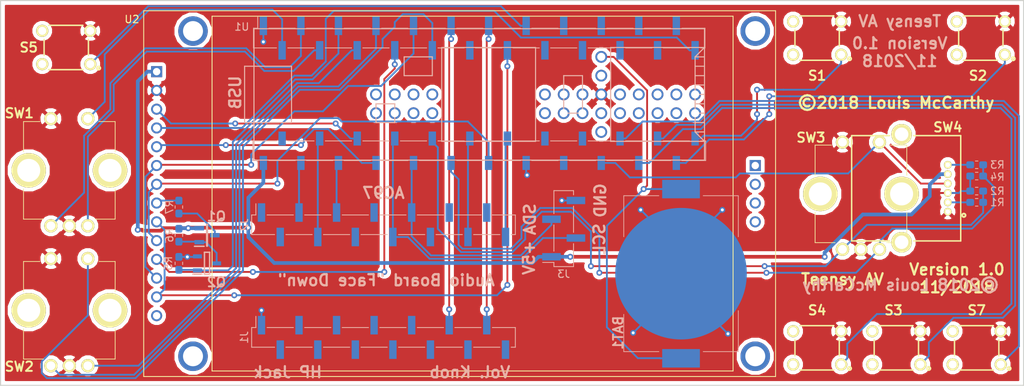
<source format=kicad_pcb>
(kicad_pcb (version 20171130) (host pcbnew "(5.0.1)-3")

  (general
    (thickness 1.6)
    (drawings 19)
    (tracks 437)
    (zones 0)
    (modules 25)
    (nets 122)
  )

  (page A)
  (layers
    (0 F.Cu signal hide)
    (31 B.Cu signal hide)
    (32 B.Adhes user hide)
    (33 F.Adhes user hide)
    (34 B.Paste user hide)
    (35 F.Paste user hide)
    (36 B.SilkS user)
    (37 F.SilkS user hide)
    (38 B.Mask user)
    (39 F.Mask user hide)
    (40 Dwgs.User user hide)
    (41 Cmts.User user hide)
    (42 Eco1.User user hide)
    (43 Eco2.User user hide)
    (44 Edge.Cuts user)
    (45 Margin user hide)
    (46 B.CrtYd user hide)
    (47 F.CrtYd user hide)
    (48 B.Fab user hide)
    (49 F.Fab user hide)
  )

  (setup
    (last_trace_width 0.25)
    (trace_clearance 0.2)
    (zone_clearance 0.508)
    (zone_45_only no)
    (trace_min 0.2)
    (segment_width 0.2)
    (edge_width 0.15)
    (via_size 0.8)
    (via_drill 0.4)
    (via_min_size 0.4)
    (via_min_drill 0.3)
    (uvia_size 0.3)
    (uvia_drill 0.1)
    (uvias_allowed no)
    (uvia_min_size 0.2)
    (uvia_min_drill 0.1)
    (pcb_text_width 0.3)
    (pcb_text_size 1.5 1.5)
    (mod_edge_width 0.15)
    (mod_text_size 1 1)
    (mod_text_width 0.15)
    (pad_size 1.524 1.524)
    (pad_drill 0.762)
    (pad_to_mask_clearance 0.051)
    (solder_mask_min_width 0.25)
    (aux_axis_origin 0 0)
    (visible_elements 7FFFFF7F)
    (pcbplotparams
      (layerselection 0x010fc_ffffffff)
      (usegerberextensions false)
      (usegerberattributes false)
      (usegerberadvancedattributes false)
      (creategerberjobfile false)
      (excludeedgelayer true)
      (linewidth 0.100000)
      (plotframeref false)
      (viasonmask false)
      (mode 1)
      (useauxorigin false)
      (hpglpennumber 1)
      (hpglpenspeed 20)
      (hpglpendiameter 15.000000)
      (psnegative false)
      (psa4output false)
      (plotreference true)
      (plotvalue true)
      (plotinvisibletext false)
      (padsonsilk false)
      (subtractmaskfromsilk false)
      (outputformat 1)
      (mirror false)
      (drillshape 1)
      (scaleselection 1)
      (outputdirectory ""))
  )

  (net 0 "")
  (net 1 "Net-(U1-Pad26)")
  (net 2 "Net-(U1-Pad28)")
  (net 3 "Net-(U1-Pad29)")
  (net 4 "Net-(U1-Pad36)")
  (net 5 "Net-(U1-Pad37)")
  (net 6 "Net-(U1-Pad12)")
  (net 7 "Net-(U1-Pad38)")
  (net 8 "Net-(U1-Pad52)")
  (net 9 "Net-(U1-Pad63)")
  (net 10 "Net-(U1-Pad64)")
  (net 11 "Net-(U1-Pad65)")
  (net 12 "Net-(U1-Pad66)")
  (net 13 "Net-(U1-Pad67)")
  (net 14 "Net-(U1-Pad68)")
  (net 15 "Net-(U1-Pad69)")
  (net 16 "Net-(U1-Pad70)")
  (net 17 "Net-(U1-Pad71)")
  (net 18 "Net-(U1-Pad72)")
  (net 19 "Net-(U1-Pad73)")
  (net 20 "Net-(U1-Pad74)")
  (net 21 "Net-(U1-Pad75)")
  (net 22 "Net-(U1-Pad76)")
  (net 23 "Net-(U1-Pad77)")
  (net 24 "Net-(U1-Pad78)")
  (net 25 "Net-(U1-Pad79)")
  (net 26 "Net-(U1-Pad80)")
  (net 27 "Net-(U1-Pad81)")
  (net 28 "Net-(U1-Pad82)")
  (net 29 "Net-(U1-Pad83)")
  (net 30 "Net-(U1-Pad84)")
  (net 31 "Net-(U1-Pad85)")
  (net 32 "Net-(U1-Pad86)")
  (net 33 "Net-(U2-Pad14)")
  (net 34 "Net-(S1-Pad2)")
  (net 35 "Net-(S1-Pad4)")
  (net 36 ATT_DATA)
  (net 37 Band5)
  (net 38 Band3)
  (net 39 ATT_CLK)
  (net 40 ATT_LE)
  (net 41 MISO)
  (net 42 Band4)
  (net 43 Band2)
  (net 44 Band1)
  (net 45 TFT_RST)
  (net 46 GND)
  (net 47 B1)
  (net 48 B2)
  (net 49 B3)
  (net 50 B4)
  (net 51 B7)
  (net 52 B5)
  (net 53 MCLK)
  (net 54 BCLK)
  (net 55 "Net-(SW2-PadE1)")
  (net 56 MOSI)
  (net 57 "Net-(SW2-PadA1)")
  (net 58 "Net-(SW2-PadB1)")
  (net 59 /Backlight)
  (net 60 "Net-(SW1-PadB1)")
  (net 61 "Net-(SW1-PadA1)")
  (net 62 "Net-(SW1-PadE1)")
  (net 63 RX)
  (net 64 SCLK)
  (net 65 VOL)
  (net 66 SDA)
  (net 67 SCL)
  (net 68 TFT_DC)
  (net 69 TFT_CS)
  (net 70 TX)
  (net 71 LRCLK)
  (net 72 +3V3)
  (net 73 "Net-(SW1-PadMH1)")
  (net 74 "Net-(SW1-PadMH2)")
  (net 75 "Net-(SW2-PadMH2)")
  (net 76 "Net-(SW2-PadMH1)")
  (net 77 "Net-(SW3-PadMH1)")
  (net 78 "Net-(SW3-PadMH2)")
  (net 79 "Net-(S2-Pad2)")
  (net 80 "Net-(S2-Pad4)")
  (net 81 "Net-(S3-Pad4)")
  (net 82 "Net-(S3-Pad2)")
  (net 83 "Net-(S4-Pad2)")
  (net 84 "Net-(S4-Pad4)")
  (net 85 "Net-(R3-Pad2)")
  (net 86 "Net-(R1-Pad2)")
  (net 87 +5V)
  (net 88 "Net-(R1-Pad1)")
  (net 89 "Net-(R3-Pad1)")
  (net 90 "Net-(S7-Pad2)")
  (net 91 "Net-(S7-Pad4)")
  (net 92 T_CS)
  (net 93 "Net-(Q1-Pad1)")
  (net 94 "Net-(Q1-Pad3)")
  (net 95 "Net-(R7-Pad2)")
  (net 96 "Net-(U2-Pad15)")
  (net 97 "Net-(U2-Pad16)")
  (net 98 "Net-(U2-Pad17)")
  (net 99 "Net-(U2-Pad18)")
  (net 100 PWR)
  (net 101 "Net-(S5-Pad2)")
  (net 102 "Net-(S5-Pad4)")
  (net 103 "Net-(BAT1-Pad1)")
  (net 104 "Net-(J2-Pad2)")
  (net 105 "Net-(J2-Pad6)")
  (net 106 "Net-(J2-Pad10)")
  (net 107 "Net-(J2-Pad1)")
  (net 108 "Net-(J2-Pad7)")
  (net 109 "Net-(J2-Pad11)")
  (net 110 "Net-(J2-Pad13)")
  (net 111 "Net-(J1-Pad3)")
  (net 112 "Net-(J1-Pad5)")
  (net 113 "Net-(J1-Pad7)")
  (net 114 "Net-(J1-Pad9)")
  (net 115 "Net-(J1-Pad2)")
  (net 116 "Net-(J1-Pad4)")
  (net 117 "Net-(J1-Pad6)")
  (net 118 "Net-(J1-Pad8)")
  (net 119 "Net-(J1-Pad10)")
  (net 120 "Net-(J1-Pad12)")
  (net 121 "Net-(J1-Pad14)")

  (net_class Default "This is the default net class."
    (clearance 0.2)
    (trace_width 0.25)
    (via_dia 0.8)
    (via_drill 0.4)
    (uvia_dia 0.3)
    (uvia_drill 0.1)
    (add_net +3V3)
    (add_net +5V)
    (add_net /Backlight)
    (add_net ATT_CLK)
    (add_net ATT_DATA)
    (add_net ATT_LE)
    (add_net B1)
    (add_net B2)
    (add_net B3)
    (add_net B4)
    (add_net B5)
    (add_net B7)
    (add_net BCLK)
    (add_net Band1)
    (add_net Band2)
    (add_net Band3)
    (add_net Band4)
    (add_net Band5)
    (add_net GND)
    (add_net LRCLK)
    (add_net MCLK)
    (add_net MISO)
    (add_net MOSI)
    (add_net "Net-(BAT1-Pad1)")
    (add_net "Net-(J1-Pad10)")
    (add_net "Net-(J1-Pad12)")
    (add_net "Net-(J1-Pad14)")
    (add_net "Net-(J1-Pad2)")
    (add_net "Net-(J1-Pad3)")
    (add_net "Net-(J1-Pad4)")
    (add_net "Net-(J1-Pad5)")
    (add_net "Net-(J1-Pad6)")
    (add_net "Net-(J1-Pad7)")
    (add_net "Net-(J1-Pad8)")
    (add_net "Net-(J1-Pad9)")
    (add_net "Net-(J2-Pad1)")
    (add_net "Net-(J2-Pad10)")
    (add_net "Net-(J2-Pad11)")
    (add_net "Net-(J2-Pad13)")
    (add_net "Net-(J2-Pad2)")
    (add_net "Net-(J2-Pad6)")
    (add_net "Net-(J2-Pad7)")
    (add_net "Net-(Q1-Pad1)")
    (add_net "Net-(Q1-Pad3)")
    (add_net "Net-(R1-Pad1)")
    (add_net "Net-(R1-Pad2)")
    (add_net "Net-(R3-Pad1)")
    (add_net "Net-(R3-Pad2)")
    (add_net "Net-(R7-Pad2)")
    (add_net "Net-(S1-Pad2)")
    (add_net "Net-(S1-Pad4)")
    (add_net "Net-(S2-Pad2)")
    (add_net "Net-(S2-Pad4)")
    (add_net "Net-(S3-Pad2)")
    (add_net "Net-(S3-Pad4)")
    (add_net "Net-(S4-Pad2)")
    (add_net "Net-(S4-Pad4)")
    (add_net "Net-(S5-Pad2)")
    (add_net "Net-(S5-Pad4)")
    (add_net "Net-(S7-Pad2)")
    (add_net "Net-(S7-Pad4)")
    (add_net "Net-(SW1-PadA1)")
    (add_net "Net-(SW1-PadB1)")
    (add_net "Net-(SW1-PadE1)")
    (add_net "Net-(SW1-PadMH1)")
    (add_net "Net-(SW1-PadMH2)")
    (add_net "Net-(SW2-PadA1)")
    (add_net "Net-(SW2-PadB1)")
    (add_net "Net-(SW2-PadE1)")
    (add_net "Net-(SW2-PadMH1)")
    (add_net "Net-(SW2-PadMH2)")
    (add_net "Net-(SW3-PadMH1)")
    (add_net "Net-(SW3-PadMH2)")
    (add_net "Net-(U1-Pad12)")
    (add_net "Net-(U1-Pad26)")
    (add_net "Net-(U1-Pad28)")
    (add_net "Net-(U1-Pad29)")
    (add_net "Net-(U1-Pad36)")
    (add_net "Net-(U1-Pad37)")
    (add_net "Net-(U1-Pad38)")
    (add_net "Net-(U1-Pad52)")
    (add_net "Net-(U1-Pad63)")
    (add_net "Net-(U1-Pad64)")
    (add_net "Net-(U1-Pad65)")
    (add_net "Net-(U1-Pad66)")
    (add_net "Net-(U1-Pad67)")
    (add_net "Net-(U1-Pad68)")
    (add_net "Net-(U1-Pad69)")
    (add_net "Net-(U1-Pad70)")
    (add_net "Net-(U1-Pad71)")
    (add_net "Net-(U1-Pad72)")
    (add_net "Net-(U1-Pad73)")
    (add_net "Net-(U1-Pad74)")
    (add_net "Net-(U1-Pad75)")
    (add_net "Net-(U1-Pad76)")
    (add_net "Net-(U1-Pad77)")
    (add_net "Net-(U1-Pad78)")
    (add_net "Net-(U1-Pad79)")
    (add_net "Net-(U1-Pad80)")
    (add_net "Net-(U1-Pad81)")
    (add_net "Net-(U1-Pad82)")
    (add_net "Net-(U1-Pad83)")
    (add_net "Net-(U1-Pad84)")
    (add_net "Net-(U1-Pad85)")
    (add_net "Net-(U1-Pad86)")
    (add_net "Net-(U2-Pad14)")
    (add_net "Net-(U2-Pad15)")
    (add_net "Net-(U2-Pad16)")
    (add_net "Net-(U2-Pad17)")
    (add_net "Net-(U2-Pad18)")
    (add_net PWR)
    (add_net RX)
    (add_net SCL)
    (add_net SCLK)
    (add_net SDA)
    (add_net TFT_CS)
    (add_net TFT_DC)
    (add_net TFT_RST)
    (add_net TX)
    (add_net T_CS)
    (add_net VOL)
  )

  (module Teensy_Accessories:ILI9341_TOUCH (layer F.Cu) (tedit 5BF03917) (tstamp 5BFB97C6)
    (at 81.064 84.042)
    (descr "CR2013-MI2120 ILI9341 LCD Breakout http://pan.baidu.com/s/11Y990")
    (tags "CR2013-MI2120 ILI9341 LCD Breakout")
    (path /5BED16AD)
    (fp_text reference U2 (at -3.34 -7.08) (layer F.SilkS)
      (effects (font (size 1 1) (thickness 0.15)))
    )
    (fp_text value ILI9341_TOUCH (at 4 43) (layer F.Fab)
      (effects (font (size 1 1) (thickness 0.15)))
    )
    (fp_line (start -1.5 41.01) (end -1.5 1) (layer F.Fab) (width 0.1))
    (fp_line (start 83.5 41) (end -1.5 41.01) (layer F.Fab) (width 0.1))
    (fp_line (start 83.5 -8) (end 83.5 41) (layer F.Fab) (width 0.1))
    (fp_line (start -1.5 -8) (end 83.5 -8) (layer F.Fab) (width 0.1))
    (fp_line (start -1.75 41.25) (end -1.75 -8.24) (layer F.SilkS) (width 0.12))
    (fp_line (start 83.75 41.25) (end -1.75 41.25) (layer F.SilkS) (width 0.12))
    (fp_line (start 83.75 -8.24) (end 83.75 41.26) (layer F.SilkS) (width 0.12))
    (fp_line (start -1.75 -8.24) (end 83.75 -8.24) (layer F.SilkS) (width 0.12))
    (fp_line (start -2 41.51) (end -2 -8.49) (layer F.CrtYd) (width 0.05))
    (fp_line (start 84 41.51) (end -2 41.51) (layer F.CrtYd) (width 0.05))
    (fp_line (start 84 -8.49) (end 84 41.51) (layer F.CrtYd) (width 0.05))
    (fp_line (start -2 -8.49) (end 84 -8.49) (layer F.CrtYd) (width 0.05))
    (fp_text user %R (at 44 17.5) (layer F.Fab)
      (effects (font (size 1 1) (thickness 0.15)))
    )
    (fp_line (start -1.5 -1) (end -1.5 -8) (layer F.Fab) (width 0.1))
    (fp_line (start -0.5 0) (end -1.5 -1) (layer F.Fab) (width 0.1))
    (fp_line (start -1.5 1) (end -0.5 0) (layer F.Fab) (width 0.1))
    (fp_line (start 7.5 40.5) (end 7.5 -7.5) (layer F.SilkS) (width 0.12))
    (fp_line (start 78 40.5) (end 7.5 40.5) (layer F.SilkS) (width 0.12))
    (fp_line (start 78 -7.5) (end 78 40.5) (layer F.SilkS) (width 0.12))
    (fp_line (start 7.5 -7.5) (end 78 -7.5) (layer F.SilkS) (width 0.12))
    (pad 14 thru_hole circle (at 0 33.02) (size 1.5 1.5) (drill 1) (layers *.Cu *.Mask)
      (net 33 "Net-(U2-Pad14)"))
    (pad 13 thru_hole circle (at 0 30.48) (size 1.5 1.5) (drill 1) (layers *.Cu *.Mask)
      (net 41 MISO))
    (pad 12 thru_hole circle (at 0 27.94) (size 1.5 1.5) (drill 1) (layers *.Cu *.Mask)
      (net 56 MOSI))
    (pad 11 thru_hole circle (at 0 25.4) (size 1.5 1.5) (drill 1) (layers *.Cu *.Mask)
      (net 92 T_CS))
    (pad 10 thru_hole circle (at 0 22.86) (size 1.5 1.5) (drill 1) (layers *.Cu *.Mask)
      (net 64 SCLK))
    (pad "" thru_hole circle (at 4.92 38.51) (size 4 4) (drill 2.7) (layers *.Cu *.Mask))
    (pad "" thru_hole circle (at 81 38.51) (size 4 4) (drill 2.7) (layers *.Cu *.Mask))
    (pad "" thru_hole circle (at 81 -5.49) (size 4 4) (drill 2.7) (layers *.Cu *.Mask))
    (pad "" thru_hole circle (at 4.92 -5.49) (size 4 4) (drill 2.7) (layers *.Cu *.Mask))
    (pad 18 thru_hole circle (at 81 20.32) (size 1.5 1.5) (drill 1) (layers *.Cu *.Mask)
      (net 99 "Net-(U2-Pad18)"))
    (pad 17 thru_hole circle (at 81 17.78) (size 1.5 1.5) (drill 1) (layers *.Cu *.Mask)
      (net 98 "Net-(U2-Pad17)"))
    (pad 16 thru_hole circle (at 81 15.24) (size 1.5 1.5) (drill 1) (layers *.Cu *.Mask)
      (net 97 "Net-(U2-Pad16)"))
    (pad 15 thru_hole rect (at 81 12.7) (size 1.5 1.5) (drill 1) (layers *.Cu *.Mask)
      (net 96 "Net-(U2-Pad15)"))
    (pad 9 thru_hole circle (at 0 20.32) (size 1.5 1.5) (drill 1) (layers *.Cu *.Mask)
      (net 41 MISO))
    (pad 8 thru_hole circle (at 0 17.78) (size 1.5 1.5) (drill 1) (layers *.Cu *.Mask)
      (net 95 "Net-(R7-Pad2)"))
    (pad 7 thru_hole circle (at 0 15.24) (size 1.5 1.5) (drill 1) (layers *.Cu *.Mask)
      (net 64 SCLK))
    (pad 6 thru_hole circle (at 0 12.7) (size 1.5 1.5) (drill 1) (layers *.Cu *.Mask)
      (net 56 MOSI))
    (pad 5 thru_hole circle (at 0 10.16) (size 1.5 1.5) (drill 1) (layers *.Cu *.Mask)
      (net 68 TFT_DC))
    (pad 4 thru_hole circle (at 0 7.62) (size 1.5 1.5) (drill 1) (layers *.Cu *.Mask)
      (net 45 TFT_RST))
    (pad 3 thru_hole circle (at 0 5.08) (size 1.5 1.5) (drill 1) (layers *.Cu *.Mask)
      (net 69 TFT_CS))
    (pad 2 thru_hole circle (at 0 2.54) (size 1.5 1.5) (drill 1) (layers *.Cu *.Mask)
      (net 46 GND))
    (pad 1 thru_hole rect (at 0 0) (size 1.5 1.5) (drill 1) (layers *.Cu *.Mask)
      (net 87 +5V))
    (model "C:/Users/Louis McCarthy/Dropbox/tft_320x240_touch.stp"
      (offset (xyz 41 -16.5 1.6))
      (scale (xyz 1 1 1))
      (rotate (xyz 0 0 90))
    )
  )

  (module Connector_PinHeader_2.54mm:PinHeader_1x14_P2.54mm_Vertical_SMD_Pin1Left locked (layer B.Cu) (tedit 59FED5CC) (tstamp 5C2FD2D4)
    (at 111.76 120 270)
    (descr "surface-mounted straight pin header, 1x14, 2.54mm pitch, single row, style 1 (pin 1 left)")
    (tags "Surface mounted pin header SMD 1x14 2.54mm single row style1 pin1 left")
    (path /5BF0F8FF)
    (attr smd)
    (fp_text reference J1 (at 0 18.84 270) (layer B.SilkS)
      (effects (font (size 1 1) (thickness 0.15)) (justify mirror))
    )
    (fp_text value Conn_01x14_Male (at 0 -18.84 270) (layer B.Fab)
      (effects (font (size 1 1) (thickness 0.15)) (justify mirror))
    )
    (fp_text user %R (at 0 0 180) (layer B.Fab)
      (effects (font (size 1 1) (thickness 0.15)) (justify mirror))
    )
    (fp_line (start 3.45 18.3) (end -3.45 18.3) (layer B.CrtYd) (width 0.05))
    (fp_line (start 3.45 -18.3) (end 3.45 18.3) (layer B.CrtYd) (width 0.05))
    (fp_line (start -3.45 -18.3) (end 3.45 -18.3) (layer B.CrtYd) (width 0.05))
    (fp_line (start -3.45 18.3) (end -3.45 -18.3) (layer B.CrtYd) (width 0.05))
    (fp_line (start -1.33 -14.73) (end -1.33 -17.84) (layer B.SilkS) (width 0.12))
    (fp_line (start -1.33 -9.65) (end -1.33 -13.21) (layer B.SilkS) (width 0.12))
    (fp_line (start -1.33 -4.57) (end -1.33 -8.13) (layer B.SilkS) (width 0.12))
    (fp_line (start -1.33 0.51) (end -1.33 -3.05) (layer B.SilkS) (width 0.12))
    (fp_line (start -1.33 5.59) (end -1.33 2.03) (layer B.SilkS) (width 0.12))
    (fp_line (start -1.33 10.67) (end -1.33 7.11) (layer B.SilkS) (width 0.12))
    (fp_line (start -1.33 15.75) (end -1.33 12.19) (layer B.SilkS) (width 0.12))
    (fp_line (start 1.33 -12.19) (end 1.33 -15.75) (layer B.SilkS) (width 0.12))
    (fp_line (start 1.33 -7.11) (end 1.33 -10.67) (layer B.SilkS) (width 0.12))
    (fp_line (start 1.33 -2.03) (end 1.33 -5.59) (layer B.SilkS) (width 0.12))
    (fp_line (start 1.33 3.05) (end 1.33 -0.51) (layer B.SilkS) (width 0.12))
    (fp_line (start 1.33 8.13) (end 1.33 4.57) (layer B.SilkS) (width 0.12))
    (fp_line (start 1.33 13.21) (end 1.33 9.65) (layer B.SilkS) (width 0.12))
    (fp_line (start 1.33 -17.27) (end 1.33 -17.84) (layer B.SilkS) (width 0.12))
    (fp_line (start -1.33 17.84) (end -1.33 17.27) (layer B.SilkS) (width 0.12))
    (fp_line (start -1.33 17.27) (end -2.85 17.27) (layer B.SilkS) (width 0.12))
    (fp_line (start 1.33 17.84) (end 1.33 14.73) (layer B.SilkS) (width 0.12))
    (fp_line (start -1.33 -17.84) (end 1.33 -17.84) (layer B.SilkS) (width 0.12))
    (fp_line (start -1.33 17.84) (end 1.33 17.84) (layer B.SilkS) (width 0.12))
    (fp_line (start 2.54 -16.83) (end 1.27 -16.83) (layer B.Fab) (width 0.1))
    (fp_line (start 2.54 -16.19) (end 2.54 -16.83) (layer B.Fab) (width 0.1))
    (fp_line (start 1.27 -16.19) (end 2.54 -16.19) (layer B.Fab) (width 0.1))
    (fp_line (start 2.54 -11.75) (end 1.27 -11.75) (layer B.Fab) (width 0.1))
    (fp_line (start 2.54 -11.11) (end 2.54 -11.75) (layer B.Fab) (width 0.1))
    (fp_line (start 1.27 -11.11) (end 2.54 -11.11) (layer B.Fab) (width 0.1))
    (fp_line (start 2.54 -6.67) (end 1.27 -6.67) (layer B.Fab) (width 0.1))
    (fp_line (start 2.54 -6.03) (end 2.54 -6.67) (layer B.Fab) (width 0.1))
    (fp_line (start 1.27 -6.03) (end 2.54 -6.03) (layer B.Fab) (width 0.1))
    (fp_line (start 2.54 -1.59) (end 1.27 -1.59) (layer B.Fab) (width 0.1))
    (fp_line (start 2.54 -0.95) (end 2.54 -1.59) (layer B.Fab) (width 0.1))
    (fp_line (start 1.27 -0.95) (end 2.54 -0.95) (layer B.Fab) (width 0.1))
    (fp_line (start 2.54 3.49) (end 1.27 3.49) (layer B.Fab) (width 0.1))
    (fp_line (start 2.54 4.13) (end 2.54 3.49) (layer B.Fab) (width 0.1))
    (fp_line (start 1.27 4.13) (end 2.54 4.13) (layer B.Fab) (width 0.1))
    (fp_line (start 2.54 8.57) (end 1.27 8.57) (layer B.Fab) (width 0.1))
    (fp_line (start 2.54 9.21) (end 2.54 8.57) (layer B.Fab) (width 0.1))
    (fp_line (start 1.27 9.21) (end 2.54 9.21) (layer B.Fab) (width 0.1))
    (fp_line (start 2.54 13.65) (end 1.27 13.65) (layer B.Fab) (width 0.1))
    (fp_line (start 2.54 14.29) (end 2.54 13.65) (layer B.Fab) (width 0.1))
    (fp_line (start 1.27 14.29) (end 2.54 14.29) (layer B.Fab) (width 0.1))
    (fp_line (start -2.54 -14.29) (end -1.27 -14.29) (layer B.Fab) (width 0.1))
    (fp_line (start -2.54 -13.65) (end -2.54 -14.29) (layer B.Fab) (width 0.1))
    (fp_line (start -1.27 -13.65) (end -2.54 -13.65) (layer B.Fab) (width 0.1))
    (fp_line (start -2.54 -9.21) (end -1.27 -9.21) (layer B.Fab) (width 0.1))
    (fp_line (start -2.54 -8.57) (end -2.54 -9.21) (layer B.Fab) (width 0.1))
    (fp_line (start -1.27 -8.57) (end -2.54 -8.57) (layer B.Fab) (width 0.1))
    (fp_line (start -2.54 -4.13) (end -1.27 -4.13) (layer B.Fab) (width 0.1))
    (fp_line (start -2.54 -3.49) (end -2.54 -4.13) (layer B.Fab) (width 0.1))
    (fp_line (start -1.27 -3.49) (end -2.54 -3.49) (layer B.Fab) (width 0.1))
    (fp_line (start -2.54 0.95) (end -1.27 0.95) (layer B.Fab) (width 0.1))
    (fp_line (start -2.54 1.59) (end -2.54 0.95) (layer B.Fab) (width 0.1))
    (fp_line (start -1.27 1.59) (end -2.54 1.59) (layer B.Fab) (width 0.1))
    (fp_line (start -2.54 6.03) (end -1.27 6.03) (layer B.Fab) (width 0.1))
    (fp_line (start -2.54 6.67) (end -2.54 6.03) (layer B.Fab) (width 0.1))
    (fp_line (start -1.27 6.67) (end -2.54 6.67) (layer B.Fab) (width 0.1))
    (fp_line (start -2.54 11.11) (end -1.27 11.11) (layer B.Fab) (width 0.1))
    (fp_line (start -2.54 11.75) (end -2.54 11.11) (layer B.Fab) (width 0.1))
    (fp_line (start -1.27 11.75) (end -2.54 11.75) (layer B.Fab) (width 0.1))
    (fp_line (start -2.54 16.19) (end -1.27 16.19) (layer B.Fab) (width 0.1))
    (fp_line (start -2.54 16.83) (end -2.54 16.19) (layer B.Fab) (width 0.1))
    (fp_line (start -1.27 16.83) (end -2.54 16.83) (layer B.Fab) (width 0.1))
    (fp_line (start 1.27 17.78) (end 1.27 -17.78) (layer B.Fab) (width 0.1))
    (fp_line (start -1.27 16.83) (end -0.32 17.78) (layer B.Fab) (width 0.1))
    (fp_line (start -1.27 -17.78) (end -1.27 16.83) (layer B.Fab) (width 0.1))
    (fp_line (start -0.32 17.78) (end 1.27 17.78) (layer B.Fab) (width 0.1))
    (fp_line (start 1.27 -17.78) (end -1.27 -17.78) (layer B.Fab) (width 0.1))
    (pad 14 smd rect (at 1.655 -16.51 270) (size 2.51 1) (layers B.Cu B.Paste B.Mask)
      (net 121 "Net-(J1-Pad14)"))
    (pad 12 smd rect (at 1.655 -11.43 270) (size 2.51 1) (layers B.Cu B.Paste B.Mask)
      (net 120 "Net-(J1-Pad12)"))
    (pad 10 smd rect (at 1.655 -6.35 270) (size 2.51 1) (layers B.Cu B.Paste B.Mask)
      (net 119 "Net-(J1-Pad10)"))
    (pad 8 smd rect (at 1.655 -1.27 270) (size 2.51 1) (layers B.Cu B.Paste B.Mask)
      (net 118 "Net-(J1-Pad8)"))
    (pad 6 smd rect (at 1.655 3.81 270) (size 2.51 1) (layers B.Cu B.Paste B.Mask)
      (net 117 "Net-(J1-Pad6)"))
    (pad 4 smd rect (at 1.655 8.89 270) (size 2.51 1) (layers B.Cu B.Paste B.Mask)
      (net 116 "Net-(J1-Pad4)"))
    (pad 2 smd rect (at 1.655 13.97 270) (size 2.51 1) (layers B.Cu B.Paste B.Mask)
      (net 115 "Net-(J1-Pad2)"))
    (pad 13 smd rect (at -1.655 -13.97 270) (size 2.51 1) (layers B.Cu B.Paste B.Mask)
      (net 53 MCLK))
    (pad 11 smd rect (at -1.655 -8.89 270) (size 2.51 1) (layers B.Cu B.Paste B.Mask)
      (net 54 BCLK))
    (pad 9 smd rect (at -1.655 -3.81 270) (size 2.51 1) (layers B.Cu B.Paste B.Mask)
      (net 114 "Net-(J1-Pad9)"))
    (pad 7 smd rect (at -1.655 1.27 270) (size 2.51 1) (layers B.Cu B.Paste B.Mask)
      (net 113 "Net-(J1-Pad7)"))
    (pad 5 smd rect (at -1.655 6.35 270) (size 2.51 1) (layers B.Cu B.Paste B.Mask)
      (net 112 "Net-(J1-Pad5)"))
    (pad 3 smd rect (at -1.655 11.43 270) (size 2.51 1) (layers B.Cu B.Paste B.Mask)
      (net 111 "Net-(J1-Pad3)"))
    (pad 1 smd rect (at -1.655 16.51 270) (size 2.51 1) (layers B.Cu B.Paste B.Mask)
      (net 46 GND))
    (model ${KISYS3DMOD}/Connector_PinHeader_2.54mm.3dshapes/PinHeader_1x14_P2.54mm_Vertical_SMD_Pin1Left.wrl
      (at (xyz 0 0 0))
      (scale (xyz 1 1 1))
      (rotate (xyz 0 0 0))
    )
  )

  (module Connector_PinHeader_2.54mm:PinHeader_1x14_P2.54mm_Vertical_SMD_Pin1Left locked (layer B.Cu) (tedit 59FED5CC) (tstamp 5C2FD27C)
    (at 111.76 104.76 270)
    (descr "surface-mounted straight pin header, 1x14, 2.54mm pitch, single row, style 1 (pin 1 left)")
    (tags "Surface mounted pin header SMD 1x14 2.54mm single row style1 pin1 left")
    (path /5BF0F963)
    (attr smd)
    (fp_text reference J2 (at 0 18.84 270) (layer B.SilkS)
      (effects (font (size 1 1) (thickness 0.15)) (justify mirror))
    )
    (fp_text value Conn_01x14_Male (at 0 -18.84 270) (layer B.Fab)
      (effects (font (size 1 1) (thickness 0.15)) (justify mirror))
    )
    (fp_line (start 1.27 -17.78) (end -1.27 -17.78) (layer B.Fab) (width 0.1))
    (fp_line (start -0.32 17.78) (end 1.27 17.78) (layer B.Fab) (width 0.1))
    (fp_line (start -1.27 -17.78) (end -1.27 16.83) (layer B.Fab) (width 0.1))
    (fp_line (start -1.27 16.83) (end -0.32 17.78) (layer B.Fab) (width 0.1))
    (fp_line (start 1.27 17.78) (end 1.27 -17.78) (layer B.Fab) (width 0.1))
    (fp_line (start -1.27 16.83) (end -2.54 16.83) (layer B.Fab) (width 0.1))
    (fp_line (start -2.54 16.83) (end -2.54 16.19) (layer B.Fab) (width 0.1))
    (fp_line (start -2.54 16.19) (end -1.27 16.19) (layer B.Fab) (width 0.1))
    (fp_line (start -1.27 11.75) (end -2.54 11.75) (layer B.Fab) (width 0.1))
    (fp_line (start -2.54 11.75) (end -2.54 11.11) (layer B.Fab) (width 0.1))
    (fp_line (start -2.54 11.11) (end -1.27 11.11) (layer B.Fab) (width 0.1))
    (fp_line (start -1.27 6.67) (end -2.54 6.67) (layer B.Fab) (width 0.1))
    (fp_line (start -2.54 6.67) (end -2.54 6.03) (layer B.Fab) (width 0.1))
    (fp_line (start -2.54 6.03) (end -1.27 6.03) (layer B.Fab) (width 0.1))
    (fp_line (start -1.27 1.59) (end -2.54 1.59) (layer B.Fab) (width 0.1))
    (fp_line (start -2.54 1.59) (end -2.54 0.95) (layer B.Fab) (width 0.1))
    (fp_line (start -2.54 0.95) (end -1.27 0.95) (layer B.Fab) (width 0.1))
    (fp_line (start -1.27 -3.49) (end -2.54 -3.49) (layer B.Fab) (width 0.1))
    (fp_line (start -2.54 -3.49) (end -2.54 -4.13) (layer B.Fab) (width 0.1))
    (fp_line (start -2.54 -4.13) (end -1.27 -4.13) (layer B.Fab) (width 0.1))
    (fp_line (start -1.27 -8.57) (end -2.54 -8.57) (layer B.Fab) (width 0.1))
    (fp_line (start -2.54 -8.57) (end -2.54 -9.21) (layer B.Fab) (width 0.1))
    (fp_line (start -2.54 -9.21) (end -1.27 -9.21) (layer B.Fab) (width 0.1))
    (fp_line (start -1.27 -13.65) (end -2.54 -13.65) (layer B.Fab) (width 0.1))
    (fp_line (start -2.54 -13.65) (end -2.54 -14.29) (layer B.Fab) (width 0.1))
    (fp_line (start -2.54 -14.29) (end -1.27 -14.29) (layer B.Fab) (width 0.1))
    (fp_line (start 1.27 14.29) (end 2.54 14.29) (layer B.Fab) (width 0.1))
    (fp_line (start 2.54 14.29) (end 2.54 13.65) (layer B.Fab) (width 0.1))
    (fp_line (start 2.54 13.65) (end 1.27 13.65) (layer B.Fab) (width 0.1))
    (fp_line (start 1.27 9.21) (end 2.54 9.21) (layer B.Fab) (width 0.1))
    (fp_line (start 2.54 9.21) (end 2.54 8.57) (layer B.Fab) (width 0.1))
    (fp_line (start 2.54 8.57) (end 1.27 8.57) (layer B.Fab) (width 0.1))
    (fp_line (start 1.27 4.13) (end 2.54 4.13) (layer B.Fab) (width 0.1))
    (fp_line (start 2.54 4.13) (end 2.54 3.49) (layer B.Fab) (width 0.1))
    (fp_line (start 2.54 3.49) (end 1.27 3.49) (layer B.Fab) (width 0.1))
    (fp_line (start 1.27 -0.95) (end 2.54 -0.95) (layer B.Fab) (width 0.1))
    (fp_line (start 2.54 -0.95) (end 2.54 -1.59) (layer B.Fab) (width 0.1))
    (fp_line (start 2.54 -1.59) (end 1.27 -1.59) (layer B.Fab) (width 0.1))
    (fp_line (start 1.27 -6.03) (end 2.54 -6.03) (layer B.Fab) (width 0.1))
    (fp_line (start 2.54 -6.03) (end 2.54 -6.67) (layer B.Fab) (width 0.1))
    (fp_line (start 2.54 -6.67) (end 1.27 -6.67) (layer B.Fab) (width 0.1))
    (fp_line (start 1.27 -11.11) (end 2.54 -11.11) (layer B.Fab) (width 0.1))
    (fp_line (start 2.54 -11.11) (end 2.54 -11.75) (layer B.Fab) (width 0.1))
    (fp_line (start 2.54 -11.75) (end 1.27 -11.75) (layer B.Fab) (width 0.1))
    (fp_line (start 1.27 -16.19) (end 2.54 -16.19) (layer B.Fab) (width 0.1))
    (fp_line (start 2.54 -16.19) (end 2.54 -16.83) (layer B.Fab) (width 0.1))
    (fp_line (start 2.54 -16.83) (end 1.27 -16.83) (layer B.Fab) (width 0.1))
    (fp_line (start -1.33 17.84) (end 1.33 17.84) (layer B.SilkS) (width 0.12))
    (fp_line (start -1.33 -17.84) (end 1.33 -17.84) (layer B.SilkS) (width 0.12))
    (fp_line (start 1.33 17.84) (end 1.33 14.73) (layer B.SilkS) (width 0.12))
    (fp_line (start -1.33 17.27) (end -2.85 17.27) (layer B.SilkS) (width 0.12))
    (fp_line (start -1.33 17.84) (end -1.33 17.27) (layer B.SilkS) (width 0.12))
    (fp_line (start 1.33 -17.27) (end 1.33 -17.84) (layer B.SilkS) (width 0.12))
    (fp_line (start 1.33 13.21) (end 1.33 9.65) (layer B.SilkS) (width 0.12))
    (fp_line (start 1.33 8.13) (end 1.33 4.57) (layer B.SilkS) (width 0.12))
    (fp_line (start 1.33 3.05) (end 1.33 -0.51) (layer B.SilkS) (width 0.12))
    (fp_line (start 1.33 -2.03) (end 1.33 -5.59) (layer B.SilkS) (width 0.12))
    (fp_line (start 1.33 -7.11) (end 1.33 -10.67) (layer B.SilkS) (width 0.12))
    (fp_line (start 1.33 -12.19) (end 1.33 -15.75) (layer B.SilkS) (width 0.12))
    (fp_line (start -1.33 15.75) (end -1.33 12.19) (layer B.SilkS) (width 0.12))
    (fp_line (start -1.33 10.67) (end -1.33 7.11) (layer B.SilkS) (width 0.12))
    (fp_line (start -1.33 5.59) (end -1.33 2.03) (layer B.SilkS) (width 0.12))
    (fp_line (start -1.33 0.51) (end -1.33 -3.05) (layer B.SilkS) (width 0.12))
    (fp_line (start -1.33 -4.57) (end -1.33 -8.13) (layer B.SilkS) (width 0.12))
    (fp_line (start -1.33 -9.65) (end -1.33 -13.21) (layer B.SilkS) (width 0.12))
    (fp_line (start -1.33 -14.73) (end -1.33 -17.84) (layer B.SilkS) (width 0.12))
    (fp_line (start -3.45 18.3) (end -3.45 -18.3) (layer B.CrtYd) (width 0.05))
    (fp_line (start -3.45 -18.3) (end 3.45 -18.3) (layer B.CrtYd) (width 0.05))
    (fp_line (start 3.45 -18.3) (end 3.45 18.3) (layer B.CrtYd) (width 0.05))
    (fp_line (start 3.45 18.3) (end -3.45 18.3) (layer B.CrtYd) (width 0.05))
    (fp_text user %R (at 0 0 180) (layer B.Fab)
      (effects (font (size 1 1) (thickness 0.15)) (justify mirror))
    )
    (pad 1 smd rect (at -1.655 16.51 270) (size 2.51 1) (layers B.Cu B.Paste B.Mask)
      (net 107 "Net-(J2-Pad1)"))
    (pad 3 smd rect (at -1.655 11.43 270) (size 2.51 1) (layers B.Cu B.Paste B.Mask)
      (net 72 +3V3))
    (pad 5 smd rect (at -1.655 6.35 270) (size 2.51 1) (layers B.Cu B.Paste B.Mask)
      (net 70 TX))
    (pad 7 smd rect (at -1.655 1.27 270) (size 2.51 1) (layers B.Cu B.Paste B.Mask)
      (net 108 "Net-(J2-Pad7)"))
    (pad 9 smd rect (at -1.655 -3.81 270) (size 2.51 1) (layers B.Cu B.Paste B.Mask)
      (net 66 SDA))
    (pad 11 smd rect (at -1.655 -8.89 270) (size 2.51 1) (layers B.Cu B.Paste B.Mask)
      (net 109 "Net-(J2-Pad11)"))
    (pad 13 smd rect (at -1.655 -13.97 270) (size 2.51 1) (layers B.Cu B.Paste B.Mask)
      (net 110 "Net-(J2-Pad13)"))
    (pad 2 smd rect (at 1.655 13.97 270) (size 2.51 1) (layers B.Cu B.Paste B.Mask)
      (net 104 "Net-(J2-Pad2)"))
    (pad 4 smd rect (at 1.655 8.89 270) (size 2.51 1) (layers B.Cu B.Paste B.Mask)
      (net 71 LRCLK))
    (pad 6 smd rect (at 1.655 3.81 270) (size 2.51 1) (layers B.Cu B.Paste B.Mask)
      (net 105 "Net-(J2-Pad6)"))
    (pad 8 smd rect (at 1.655 -1.27 270) (size 2.51 1) (layers B.Cu B.Paste B.Mask)
      (net 67 SCL))
    (pad 10 smd rect (at 1.655 -6.35 270) (size 2.51 1) (layers B.Cu B.Paste B.Mask)
      (net 106 "Net-(J2-Pad10)"))
    (pad 12 smd rect (at 1.655 -11.43 270) (size 2.51 1) (layers B.Cu B.Paste B.Mask)
      (net 65 VOL))
    (pad 14 smd rect (at 1.655 -16.51 270) (size 2.51 1) (layers B.Cu B.Paste B.Mask)
      (net 63 RX))
    (model ${KISYS3DMOD}/Connector_PinHeader_2.54mm.3dshapes/PinHeader_1x14_P2.54mm_Vertical_SMD_Pin1Left.wrl
      (at (xyz 0 0 0))
      (scale (xyz 1 1 1))
      (rotate (xyz 0 0 0))
    )
  )

  (module Connector_PinHeader_2.54mm:PinHeader_1x04_P2.54mm_Vertical_SMD_Pin1Left (layer B.Cu) (tedit 59FED5CC) (tstamp 5C2FBA25)
    (at 136.144 105.283)
    (descr "surface-mounted straight pin header, 1x04, 2.54mm pitch, single row, style 1 (pin 1 left)")
    (tags "Surface mounted pin header SMD 1x04 2.54mm single row style1 pin1 left")
    (path /5BF1BA17)
    (attr smd)
    (fp_text reference J3 (at 0 6.14) (layer B.SilkS)
      (effects (font (size 1 1) (thickness 0.15)) (justify mirror))
    )
    (fp_text value Conn_01x04_Male (at 0 -6.14) (layer B.Fab)
      (effects (font (size 1 1) (thickness 0.15)) (justify mirror))
    )
    (fp_line (start 1.27 -5.08) (end -1.27 -5.08) (layer B.Fab) (width 0.1))
    (fp_line (start -0.32 5.08) (end 1.27 5.08) (layer B.Fab) (width 0.1))
    (fp_line (start -1.27 -5.08) (end -1.27 4.13) (layer B.Fab) (width 0.1))
    (fp_line (start -1.27 4.13) (end -0.32 5.08) (layer B.Fab) (width 0.1))
    (fp_line (start 1.27 5.08) (end 1.27 -5.08) (layer B.Fab) (width 0.1))
    (fp_line (start -1.27 4.13) (end -2.54 4.13) (layer B.Fab) (width 0.1))
    (fp_line (start -2.54 4.13) (end -2.54 3.49) (layer B.Fab) (width 0.1))
    (fp_line (start -2.54 3.49) (end -1.27 3.49) (layer B.Fab) (width 0.1))
    (fp_line (start -1.27 -0.95) (end -2.54 -0.95) (layer B.Fab) (width 0.1))
    (fp_line (start -2.54 -0.95) (end -2.54 -1.59) (layer B.Fab) (width 0.1))
    (fp_line (start -2.54 -1.59) (end -1.27 -1.59) (layer B.Fab) (width 0.1))
    (fp_line (start 1.27 1.59) (end 2.54 1.59) (layer B.Fab) (width 0.1))
    (fp_line (start 2.54 1.59) (end 2.54 0.95) (layer B.Fab) (width 0.1))
    (fp_line (start 2.54 0.95) (end 1.27 0.95) (layer B.Fab) (width 0.1))
    (fp_line (start 1.27 -3.49) (end 2.54 -3.49) (layer B.Fab) (width 0.1))
    (fp_line (start 2.54 -3.49) (end 2.54 -4.13) (layer B.Fab) (width 0.1))
    (fp_line (start 2.54 -4.13) (end 1.27 -4.13) (layer B.Fab) (width 0.1))
    (fp_line (start -1.33 5.14) (end 1.33 5.14) (layer B.SilkS) (width 0.12))
    (fp_line (start -1.33 -5.14) (end 1.33 -5.14) (layer B.SilkS) (width 0.12))
    (fp_line (start 1.33 5.14) (end 1.33 2.03) (layer B.SilkS) (width 0.12))
    (fp_line (start -1.33 4.57) (end -2.85 4.57) (layer B.SilkS) (width 0.12))
    (fp_line (start -1.33 5.14) (end -1.33 4.57) (layer B.SilkS) (width 0.12))
    (fp_line (start 1.33 -4.57) (end 1.33 -5.14) (layer B.SilkS) (width 0.12))
    (fp_line (start 1.33 0.51) (end 1.33 -3.05) (layer B.SilkS) (width 0.12))
    (fp_line (start -1.33 3.05) (end -1.33 -0.51) (layer B.SilkS) (width 0.12))
    (fp_line (start -1.33 -2.03) (end -1.33 -5.14) (layer B.SilkS) (width 0.12))
    (fp_line (start -3.45 5.6) (end -3.45 -5.6) (layer B.CrtYd) (width 0.05))
    (fp_line (start -3.45 -5.6) (end 3.45 -5.6) (layer B.CrtYd) (width 0.05))
    (fp_line (start 3.45 -5.6) (end 3.45 5.6) (layer B.CrtYd) (width 0.05))
    (fp_line (start 3.45 5.6) (end -3.45 5.6) (layer B.CrtYd) (width 0.05))
    (fp_text user %R (at 0 0 -90) (layer B.Fab)
      (effects (font (size 1 1) (thickness 0.15)) (justify mirror))
    )
    (pad 1 smd rect (at -1.655 3.81) (size 2.51 1) (layers B.Cu B.Paste B.Mask)
      (net 87 +5V))
    (pad 3 smd rect (at -1.655 -1.27) (size 2.51 1) (layers B.Cu B.Paste B.Mask)
      (net 66 SDA))
    (pad 2 smd rect (at 1.655 1.27) (size 2.51 1) (layers B.Cu B.Paste B.Mask)
      (net 67 SCL))
    (pad 4 smd rect (at 1.655 -3.81) (size 2.51 1) (layers B.Cu B.Paste B.Mask)
      (net 46 GND))
    (model ${KISYS3DMOD}/Connector_PinHeader_2.54mm.3dshapes/PinHeader_1x04_P2.54mm_Vertical_SMD_Pin1Left.wrl
      (at (xyz 0 0 0))
      (scale (xyz 1 1 1))
      (rotate (xyz 0 0 0))
    )
  )

  (module Teensy_Accessories:Teensy35_36_SMD (layer B.Cu) (tedit 5BF0C578) (tstamp 5BEC6669)
    (at 124.714 87.122)
    (path /5BD365D4)
    (fp_text reference U1 (at -32.131 -9.144) (layer B.SilkS)
      (effects (font (size 1 1) (thickness 0.15)) (justify mirror))
    )
    (fp_text value Teensy3.6 (at 0 -12.7) (layer B.Fab)
      (effects (font (size 1 1) (thickness 0.15)) (justify mirror))
    )
    (fp_line (start -0.51 6.29) (end 3.05 6.29) (layer B.SilkS) (width 0.12))
    (fp_line (start 4.57 6.29) (end 8.13 6.29) (layer B.SilkS) (width 0.12))
    (fp_line (start 14.73 6.29) (end 18.29 6.29) (layer B.SilkS) (width 0.12))
    (fp_line (start 30.58 8.89) (end 30.58 6.35) (layer B.Fab) (width 0.1))
    (fp_line (start -30.64 8.95) (end -29.97 8.95) (layer B.SilkS) (width 0.12))
    (fp_line (start 30.58 6.35) (end -30.58 6.35) (layer B.Fab) (width 0.1))
    (fp_line (start -28.45 8.95) (end -24.89 8.95) (layer B.SilkS) (width 0.12))
    (fp_line (start -26.97 5.35) (end -26.97 6.35) (layer B.Fab) (width 0.1))
    (fp_line (start -23.83 9.89) (end -23.83 8.89) (layer B.Fab) (width 0.1))
    (fp_line (start 30.64 6.29) (end 30.64 8.95) (layer B.SilkS) (width 0.12))
    (fp_line (start -15.75 6.29) (end -12.19 6.29) (layer B.SilkS) (width 0.12))
    (fp_line (start 24.89 6.29) (end 28.45 6.29) (layer B.SilkS) (width 0.12))
    (fp_line (start 27.43 8.95) (end 30.64 8.95) (layer B.SilkS) (width 0.12))
    (fp_line (start -18.75 9.89) (end -18.75 8.89) (layer B.Fab) (width 0.1))
    (fp_line (start 29.97 6.29) (end 30.64 6.29) (layer B.SilkS) (width 0.12))
    (fp_line (start -16.81 5.35) (end -16.81 6.35) (layer B.Fab) (width 0.1))
    (fp_line (start -20.83 6.29) (end -17.27 6.29) (layer B.SilkS) (width 0.12))
    (fp_line (start 22.35 8.95) (end 25.91 8.95) (layer B.SilkS) (width 0.12))
    (fp_line (start -16.21 5.35) (end -16.81 5.35) (layer B.Fab) (width 0.1))
    (fp_line (start -13.67 9.89) (end -13.67 8.89) (layer B.Fab) (width 0.1))
    (fp_line (start -29.51 8.89) (end -29.51 9.89) (layer B.Fab) (width 0.1))
    (fp_line (start 17.27 8.95) (end 20.83 8.95) (layer B.SilkS) (width 0.12))
    (fp_line (start -23.37 8.95) (end -19.81 8.95) (layer B.SilkS) (width 0.12))
    (fp_line (start 7.11 8.95) (end 10.67 8.95) (layer B.SilkS) (width 0.12))
    (fp_line (start -10.67 6.29) (end -7.11 6.29) (layer B.SilkS) (width 0.12))
    (fp_line (start -26.37 5.35) (end -26.97 5.35) (layer B.Fab) (width 0.1))
    (fp_line (start -24.43 8.89) (end -24.43 9.89) (layer B.Fab) (width 0.1))
    (fp_line (start -19.35 8.89) (end -19.35 9.89) (layer B.Fab) (width 0.1))
    (fp_line (start -16.21 6.35) (end -16.21 5.35) (layer B.Fab) (width 0.1))
    (fp_line (start -14.27 8.89) (end -14.27 9.89) (layer B.Fab) (width 0.1))
    (fp_line (start -3.05 8.95) (end 0.51 8.95) (layer B.SilkS) (width 0.12))
    (fp_line (start -14.27 9.89) (end -13.67 9.89) (layer B.Fab) (width 0.1))
    (fp_line (start -25.91 6.29) (end -22.35 6.29) (layer B.SilkS) (width 0.12))
    (fp_line (start -5.59 6.29) (end -2.03 6.29) (layer B.SilkS) (width 0.12))
    (fp_line (start -30.58 6.35) (end -30.58 8.255) (layer B.Fab) (width 0.1))
    (fp_line (start 12.19 8.95) (end 15.75 8.95) (layer B.SilkS) (width 0.12))
    (fp_line (start -18.29 8.95) (end -14.73 8.95) (layer B.SilkS) (width 0.12))
    (fp_line (start -30.58 8.255) (end -29.945 8.89) (layer B.Fab) (width 0.1))
    (fp_line (start -11.73 5.35) (end -11.73 6.35) (layer B.Fab) (width 0.1))
    (fp_line (start -29.97 8.95) (end -29.97 10.16) (layer B.SilkS) (width 0.12))
    (fp_line (start -30.64 6.29) (end -30.64 8.95) (layer B.SilkS) (width 0.12))
    (fp_line (start -21.89 5.35) (end -21.89 6.35) (layer B.Fab) (width 0.1))
    (fp_line (start -21.29 6.35) (end -21.29 5.35) (layer B.Fab) (width 0.1))
    (fp_line (start -9.19 9.89) (end -8.59 9.89) (layer B.Fab) (width 0.1))
    (fp_line (start -24.43 9.89) (end -23.83 9.89) (layer B.Fab) (width 0.1))
    (fp_line (start 9.65 6.29) (end 13.21 6.29) (layer B.SilkS) (width 0.12))
    (fp_line (start -26.37 6.35) (end -26.37 5.35) (layer B.Fab) (width 0.1))
    (fp_line (start -8.59 9.89) (end -8.59 8.89) (layer B.Fab) (width 0.1))
    (fp_line (start -13.21 8.95) (end -9.65 8.95) (layer B.SilkS) (width 0.12))
    (fp_line (start 19.81 6.29) (end 23.37 6.29) (layer B.SilkS) (width 0.12))
    (fp_line (start -29.51 9.89) (end -28.91 9.89) (layer B.Fab) (width 0.1))
    (fp_line (start -19.35 9.89) (end -18.75 9.89) (layer B.Fab) (width 0.1))
    (fp_line (start -11.13 5.35) (end -11.73 5.35) (layer B.Fab) (width 0.1))
    (fp_line (start 2.03 8.95) (end 5.59 8.95) (layer B.SilkS) (width 0.12))
    (fp_line (start -6.65 5.35) (end -6.65 6.35) (layer B.Fab) (width 0.1))
    (fp_line (start -29.945 8.89) (end 30.58 8.89) (layer B.Fab) (width 0.1))
    (fp_line (start -6.05 6.35) (end -6.05 5.35) (layer B.Fab) (width 0.1))
    (fp_line (start -21.29 5.35) (end -21.89 5.35) (layer B.Fab) (width 0.1))
    (fp_line (start -11.13 6.35) (end -11.13 5.35) (layer B.Fab) (width 0.1))
    (fp_line (start -28.91 9.89) (end -28.91 8.89) (layer B.Fab) (width 0.1))
    (fp_line (start -9.19 8.89) (end -9.19 9.89) (layer B.Fab) (width 0.1))
    (fp_line (start -6.05 5.35) (end -6.65 5.35) (layer B.Fab) (width 0.1))
    (fp_line (start -30.64 6.29) (end -27.43 6.29) (layer B.SilkS) (width 0.12))
    (fp_line (start -8.13 8.95) (end -4.57 8.95) (layer B.SilkS) (width 0.12))
    (fp_line (start 1.57 9.89) (end 1.57 8.89) (layer B.Fab) (width 0.1))
    (fp_line (start 4.11 5.35) (end 3.51 5.35) (layer B.Fab) (width 0.1))
    (fp_line (start 6.05 8.89) (end 6.05 9.89) (layer B.Fab) (width 0.1))
    (fp_line (start 19.35 5.35) (end 18.75 5.35) (layer B.Fab) (width 0.1))
    (fp_line (start -31.1 10.72) (end 31.1 10.72) (layer B.CrtYd) (width 0.05))
    (fp_line (start -0.97 6.35) (end -0.97 5.35) (layer B.Fab) (width 0.1))
    (fp_line (start -4.11 8.89) (end -4.11 9.89) (layer B.Fab) (width 0.1))
    (fp_line (start 31.1 10.72) (end 31.1 4.52) (layer B.CrtYd) (width 0.05))
    (fp_line (start -31.1 4.52) (end -31.1 10.72) (layer B.CrtYd) (width 0.05))
    (fp_line (start 6.65 9.89) (end 6.65 8.89) (layer B.Fab) (width 0.1))
    (fp_line (start 14.27 6.35) (end 14.27 5.35) (layer B.Fab) (width 0.1))
    (fp_line (start 26.37 8.89) (end 26.37 9.89) (layer B.Fab) (width 0.1))
    (fp_line (start -1.57 5.35) (end -1.57 6.35) (layer B.Fab) (width 0.1))
    (fp_line (start 9.19 5.35) (end 8.59 5.35) (layer B.Fab) (width 0.1))
    (fp_line (start 11.13 9.89) (end 11.73 9.89) (layer B.Fab) (width 0.1))
    (fp_line (start 21.29 8.89) (end 21.29 9.89) (layer B.Fab) (width 0.1))
    (fp_line (start 29.51 5.35) (end 28.91 5.35) (layer B.Fab) (width 0.1))
    (fp_line (start 13.67 5.35) (end 13.67 6.35) (layer B.Fab) (width 0.1))
    (fp_line (start -4.11 9.89) (end -3.51 9.89) (layer B.Fab) (width 0.1))
    (fp_line (start 9.19 6.35) (end 9.19 5.35) (layer B.Fab) (width 0.1))
    (fp_line (start 21.89 9.89) (end 21.89 8.89) (layer B.Fab) (width 0.1))
    (fp_line (start 0.97 9.89) (end 1.57 9.89) (layer B.Fab) (width 0.1))
    (fp_line (start 6.05 9.89) (end 6.65 9.89) (layer B.Fab) (width 0.1))
    (fp_line (start 26.97 9.89) (end 26.97 8.89) (layer B.Fab) (width 0.1))
    (fp_line (start 31.1 4.52) (end -31.1 4.52) (layer B.CrtYd) (width 0.05))
    (fp_line (start 28.91 5.35) (end 28.91 6.35) (layer B.Fab) (width 0.1))
    (fp_line (start 4.11 6.35) (end 4.11 5.35) (layer B.Fab) (width 0.1))
    (fp_line (start 8.59 5.35) (end 8.59 6.35) (layer B.Fab) (width 0.1))
    (fp_line (start 11.13 8.89) (end 11.13 9.89) (layer B.Fab) (width 0.1))
    (fp_line (start 18.75 5.35) (end 18.75 6.35) (layer B.Fab) (width 0.1))
    (fp_line (start 14.27 5.35) (end 13.67 5.35) (layer B.Fab) (width 0.1))
    (fp_line (start 19.35 6.35) (end 19.35 5.35) (layer B.Fab) (width 0.1))
    (fp_line (start 24.43 6.35) (end 24.43 5.35) (layer B.Fab) (width 0.1))
    (fp_line (start 24.43 5.35) (end 23.83 5.35) (layer B.Fab) (width 0.1))
    (fp_line (start 16.21 9.89) (end 16.81 9.89) (layer B.Fab) (width 0.1))
    (fp_line (start 3.51 5.35) (end 3.51 6.35) (layer B.Fab) (width 0.1))
    (fp_line (start 16.21 8.89) (end 16.21 9.89) (layer B.Fab) (width 0.1))
    (fp_line (start 21.29 9.89) (end 21.89 9.89) (layer B.Fab) (width 0.1))
    (fp_line (start -0.97 5.35) (end -1.57 5.35) (layer B.Fab) (width 0.1))
    (fp_line (start 26.37 9.89) (end 26.97 9.89) (layer B.Fab) (width 0.1))
    (fp_line (start 29.51 6.35) (end 29.51 5.35) (layer B.Fab) (width 0.1))
    (fp_line (start -3.51 9.89) (end -3.51 8.89) (layer B.Fab) (width 0.1))
    (fp_line (start 0.97 8.89) (end 0.97 9.89) (layer B.Fab) (width 0.1))
    (fp_line (start 11.73 9.89) (end 11.73 8.89) (layer B.Fab) (width 0.1))
    (fp_line (start 23.83 5.35) (end 23.83 6.35) (layer B.Fab) (width 0.1))
    (fp_line (start 16.81 9.89) (end 16.81 8.89) (layer B.Fab) (width 0.1))
    (fp_line (start 29.97 -6.294) (end 30.54 -6.294) (layer B.SilkS) (width 0.12))
    (fp_line (start -15.75 -6.294) (end -12.19 -6.294) (layer B.SilkS) (width 0.12))
    (fp_line (start 17.27 -8.954) (end 20.83 -8.954) (layer B.SilkS) (width 0.12))
    (fp_line (start -8.13 -8.954) (end -4.57 -8.954) (layer B.SilkS) (width 0.12))
    (fp_line (start 31 -11.074) (end 31 -4.174) (layer B.CrtYd) (width 0.05))
    (fp_line (start -10.67 -6.294) (end -7.11 -6.294) (layer B.SilkS) (width 0.12))
    (fp_line (start -3.05 -8.954) (end 0.51 -8.954) (layer B.SilkS) (width 0.12))
    (fp_line (start 12.19 -8.954) (end 15.75 -8.954) (layer B.SilkS) (width 0.12))
    (fp_line (start -25.91 -6.294) (end -22.35 -6.294) (layer B.SilkS) (width 0.12))
    (fp_line (start -5.59 -6.294) (end -2.03 -6.294) (layer B.SilkS) (width 0.12))
    (fp_line (start -13.21 -8.954) (end -9.65 -8.954) (layer B.SilkS) (width 0.12))
    (fp_line (start -18.29 -8.954) (end -14.73 -8.954) (layer B.SilkS) (width 0.12))
    (fp_line (start 24.89 -6.294) (end 28.45 -6.294) (layer B.SilkS) (width 0.12))
    (fp_line (start 31 -4.174) (end -31 -4.174) (layer B.CrtYd) (width 0.05))
    (fp_line (start 27.43 -8.954) (end 30.54 -8.954) (layer B.SilkS) (width 0.12))
    (fp_line (start -20.83 -6.294) (end -17.27 -6.294) (layer B.SilkS) (width 0.12))
    (fp_line (start 14.73 -6.294) (end 18.29 -6.294) (layer B.SilkS) (width 0.12))
    (fp_line (start -0.51 -6.294) (end 3.05 -6.294) (layer B.SilkS) (width 0.12))
    (fp_line (start -31 -11.074) (end 31 -11.074) (layer B.CrtYd) (width 0.05))
    (fp_line (start 9.65 -6.294) (end 13.21 -6.294) (layer B.SilkS) (width 0.12))
    (fp_line (start 4.57 -6.294) (end 8.13 -6.294) (layer B.SilkS) (width 0.12))
    (fp_line (start -28.45 -8.954) (end -24.89 -8.954) (layer B.SilkS) (width 0.12))
    (fp_line (start 7.11 -8.954) (end 10.67 -8.954) (layer B.SilkS) (width 0.12))
    (fp_line (start 22.35 -8.954) (end 25.91 -8.954) (layer B.SilkS) (width 0.12))
    (fp_line (start -31 -4.174) (end -31 -11.074) (layer B.CrtYd) (width 0.05))
    (fp_line (start -23.37 -8.954) (end -19.81 -8.954) (layer B.SilkS) (width 0.12))
    (fp_line (start 2.03 -8.954) (end 5.59 -8.954) (layer B.SilkS) (width 0.12))
    (fp_line (start 19.81 -6.294) (end 23.37 -6.294) (layer B.SilkS) (width 0.12))
    (fp_line (start -6.67 -5.084) (end -6.03 -5.084) (layer B.Fab) (width 0.1))
    (fp_line (start -26.99 -6.354) (end -26.99 -5.084) (layer B.Fab) (width 0.1))
    (fp_line (start -14.29 -8.894) (end -14.29 -10.164) (layer B.Fab) (width 0.1))
    (fp_line (start -1.59 -5.084) (end -0.95 -5.084) (layer B.Fab) (width 0.1))
    (fp_line (start -0.95 -5.084) (end -0.95 -6.354) (layer B.Fab) (width 0.1))
    (fp_line (start 11.11 -8.894) (end 11.11 -10.164) (layer B.Fab) (width 0.1))
    (fp_line (start -21.91 -5.084) (end -21.27 -5.084) (layer B.Fab) (width 0.1))
    (fp_line (start -16.83 -5.084) (end -16.19 -5.084) (layer B.Fab) (width 0.1))
    (fp_line (start 30.48 -6.354) (end 30.48 -8.894) (layer B.Fab) (width 0.1))
    (fp_line (start 26.99 -10.164) (end 26.99 -8.894) (layer B.Fab) (width 0.1))
    (fp_line (start -23.81 -10.164) (end -23.81 -8.894) (layer B.Fab) (width 0.1))
    (fp_line (start -18.73 -10.164) (end -18.73 -8.894) (layer B.Fab) (width 0.1))
    (fp_line (start 11.11 -10.164) (end 11.75 -10.164) (layer B.Fab) (width 0.1))
    (fp_line (start -29.53 -10.164) (end -28.89 -10.164) (layer B.Fab) (width 0.1))
    (fp_line (start 11.75 -10.164) (end 11.75 -8.894) (layer B.Fab) (width 0.1))
    (fp_line (start -28.89 -10.164) (end -28.89 -8.894) (layer B.Fab) (width 0.1))
    (fp_line (start -8.57 -10.164) (end -8.57 -8.894) (layer B.Fab) (width 0.1))
    (fp_line (start -19.37 -10.164) (end -18.73 -10.164) (layer B.Fab) (width 0.1))
    (fp_line (start -16.83 -6.354) (end -16.83 -5.084) (layer B.Fab) (width 0.1))
    (fp_line (start -1.59 -6.354) (end -1.59 -5.084) (layer B.Fab) (width 0.1))
    (fp_line (start -29.53 -8.894) (end -30.48 -7.944) (layer B.Fab) (width 0.1))
    (fp_line (start 6.03 -10.164) (end 6.67 -10.164) (layer B.Fab) (width 0.1))
    (fp_line (start -9.21 -10.164) (end -8.57 -10.164) (layer B.Fab) (width 0.1))
    (fp_line (start -30.48 -6.354) (end 30.48 -6.354) (layer B.Fab) (width 0.1))
    (fp_line (start -21.27 -5.084) (end -21.27 -6.354) (layer B.Fab) (width 0.1))
    (fp_line (start -16.19 -5.084) (end -16.19 -6.354) (layer B.Fab) (width 0.1))
    (fp_line (start 30.48 -8.894) (end -29.53 -8.894) (layer B.Fab) (width 0.1))
    (fp_line (start -30.48 -7.944) (end -30.48 -6.354) (layer B.Fab) (width 0.1))
    (fp_line (start -24.45 -10.164) (end -23.81 -10.164) (layer B.Fab) (width 0.1))
    (fp_line (start -3.49 -10.164) (end -3.49 -8.894) (layer B.Fab) (width 0.1))
    (fp_line (start -19.37 -8.894) (end -19.37 -10.164) (layer B.Fab) (width 0.1))
    (fp_line (start 21.27 -8.894) (end 21.27 -10.164) (layer B.Fab) (width 0.1))
    (fp_line (start 0.95 -8.894) (end 0.95 -10.164) (layer B.Fab) (width 0.1))
    (fp_line (start 16.19 -10.164) (end 16.83 -10.164) (layer B.Fab) (width 0.1))
    (fp_line (start -26.35 -5.084) (end -26.35 -6.354) (layer B.Fab) (width 0.1))
    (fp_line (start -9.21 -8.894) (end -9.21 -10.164) (layer B.Fab) (width 0.1))
    (fp_line (start -4.13 -8.894) (end -4.13 -10.164) (layer B.Fab) (width 0.1))
    (fp_line (start -4.13 -10.164) (end -3.49 -10.164) (layer B.Fab) (width 0.1))
    (fp_line (start 16.83 -10.164) (end 16.83 -8.894) (layer B.Fab) (width 0.1))
    (fp_line (start 6.03 -8.894) (end 6.03 -10.164) (layer B.Fab) (width 0.1))
    (fp_line (start -24.45 -8.894) (end -24.45 -10.164) (layer B.Fab) (width 0.1))
    (fp_line (start 26.35 -8.894) (end 26.35 -10.164) (layer B.Fab) (width 0.1))
    (fp_line (start 6.67 -10.164) (end 6.67 -8.894) (layer B.Fab) (width 0.1))
    (fp_line (start 26.35 -10.164) (end 26.99 -10.164) (layer B.Fab) (width 0.1))
    (fp_line (start -26.99 -5.084) (end -26.35 -5.084) (layer B.Fab) (width 0.1))
    (fp_line (start 1.59 -10.164) (end 1.59 -8.894) (layer B.Fab) (width 0.1))
    (fp_line (start 0.95 -10.164) (end 1.59 -10.164) (layer B.Fab) (width 0.1))
    (fp_line (start 16.19 -8.894) (end 16.19 -10.164) (layer B.Fab) (width 0.1))
    (fp_line (start -13.65 -10.164) (end -13.65 -8.894) (layer B.Fab) (width 0.1))
    (fp_line (start 21.27 -10.164) (end 21.91 -10.164) (layer B.Fab) (width 0.1))
    (fp_line (start -21.91 -6.354) (end -21.91 -5.084) (layer B.Fab) (width 0.1))
    (fp_line (start -11.75 -6.354) (end -11.75 -5.084) (layer B.Fab) (width 0.1))
    (fp_line (start -11.75 -5.084) (end -11.11 -5.084) (layer B.Fab) (width 0.1))
    (fp_line (start -11.11 -5.084) (end -11.11 -6.354) (layer B.Fab) (width 0.1))
    (fp_line (start 21.91 -10.164) (end 21.91 -8.894) (layer B.Fab) (width 0.1))
    (fp_line (start -6.67 -6.354) (end -6.67 -5.084) (layer B.Fab) (width 0.1))
    (fp_line (start -6.03 -5.084) (end -6.03 -6.354) (layer B.Fab) (width 0.1))
    (fp_line (start -29.53 -8.894) (end -29.53 -10.164) (layer B.Fab) (width 0.1))
    (fp_line (start -14.29 -10.164) (end -13.65 -10.164) (layer B.Fab) (width 0.1))
    (fp_line (start 8.57 -6.354) (end 8.57 -5.084) (layer B.Fab) (width 0.1))
    (fp_line (start 4.13 -5.084) (end 4.13 -6.354) (layer B.Fab) (width 0.1))
    (fp_line (start 8.57 -5.084) (end 9.21 -5.084) (layer B.Fab) (width 0.1))
    (fp_line (start 9.21 -5.084) (end 9.21 -6.354) (layer B.Fab) (width 0.1))
    (fp_line (start 14.29 -5.084) (end 14.29 -6.354) (layer B.Fab) (width 0.1))
    (fp_line (start 19.37 -5.084) (end 19.37 -6.354) (layer B.Fab) (width 0.1))
    (fp_line (start 13.65 -5.084) (end 14.29 -5.084) (layer B.Fab) (width 0.1))
    (fp_line (start 3.49 -6.354) (end 3.49 -5.084) (layer B.Fab) (width 0.1))
    (fp_line (start 18.73 -6.354) (end 18.73 -5.084) (layer B.Fab) (width 0.1))
    (fp_line (start 18.73 -5.084) (end 19.37 -5.084) (layer B.Fab) (width 0.1))
    (fp_line (start 24.45 -5.084) (end 24.45 -6.354) (layer B.Fab) (width 0.1))
    (fp_line (start 23.81 -6.354) (end 23.81 -5.084) (layer B.Fab) (width 0.1))
    (fp_line (start 23.81 -5.084) (end 24.45 -5.084) (layer B.Fab) (width 0.1))
    (fp_line (start 28.89 -6.354) (end 28.89 -5.084) (layer B.Fab) (width 0.1))
    (fp_line (start 13.65 -6.354) (end 13.65 -5.084) (layer B.Fab) (width 0.1))
    (fp_line (start 28.89 -5.084) (end 29.53 -5.084) (layer B.Fab) (width 0.1))
    (fp_line (start 29.53 -5.084) (end 29.53 -6.354) (layer B.Fab) (width 0.1))
    (fp_line (start 3.49 -5.084) (end 4.13 -5.084) (layer B.Fab) (width 0.1))
    (fp_line (start -30.54 -8.954) (end -30.54 -6.294) (layer B.SilkS) (width 0.12))
    (fp_line (start 30.54 -8.954) (end 30.54 -6.294) (layer B.SilkS) (width 0.12))
    (fp_line (start -29.97 -8.954) (end -29.97 -10.474) (layer B.SilkS) (width 0.12))
    (fp_line (start -30.54 -8.954) (end -29.97 -8.954) (layer B.SilkS) (width 0.12))
    (fp_line (start -30.54 -6.294) (end -27.43 -6.294) (layer B.SilkS) (width 0.12))
    (fp_line (start -13.97 3.81) (end -13.97 1.27) (layer B.SilkS) (width 0.15))
    (fp_line (start -13.97 1.27) (end -11.43 1.27) (layer B.SilkS) (width 0.15))
    (fp_line (start -11.43 1.27) (end -11.43 3.81) (layer B.SilkS) (width 0.15))
    (fp_line (start -11.43 3.81) (end -13.97 3.81) (layer B.SilkS) (width 0.15))
    (fp_line (start -6.35 -5.08) (end -10.16 -5.08) (layer B.SilkS) (width 0.15))
    (fp_line (start -10.16 -5.08) (end -10.16 -2.54) (layer B.SilkS) (width 0.15))
    (fp_line (start -10.16 -2.54) (end -6.35 -2.54) (layer B.SilkS) (width 0.15))
    (fp_line (start -6.35 -2.54) (end -6.35 -5.08) (layer B.SilkS) (width 0.15))
    (fp_line (start 7.62 -6.35) (end 7.62 6.35) (layer B.SilkS) (width 0.15))
    (fp_line (start -5.08 6.35) (end -5.08 -6.35) (layer B.SilkS) (width 0.15))
    (fp_line (start -5.08 -6.35) (end 7.62 -6.35) (layer B.SilkS) (width 0.15))
    (fp_line (start -5.08 6.35) (end 7.62 6.35) (layer B.SilkS) (width 0.15))
    (fp_line (start 29.21 -5.08) (end 30.48 -5.08) (layer B.SilkS) (width 0.15))
    (fp_line (start 29.21 -3.81) (end 30.48 -3.81) (layer B.SilkS) (width 0.15))
    (fp_line (start 29.21 -2.54) (end 30.48 -2.54) (layer B.SilkS) (width 0.15))
    (fp_line (start 29.21 -1.27) (end 30.48 -1.27) (layer B.SilkS) (width 0.15))
    (fp_line (start 29.21 0) (end 30.48 0) (layer B.SilkS) (width 0.15))
    (fp_line (start 29.21 1.27) (end 30.48 1.27) (layer B.SilkS) (width 0.15))
    (fp_line (start 29.21 2.54) (end 30.48 2.54) (layer B.SilkS) (width 0.15))
    (fp_line (start 29.21 3.81) (end 30.48 3.81) (layer B.SilkS) (width 0.15))
    (fp_line (start 29.21 5.08) (end 30.48 5.08) (layer B.SilkS) (width 0.15))
    (fp_line (start 30.48 -6.35) (end 29.21 -5.08) (layer B.SilkS) (width 0.15))
    (fp_line (start 29.21 -5.08) (end 29.21 5.08) (layer B.SilkS) (width 0.15))
    (fp_line (start 29.21 5.08) (end 30.48 6.35) (layer B.SilkS) (width 0.15))
    (fp_line (start 30.48 6.35) (end 17.78 6.35) (layer B.SilkS) (width 0.15))
    (fp_line (start 17.78 6.35) (end 17.78 -6.35) (layer B.SilkS) (width 0.15))
    (fp_line (start 17.78 -6.35) (end 30.48 -6.35) (layer B.SilkS) (width 0.15))
    (fp_line (start 30.48 8.89) (end -30.48 8.89) (layer B.SilkS) (width 0.15))
    (fp_line (start -30.48 -8.89) (end 30.48 -8.89) (layer B.SilkS) (width 0.15))
    (fp_line (start -30.48 -3.81) (end -31.75 -3.81) (layer B.SilkS) (width 0.15))
    (fp_line (start -31.75 -3.81) (end -31.75 3.81) (layer B.SilkS) (width 0.15))
    (fp_line (start -31.75 3.81) (end -30.48 3.81) (layer B.SilkS) (width 0.15))
    (fp_line (start -25.4 -3.81) (end -25.4 3.81) (layer B.SilkS) (width 0.15))
    (fp_line (start -25.4 3.81) (end -30.48 3.81) (layer B.SilkS) (width 0.15))
    (fp_line (start -25.4 -3.81) (end -30.48 -3.81) (layer B.SilkS) (width 0.15))
    (fp_line (start 13.97 2.54) (end 13.97 -2.54) (layer B.SilkS) (width 0.15))
    (fp_line (start 13.97 -2.54) (end 11.43 -2.54) (layer B.SilkS) (width 0.15))
    (fp_line (start 11.43 -2.54) (end 11.43 2.54) (layer B.SilkS) (width 0.15))
    (fp_line (start 11.43 2.54) (end 13.97 2.54) (layer B.SilkS) (width 0.15))
    (fp_line (start 30.48 8.89) (end 30.48 -8.89) (layer B.SilkS) (width 0.15))
    (fp_line (start -30.48 -8.89) (end -30.48 8.89) (layer B.SilkS) (width 0.15))
    (pad 30 smd rect (at 29.21 5.97 270) (size 1.9 1) (layers B.Cu B.Paste B.Mask)
      (net 47 B1))
    (pad 52 smd rect (at -26.67 5.97 270) (size 1.9 1) (layers B.Cu B.Paste B.Mask)
      (net 8 "Net-(U1-Pad52)"))
    (pad 48 smd rect (at -16.51 5.97 270) (size 1.9 1) (layers B.Cu B.Paste B.Mask)
      (net 69 TFT_CS))
    (pad 40 smd rect (at 3.81 5.97 270) (size 1.9 1) (layers B.Cu B.Paste B.Mask)
      (net 63 RX))
    (pad 50 smd rect (at -21.59 5.97 270) (size 1.9 1) (layers B.Cu B.Paste B.Mask)
      (net 71 LRCLK))
    (pad 46 smd rect (at -11.43 5.97 270) (size 1.9 1) (layers B.Cu B.Paste B.Mask)
      (net 67 SCL))
    (pad 32 smd rect (at 24.13 5.97 270) (size 1.9 1) (layers B.Cu B.Paste B.Mask)
      (net 49 B3))
    (pad 53 smd rect (at -29.21 9.27 270) (size 1.9 1) (layers B.Cu B.Paste B.Mask)
      (net 87 +5V))
    (pad 49 smd rect (at -19.05 9.27 270) (size 1.9 1) (layers B.Cu B.Paste B.Mask)
      (net 70 TX))
    (pad 47 smd rect (at -13.97 9.27 270) (size 1.9 1) (layers B.Cu B.Paste B.Mask)
      (net 68 TFT_DC))
    (pad 36 smd rect (at 13.97 5.97 270) (size 1.9 1) (layers B.Cu B.Paste B.Mask)
      (net 4 "Net-(U1-Pad36)"))
    (pad 43 smd rect (at -3.81 9.27 270) (size 1.9 1) (layers B.Cu B.Paste B.Mask)
      (net 85 "Net-(R3-Pad2)"))
    (pad 41 smd rect (at 1.27 9.27 270) (size 1.9 1) (layers B.Cu B.Paste B.Mask)
      (net 64 SCLK))
    (pad 35 smd rect (at 16.51 9.27 270) (size 1.9 1) (layers B.Cu B.Paste B.Mask)
      (net 52 B5))
    (pad 33 smd rect (at 21.59 9.27 270) (size 1.9 1) (layers B.Cu B.Paste B.Mask)
      (net 50 B4))
    (pad 31 smd rect (at 26.67 9.27 270) (size 1.9 1) (layers B.Cu B.Paste B.Mask)
      (net 48 B2))
    (pad 45 smd rect (at -8.89 9.27 270) (size 1.9 1) (layers B.Cu B.Paste B.Mask)
      (net 66 SDA))
    (pad 37 smd rect (at 11.43 9.27 270) (size 1.9 1) (layers B.Cu B.Paste B.Mask)
      (net 5 "Net-(U1-Pad37)"))
    (pad 38 smd rect (at 8.89 5.97 270) (size 1.9 1) (layers B.Cu B.Paste B.Mask)
      (net 7 "Net-(U1-Pad38)"))
    (pad 34 smd rect (at 19.05 5.97 270) (size 1.9 1) (layers B.Cu B.Paste B.Mask)
      (net 51 B7))
    (pad 51 smd rect (at -24.13 9.27 270) (size 1.9 1) (layers B.Cu B.Paste B.Mask)
      (net 72 +3V3))
    (pad 39 smd rect (at 6.35 9.27 270) (size 1.9 1) (layers B.Cu B.Paste B.Mask)
      (net 46 GND))
    (pad 44 smd rect (at -6.35 5.97 270) (size 1.9 1) (layers B.Cu B.Paste B.Mask)
      (net 86 "Net-(R1-Pad2)"))
    (pad 42 smd rect (at -1.27 5.97 270) (size 1.9 1) (layers B.Cu B.Paste B.Mask)
      (net 65 VOL))
    (pad 18 smd rect (at 13.97 -5.969 270) (size 2.51 1) (layers B.Cu B.Paste B.Mask)
      (net 37 Band5))
    (pad 17 smd rect (at 11.43 -9.279 270) (size 2.51 1) (layers B.Cu B.Paste B.Mask)
      (net 36 ATT_DATA))
    (pad 22 smd rect (at 24.13 -5.969 270) (size 2.51 1) (layers B.Cu B.Paste B.Mask)
      (net 43 Band2))
    (pad 2 smd rect (at -26.67 -5.969 270) (size 2.51 1) (layers B.Cu B.Paste B.Mask)
      (net 62 "Net-(SW1-PadE1)"))
    (pad 5 smd rect (at -19.05 -9.279 270) (size 2.51 1) (layers B.Cu B.Paste B.Mask)
      (net 59 /Backlight))
    (pad 4 smd rect (at -21.59 -5.969 270) (size 2.51 1) (layers B.Cu B.Paste B.Mask)
      (net 60 "Net-(SW1-PadB1)"))
    (pad 20 smd rect (at 19.05 -5.969 270) (size 2.51 1) (layers B.Cu B.Paste B.Mask)
      (net 39 ATT_CLK))
    (pad 23 smd rect (at 26.67 -9.279 270) (size 2.51 1) (layers B.Cu B.Paste B.Mask)
      (net 44 Band1))
    (pad 14 smd rect (at 3.81 -5.969 270) (size 2.51 1) (layers B.Cu B.Paste B.Mask)
      (net 41 MISO))
    (pad 13 smd rect (at 1.27 -9.279 270) (size 2.51 1) (layers B.Cu B.Paste B.Mask)
      (net 53 MCLK))
    (pad 10 smd rect (at -6.35 -5.969 270) (size 2.51 1) (layers B.Cu B.Paste B.Mask)
      (net 55 "Net-(SW2-PadE1)"))
    (pad 3 smd rect (at -24.13 -9.279 270) (size 2.51 1) (layers B.Cu B.Paste B.Mask)
      (net 61 "Net-(SW1-PadA1)"))
    (pad 12 smd rect (at -1.27 -5.969 270) (size 2.51 1) (layers B.Cu B.Paste B.Mask)
      (net 6 "Net-(U1-Pad12)"))
    (pad 21 smd rect (at 21.59 -9.279 270) (size 2.51 1) (layers B.Cu B.Paste B.Mask)
      (net 42 Band4))
    (pad 7 smd rect (at -13.97 -9.279 270) (size 2.51 1) (layers B.Cu B.Paste B.Mask)
      (net 57 "Net-(SW2-PadA1)"))
    (pad 6 smd rect (at -16.51 -5.969 270) (size 2.51 1) (layers B.Cu B.Paste B.Mask)
      (net 58 "Net-(SW2-PadB1)"))
    (pad 19 smd rect (at 16.51 -9.279 270) (size 2.51 1) (layers B.Cu B.Paste B.Mask)
      (net 38 Band3))
    (pad 24 smd rect (at 29.21 -5.969 270) (size 2.51 1) (layers B.Cu B.Paste B.Mask)
      (net 45 TFT_RST))
    (pad 1 smd rect (at -29.21 -9.279 270) (size 2.51 1) (layers B.Cu B.Paste B.Mask)
      (net 46 GND))
    (pad 9 smd rect (at -8.89 -9.279 270) (size 2.51 1) (layers B.Cu B.Paste B.Mask)
      (net 56 MOSI))
    (pad 8 smd rect (at -11.43 -5.969 270) (size 2.51 1) (layers B.Cu B.Paste B.Mask)
      (net 92 T_CS))
    (pad 11 smd rect (at -3.81 -9.279 270) (size 2.51 1) (layers B.Cu B.Paste B.Mask)
      (net 54 BCLK))
    (pad 16 smd rect (at 8.89 -5.969 270) (size 2.51 1) (layers B.Cu B.Paste B.Mask)
      (net 40 ATT_LE))
    (pad 15 smd rect (at 6.35 -9.279 270) (size 2.51 1) (layers B.Cu B.Paste B.Mask)
      (net 100 PWR))
    (pad 25 thru_hole circle (at 16.51 -5.08) (size 1.6 1.6) (drill 1.1) (layers *.Cu *.Mask)
      (net 103 "Net-(BAT1-Pad1)"))
    (pad 26 thru_hole circle (at 16.51 -2.54) (size 1.6 1.6) (drill 1.1) (layers *.Cu *.Mask)
      (net 1 "Net-(U1-Pad26)"))
    (pad 27 thru_hole circle (at 16.51 0) (size 1.6 1.6) (drill 1.1) (layers *.Cu *.Mask)
      (net 46 GND))
    (pad 28 thru_hole circle (at 16.51 2.54) (size 1.6 1.6) (drill 1.1) (layers *.Cu *.Mask)
      (net 2 "Net-(U1-Pad28)"))
    (pad 29 thru_hole circle (at 16.51 5.08) (size 1.6 1.6) (drill 1.1) (layers *.Cu *.Mask)
      (net 3 "Net-(U1-Pad29)"))
    (pad 63 thru_hole circle (at -13.97 0) (size 1.6 1.6) (drill 1.1) (layers *.Cu *.Mask)
      (net 9 "Net-(U1-Pad63)"))
    (pad 64 thru_hole circle (at -11.43 0) (size 1.6 1.6) (drill 1.1) (layers *.Cu *.Mask)
      (net 10 "Net-(U1-Pad64)"))
    (pad 65 thru_hole circle (at -8.89 0) (size 1.6 1.6) (drill 1.1) (layers *.Cu *.Mask)
      (net 11 "Net-(U1-Pad65)"))
    (pad 66 thru_hole circle (at -6.35 0) (size 1.6 1.6) (drill 1.1) (layers *.Cu *.Mask)
      (net 12 "Net-(U1-Pad66)"))
    (pad 67 thru_hole circle (at 8.89 0) (size 1.6 1.6) (drill 1.1) (layers *.Cu *.Mask)
      (net 13 "Net-(U1-Pad67)"))
    (pad 68 thru_hole circle (at 11.43 0) (size 1.6 1.6) (drill 1.1) (layers *.Cu *.Mask)
      (net 14 "Net-(U1-Pad68)"))
    (pad 69 thru_hole circle (at 13.97 0) (size 1.6 1.6) (drill 1.1) (layers *.Cu *.Mask)
      (net 15 "Net-(U1-Pad69)"))
    (pad 70 thru_hole circle (at 19.05 0) (size 1.6 1.6) (drill 1.1) (layers *.Cu *.Mask)
      (net 16 "Net-(U1-Pad70)"))
    (pad 71 thru_hole circle (at 21.59 0) (size 1.6 1.6) (drill 1.1) (layers *.Cu *.Mask)
      (net 17 "Net-(U1-Pad71)"))
    (pad 72 thru_hole circle (at 24.13 0) (size 1.6 1.6) (drill 1.1) (layers *.Cu *.Mask)
      (net 18 "Net-(U1-Pad72)"))
    (pad 73 thru_hole circle (at 26.67 0) (size 1.6 1.6) (drill 1.1) (layers *.Cu *.Mask)
      (net 19 "Net-(U1-Pad73)"))
    (pad 74 thru_hole circle (at 29.21 0) (size 1.6 1.6) (drill 1.1) (layers *.Cu *.Mask)
      (net 20 "Net-(U1-Pad74)"))
    (pad 75 thru_hole circle (at 29.21 2.54) (size 1.6 1.6) (drill 1.1) (layers *.Cu *.Mask)
      (net 21 "Net-(U1-Pad75)"))
    (pad 76 thru_hole circle (at 26.67 2.54) (size 1.6 1.6) (drill 1.1) (layers *.Cu *.Mask)
      (net 22 "Net-(U1-Pad76)"))
    (pad 77 thru_hole circle (at 24.13 2.54) (size 1.6 1.6) (drill 1.1) (layers *.Cu *.Mask)
      (net 23 "Net-(U1-Pad77)"))
    (pad 78 thru_hole circle (at 21.59 2.54) (size 1.6 1.6) (drill 1.1) (layers *.Cu *.Mask)
      (net 24 "Net-(U1-Pad78)"))
    (pad 79 thru_hole circle (at 19.05 2.54) (size 1.6 1.6) (drill 1.1) (layers *.Cu *.Mask)
      (net 25 "Net-(U1-Pad79)"))
    (pad 80 thru_hole circle (at 13.97 2.54) (size 1.6 1.6) (drill 1.1) (layers *.Cu *.Mask)
      (net 26 "Net-(U1-Pad80)"))
    (pad 81 thru_hole circle (at 11.43 2.54) (size 1.6 1.6) (drill 1.1) (layers *.Cu *.Mask)
      (net 27 "Net-(U1-Pad81)"))
    (pad 82 thru_hole circle (at 8.89 2.54) (size 1.6 1.6) (drill 1.1) (layers *.Cu *.Mask)
      (net 28 "Net-(U1-Pad82)"))
    (pad 83 thru_hole circle (at -6.35 2.54) (size 1.6 1.6) (drill 1.1) (layers *.Cu *.Mask)
      (net 29 "Net-(U1-Pad83)"))
    (pad 84 thru_hole circle (at -8.89 2.54) (size 1.6 1.6) (drill 1.1) (layers *.Cu *.Mask)
      (net 30 "Net-(U1-Pad84)"))
    (pad 85 thru_hole circle (at -11.43 2.54) (size 1.6 1.6) (drill 1.1) (layers *.Cu *.Mask)
      (net 31 "Net-(U1-Pad85)"))
    (pad 86 thru_hole circle (at -13.97 2.54) (size 1.6 1.6) (drill 1.1) (layers *.Cu *.Mask)
      (net 32 "Net-(U1-Pad86)"))
    (model ${KISYS3DMOD}/Connector_PinHeader_2.54mm.3dshapes/PinHeader_1x24_P2.54mm_Vertical_SMD_Pin1Left.step
      (offset (xyz 0 -7.6 0))
      (scale (xyz 1 1 1))
      (rotate (xyz 0 0 90))
    )
    (model ${KISYS3DMOD}/Connector_PinHeader_2.54mm.3dshapes/PinHeader_1x24_P2.54mm_Vertical_SMD_Pin1Right.step
      (offset (xyz 0 7.6 0))
      (scale (xyz 1 1 1))
      (rotate (xyz 0 0 90))
    )
    (model "C:/Users/Louis McCarthy/Dropbox/Teensy 3_6.STEP"
      (offset (xyz 30.5 -9 5))
      (scale (xyz 1 1 1))
      (rotate (xyz 0 0 0))
    )
  )

  (module "Teensy_Accessories:EM14A0D(AXIAL)" (layer F.Cu) (tedit 5BF0362B) (tstamp 5C24B25D)
    (at 181.864 99.822 90)
    (descr "EM14A0D(AXIAL)")
    (tags Switch)
    (path /5BDC154D)
    (fp_text reference SW4 (at 8.255 6.25 180) (layer F.SilkS)
      (effects (font (size 1.27 1.27) (thickness 0.254)))
    )
    (fp_text value EM14A0D-C24-L064S (at -0.34 0.043 90) (layer F.SilkS) hide
      (effects (font (size 1.27 1.27) (thickness 0.254)))
    )
    (fp_circle (center -3.655 8.421) (end -3.75329 8.421) (layer F.SilkS) (width 0.254))
    (fp_line (start -7.125 8) (end -7.125 1.65) (layer F.SilkS) (width 0.2))
    (fp_line (start 7.125 8) (end 7.125 1.65) (layer F.SilkS) (width 0.2))
    (fp_line (start 7.125 -6.76) (end 7.125 -1.65) (layer F.SilkS) (width 0.2))
    (fp_line (start -7.125 -6.76) (end -7.125 -1.65) (layer F.SilkS) (width 0.2))
    (fp_line (start 7.125 -6.76) (end -7.125 -6.76) (layer F.SilkS) (width 0.2))
    (fp_line (start -7.125 8) (end 7.125 8) (layer F.SilkS) (width 0.2))
    (fp_line (start -7.125 8) (end -7.125 -6.76) (layer Dwgs.User) (width 0.2))
    (fp_line (start 7.125 8) (end -7.125 8) (layer Dwgs.User) (width 0.2))
    (fp_line (start 7.125 -6.76) (end 7.125 8) (layer Dwgs.User) (width 0.2))
    (fp_line (start -7.125 -6.76) (end 7.125 -6.76) (layer Dwgs.User) (width 0.2))
    (pad 8 thru_hole circle (at 7.305 0 180) (size 2.78 2.78) (drill 1.83) (layers *.Cu *.Mask F.SilkS))
    (pad 7 thru_hole circle (at -7.305 0 180) (size 2.78 2.78) (drill 1.83) (layers *.Cu *.Mask F.SilkS))
    (pad 6 thru_hole circle (at 3.175 6.25 180) (size 1.05 1.05) (drill 0.64) (layers *.Cu *.Mask F.SilkS)
      (net 89 "Net-(R3-Pad1)"))
    (pad 5 thru_hole circle (at 1.905 6.25 180) (size 1.05 1.05) (drill 0.64) (layers *.Cu *.Mask F.SilkS)
      (net 87 +5V))
    (pad 4 thru_hole circle (at 0.635 6.25 180) (size 1.05 1.05) (drill 0.64) (layers *.Cu *.Mask F.SilkS)
      (net 52 B5))
    (pad 3 thru_hole circle (at -0.635 6.25 180) (size 1.05 1.05) (drill 0.64) (layers *.Cu *.Mask F.SilkS)
      (net 46 GND))
    (pad 2 thru_hole circle (at -1.905 6.25 180) (size 1.05 1.05) (drill 0.64) (layers *.Cu *.Mask F.SilkS)
      (net 88 "Net-(R1-Pad1)"))
    (pad 1 thru_hole circle (at -3.175 6.25 180) (size 1.05 1.05) (drill 0.64) (layers *.Cu *.Mask F.SilkS)
      (net 46 GND))
    (model "C:/Users/Louis McCarthy/Downloads/EM14AXD-B28-L.stp"
      (at (xyz 0 0 0))
      (scale (xyz 1 1 1))
      (rotate (xyz -90 0 0))
    )
  )

  (module Teensy_Accessories:EN12HS22AF20 (layer F.Cu) (tedit 5BF02DEB) (tstamp 5C24C22F)
    (at 173.864 108.084)
    (descr EN12-HS22AF20-1)
    (tags "Undefined or Miscellaneous")
    (path /5BDB8DA9)
    (fp_text reference SW3 (at -4.27 -15.12) (layer F.SilkS)
      (effects (font (size 1.27 1.27) (thickness 0.254)))
    )
    (fp_text value EN12-HS22AF20 (at 2.5 -7.25) (layer F.SilkS) hide
      (effects (font (size 1.27 1.27) (thickness 0.254)))
    )
    (fp_line (start -3.7 -14.1) (end 8.7 -14.1) (layer Dwgs.User) (width 0.2))
    (fp_line (start 8.7 -14.1) (end 8.7 -0.9) (layer Dwgs.User) (width 0.2))
    (fp_line (start 8.7 -0.9) (end -3.7 -0.9) (layer Dwgs.User) (width 0.2))
    (fp_line (start -3.7 -0.9) (end -3.7 -14.1) (layer Dwgs.User) (width 0.2))
    (fp_line (start -6.333 -16.4) (end 11.333 -16.4) (layer Dwgs.User) (width 0.1))
    (fp_line (start 11.333 -16.4) (end 11.333 1.9) (layer Dwgs.User) (width 0.1))
    (fp_line (start 11.333 1.9) (end -6.333 1.9) (layer Dwgs.User) (width 0.1))
    (fp_line (start -6.333 1.9) (end -6.333 -16.4) (layer Dwgs.User) (width 0.1))
    (fp_line (start -1 -0.9) (end -3.7 -0.9) (layer F.SilkS) (width 0.1))
    (fp_line (start -3.7 -0.9) (end -3.7 -5) (layer F.SilkS) (width 0.1))
    (fp_line (start 6 -0.9) (end 8.7 -0.9) (layer F.SilkS) (width 0.1))
    (fp_line (start 8.7 -0.9) (end 8.7 -5) (layer F.SilkS) (width 0.1))
    (fp_line (start -3.7 -10) (end -3.7 -14.1) (layer F.SilkS) (width 0.1))
    (fp_line (start -3.7 -14.1) (end -1.5 -14.1) (layer F.SilkS) (width 0.1))
    (fp_line (start 6.5 -14.1) (end 8.7 -14.1) (layer F.SilkS) (width 0.1))
    (fp_line (start 8.7 -14.1) (end 8.7 -10) (layer F.SilkS) (width 0.1))
    (pad A1 thru_hole circle (at 0 0 90) (size 1.8 1.8) (drill 1.2) (layers *.Cu *.Mask F.SilkS)
      (net 86 "Net-(R1-Pad2)"))
    (pad B1 thru_hole circle (at 5 0 90) (size 1.8 1.8) (drill 1.2) (layers *.Cu *.Mask F.SilkS)
      (net 85 "Net-(R3-Pad2)"))
    (pad C1 thru_hole circle (at 2.5 0 90) (size 1.8 1.8) (drill 1.2) (layers *.Cu *.Mask F.SilkS)
      (net 46 GND))
    (pad D1 thru_hole circle (at 0 -14.5 90) (size 1.8 1.8) (drill 1.2) (layers *.Cu *.Mask F.SilkS)
      (net 46 GND))
    (pad E1 thru_hole circle (at 5 -14.5 90) (size 1.8 1.8) (drill 1.2) (layers *.Cu *.Mask F.SilkS)
      (net 52 B5))
    (pad MH1 thru_hole circle (at -3 -7.5 90) (size 4.667 4.667) (drill 3.1113) (layers *.Cu *.Mask F.SilkS)
      (net 77 "Net-(SW3-PadMH1)"))
    (pad MH2 thru_hole circle (at 8 -7.5 90) (size 4.667 4.667) (drill 3.1113) (layers *.Cu *.Mask F.SilkS)
      (net 78 "Net-(SW3-PadMH2)"))
    (model "C:/Users/Louis McCarthy/Downloads/EN12-HS.stp"
      (offset (xyz 8 0.9 4.5))
      (scale (xyz 1 1 1))
      (rotate (xyz -90 0 -90))
    )
  )

  (module Teensy_Accessories:EN12HS22AF20 (layer F.Cu) (tedit 5BF02DEB) (tstamp 5BFAF5CB)
    (at 66.754 123.832)
    (descr EN12-HS22AF20-1)
    (tags "Undefined or Miscellaneous")
    (path /5BDB8CE0)
    (fp_text reference SW2 (at -4.27 0.12) (layer F.SilkS)
      (effects (font (size 1.27 1.27) (thickness 0.254)))
    )
    (fp_text value EN12-HS22AF20 (at 2.5 -7.25) (layer F.SilkS) hide
      (effects (font (size 1.27 1.27) (thickness 0.254)))
    )
    (fp_line (start -3.7 -14.1) (end 8.7 -14.1) (layer Dwgs.User) (width 0.2))
    (fp_line (start 8.7 -14.1) (end 8.7 -0.9) (layer Dwgs.User) (width 0.2))
    (fp_line (start 8.7 -0.9) (end -3.7 -0.9) (layer Dwgs.User) (width 0.2))
    (fp_line (start -3.7 -0.9) (end -3.7 -14.1) (layer Dwgs.User) (width 0.2))
    (fp_line (start -6.333 -16.4) (end 11.333 -16.4) (layer Dwgs.User) (width 0.1))
    (fp_line (start 11.333 -16.4) (end 11.333 1.9) (layer Dwgs.User) (width 0.1))
    (fp_line (start 11.333 1.9) (end -6.333 1.9) (layer Dwgs.User) (width 0.1))
    (fp_line (start -6.333 1.9) (end -6.333 -16.4) (layer Dwgs.User) (width 0.1))
    (fp_line (start -1 -0.9) (end -3.7 -0.9) (layer F.SilkS) (width 0.1))
    (fp_line (start -3.7 -0.9) (end -3.7 -5) (layer F.SilkS) (width 0.1))
    (fp_line (start 6 -0.9) (end 8.7 -0.9) (layer F.SilkS) (width 0.1))
    (fp_line (start 8.7 -0.9) (end 8.7 -5) (layer F.SilkS) (width 0.1))
    (fp_line (start -3.7 -10) (end -3.7 -14.1) (layer F.SilkS) (width 0.1))
    (fp_line (start -3.7 -14.1) (end -1.5 -14.1) (layer F.SilkS) (width 0.1))
    (fp_line (start 6.5 -14.1) (end 8.7 -14.1) (layer F.SilkS) (width 0.1))
    (fp_line (start 8.7 -14.1) (end 8.7 -10) (layer F.SilkS) (width 0.1))
    (pad A1 thru_hole circle (at 0 0 90) (size 1.8 1.8) (drill 1.2) (layers *.Cu *.Mask F.SilkS)
      (net 57 "Net-(SW2-PadA1)"))
    (pad B1 thru_hole circle (at 5 0 90) (size 1.8 1.8) (drill 1.2) (layers *.Cu *.Mask F.SilkS)
      (net 58 "Net-(SW2-PadB1)"))
    (pad C1 thru_hole circle (at 2.5 0 90) (size 1.8 1.8) (drill 1.2) (layers *.Cu *.Mask F.SilkS)
      (net 46 GND))
    (pad D1 thru_hole circle (at 0 -14.5 90) (size 1.8 1.8) (drill 1.2) (layers *.Cu *.Mask F.SilkS)
      (net 46 GND))
    (pad E1 thru_hole circle (at 5 -14.5 90) (size 1.8 1.8) (drill 1.2) (layers *.Cu *.Mask F.SilkS)
      (net 55 "Net-(SW2-PadE1)"))
    (pad MH1 thru_hole circle (at -3 -7.5 90) (size 4.667 4.667) (drill 3.1113) (layers *.Cu *.Mask F.SilkS)
      (net 76 "Net-(SW2-PadMH1)"))
    (pad MH2 thru_hole circle (at 8 -7.5 90) (size 4.667 4.667) (drill 3.1113) (layers *.Cu *.Mask F.SilkS)
      (net 75 "Net-(SW2-PadMH2)"))
    (model "C:/Users/Louis McCarthy/Downloads/EN12-HS.stp"
      (offset (xyz 8 0.9 4.5))
      (scale (xyz 1 1 1))
      (rotate (xyz -90 0 -90))
    )
  )

  (module Teensy_Accessories:EN12HS22AF20 (layer F.Cu) (tedit 5BF02DEB) (tstamp 5C1875E4)
    (at 66.754 104.902)
    (descr EN12-HS22AF20-1)
    (tags "Undefined or Miscellaneous")
    (path /5BDB8C45)
    (fp_text reference SW1 (at -4.27 -15.24) (layer F.SilkS)
      (effects (font (size 1.27 1.27) (thickness 0.254)))
    )
    (fp_text value EN12-HS22AF20 (at 2.5 -7.25) (layer F.SilkS) hide
      (effects (font (size 1.27 1.27) (thickness 0.254)))
    )
    (fp_line (start 8.7 -14.1) (end 8.7 -10) (layer F.SilkS) (width 0.1))
    (fp_line (start 6.5 -14.1) (end 8.7 -14.1) (layer F.SilkS) (width 0.1))
    (fp_line (start -3.7 -14.1) (end -1.5 -14.1) (layer F.SilkS) (width 0.1))
    (fp_line (start -3.7 -10) (end -3.7 -14.1) (layer F.SilkS) (width 0.1))
    (fp_line (start 8.7 -0.9) (end 8.7 -5) (layer F.SilkS) (width 0.1))
    (fp_line (start 6 -0.9) (end 8.7 -0.9) (layer F.SilkS) (width 0.1))
    (fp_line (start -3.7 -0.9) (end -3.7 -5) (layer F.SilkS) (width 0.1))
    (fp_line (start -1 -0.9) (end -3.7 -0.9) (layer F.SilkS) (width 0.1))
    (fp_line (start -6.333 1.9) (end -6.333 -16.4) (layer Dwgs.User) (width 0.1))
    (fp_line (start 11.333 1.9) (end -6.333 1.9) (layer Dwgs.User) (width 0.1))
    (fp_line (start 11.333 -16.4) (end 11.333 1.9) (layer Dwgs.User) (width 0.1))
    (fp_line (start -6.333 -16.4) (end 11.333 -16.4) (layer Dwgs.User) (width 0.1))
    (fp_line (start -3.7 -0.9) (end -3.7 -14.1) (layer Dwgs.User) (width 0.2))
    (fp_line (start 8.7 -0.9) (end -3.7 -0.9) (layer Dwgs.User) (width 0.2))
    (fp_line (start 8.7 -14.1) (end 8.7 -0.9) (layer Dwgs.User) (width 0.2))
    (fp_line (start -3.7 -14.1) (end 8.7 -14.1) (layer Dwgs.User) (width 0.2))
    (pad MH2 thru_hole circle (at 8 -7.5 90) (size 4.667 4.667) (drill 3.1113) (layers *.Cu *.Mask F.SilkS)
      (net 74 "Net-(SW1-PadMH2)"))
    (pad MH1 thru_hole circle (at -3 -7.5 90) (size 4.667 4.667) (drill 3.1113) (layers *.Cu *.Mask F.SilkS)
      (net 73 "Net-(SW1-PadMH1)"))
    (pad E1 thru_hole circle (at 5 -14.5 90) (size 1.8 1.8) (drill 1.2) (layers *.Cu *.Mask F.SilkS)
      (net 62 "Net-(SW1-PadE1)"))
    (pad D1 thru_hole circle (at 0 -14.5 90) (size 1.8 1.8) (drill 1.2) (layers *.Cu *.Mask F.SilkS)
      (net 46 GND))
    (pad C1 thru_hole circle (at 2.5 0 90) (size 1.8 1.8) (drill 1.2) (layers *.Cu *.Mask F.SilkS)
      (net 46 GND))
    (pad B1 thru_hole circle (at 5 0 90) (size 1.8 1.8) (drill 1.2) (layers *.Cu *.Mask F.SilkS)
      (net 60 "Net-(SW1-PadB1)"))
    (pad A1 thru_hole circle (at 0 0 90) (size 1.8 1.8) (drill 1.2) (layers *.Cu *.Mask F.SilkS)
      (net 61 "Net-(SW1-PadA1)"))
    (model "C:/Users/Louis McCarthy/Downloads/EN12-HS.stp"
      (offset (xyz 8 0.9 4.5))
      (scale (xyz 1 1 1))
      (rotate (xyz -90 0 -90))
    )
  )

  (module Teensy_Accessories:B3F1002 (layer F.Cu) (tedit 5BF02B29) (tstamp 5BFB0324)
    (at 68.834 80.772)
    (descr B3F1002)
    (tags Switch)
    (path /5BEF7BC7)
    (fp_text reference S5 (at -5.08 0) (layer F.SilkS)
      (effects (font (size 1.27 1.27) (thickness 0.254)))
    )
    (fp_text value B3F-1000 (at -0.384 -0.083) (layer F.SilkS) hide
      (effects (font (size 1.27 1.27) (thickness 0.254)))
    )
    (fp_circle (center 4.393 2.792) (end 4.309 2.792) (layer F.SilkS) (width 0.254))
    (fp_line (start 3 -1.084) (end 3 1.073) (layer F.SilkS) (width 0.2))
    (fp_line (start -3 -1.084) (end -3 1.073) (layer F.SilkS) (width 0.2))
    (fp_line (start -2.363 3) (end 2.261 3) (layer F.SilkS) (width 0.2))
    (fp_line (start -2.363 -3) (end 2.261 -3) (layer F.SilkS) (width 0.2))
    (fp_line (start -3 3) (end -3 -3) (layer Dwgs.User) (width 0.2))
    (fp_line (start 3 3) (end -3 3) (layer Dwgs.User) (width 0.2))
    (fp_line (start 3 -3) (end 3 3) (layer Dwgs.User) (width 0.2))
    (fp_line (start -3 -3) (end 3 -3) (layer Dwgs.User) (width 0.2))
    (pad 4 thru_hole circle (at -3.25 -2.25 90) (size 1.65 1.65) (drill 1.1) (layers *.Cu *.Mask F.SilkS)
      (net 102 "Net-(S5-Pad4)"))
    (pad 3 thru_hole circle (at 3.25 -2.25 90) (size 1.65 1.65) (drill 1.1) (layers *.Cu *.Mask F.SilkS)
      (net 46 GND))
    (pad 2 thru_hole circle (at -3.25 2.25 90) (size 1.65 1.65) (drill 1.1) (layers *.Cu *.Mask F.SilkS)
      (net 101 "Net-(S5-Pad2)"))
    (pad 1 thru_hole circle (at 3.25 2.25 90) (size 1.65 1.65) (drill 1.1) (layers *.Cu *.Mask F.SilkS)
      (net 100 PWR))
    (model ${KISYS3DMOD}/Button_Switch_THT.3dshapes/SW_PUSH_6mm_H4.3mm.wrl
      (offset (xyz -3.15 2.25 0))
      (scale (xyz 1 1 1))
      (rotate (xyz 0 0 0))
    )
  )

  (module Teensy_Accessories:B3F1002 (layer F.Cu) (tedit 5BF02B29) (tstamp 5C24B2BA)
    (at 192.024 121.412)
    (descr B3F1002)
    (tags Switch)
    (path /5BDB92F7)
    (fp_text reference S7 (at 0 -5.08) (layer F.SilkS)
      (effects (font (size 1.27 1.27) (thickness 0.254)))
    )
    (fp_text value B3F-1000 (at -0.384 -0.083) (layer F.SilkS) hide
      (effects (font (size 1.27 1.27) (thickness 0.254)))
    )
    (fp_circle (center 4.393 2.792) (end 4.309 2.792) (layer F.SilkS) (width 0.254))
    (fp_line (start 3 -1.084) (end 3 1.073) (layer F.SilkS) (width 0.2))
    (fp_line (start -3 -1.084) (end -3 1.073) (layer F.SilkS) (width 0.2))
    (fp_line (start -2.363 3) (end 2.261 3) (layer F.SilkS) (width 0.2))
    (fp_line (start -2.363 -3) (end 2.261 -3) (layer F.SilkS) (width 0.2))
    (fp_line (start -3 3) (end -3 -3) (layer Dwgs.User) (width 0.2))
    (fp_line (start 3 3) (end -3 3) (layer Dwgs.User) (width 0.2))
    (fp_line (start 3 -3) (end 3 3) (layer Dwgs.User) (width 0.2))
    (fp_line (start -3 -3) (end 3 -3) (layer Dwgs.User) (width 0.2))
    (pad 4 thru_hole circle (at -3.25 -2.25 90) (size 1.65 1.65) (drill 1.1) (layers *.Cu *.Mask F.SilkS)
      (net 91 "Net-(S7-Pad4)"))
    (pad 3 thru_hole circle (at 3.25 -2.25 90) (size 1.65 1.65) (drill 1.1) (layers *.Cu *.Mask F.SilkS)
      (net 46 GND))
    (pad 2 thru_hole circle (at -3.25 2.25 90) (size 1.65 1.65) (drill 1.1) (layers *.Cu *.Mask F.SilkS)
      (net 90 "Net-(S7-Pad2)"))
    (pad 1 thru_hole circle (at 3.25 2.25 90) (size 1.65 1.65) (drill 1.1) (layers *.Cu *.Mask F.SilkS)
      (net 51 B7))
    (model ${KISYS3DMOD}/Button_Switch_THT.3dshapes/SW_PUSH_6mm_H4.3mm.wrl
      (offset (xyz -3.15 2.25 0))
      (scale (xyz 1 1 1))
      (rotate (xyz 0 0 0))
    )
  )

  (module Teensy_Accessories:B3F1002 (layer F.Cu) (tedit 5BF02B29) (tstamp 5C187662)
    (at 181.154 121.412)
    (descr B3F1002)
    (tags Switch)
    (path /5BDB929D)
    (fp_text reference S3 (at -0.384 -5.08) (layer F.SilkS)
      (effects (font (size 1.27 1.27) (thickness 0.254)))
    )
    (fp_text value B3F-1000 (at -0.384 -0.083) (layer F.SilkS) hide
      (effects (font (size 1.27 1.27) (thickness 0.254)))
    )
    (fp_circle (center 4.393 2.792) (end 4.309 2.792) (layer F.SilkS) (width 0.254))
    (fp_line (start 3 -1.084) (end 3 1.073) (layer F.SilkS) (width 0.2))
    (fp_line (start -3 -1.084) (end -3 1.073) (layer F.SilkS) (width 0.2))
    (fp_line (start -2.363 3) (end 2.261 3) (layer F.SilkS) (width 0.2))
    (fp_line (start -2.363 -3) (end 2.261 -3) (layer F.SilkS) (width 0.2))
    (fp_line (start -3 3) (end -3 -3) (layer Dwgs.User) (width 0.2))
    (fp_line (start 3 3) (end -3 3) (layer Dwgs.User) (width 0.2))
    (fp_line (start 3 -3) (end 3 3) (layer Dwgs.User) (width 0.2))
    (fp_line (start -3 -3) (end 3 -3) (layer Dwgs.User) (width 0.2))
    (pad 4 thru_hole circle (at -3.25 -2.25 90) (size 1.65 1.65) (drill 1.1) (layers *.Cu *.Mask F.SilkS)
      (net 81 "Net-(S3-Pad4)"))
    (pad 3 thru_hole circle (at 3.25 -2.25 90) (size 1.65 1.65) (drill 1.1) (layers *.Cu *.Mask F.SilkS)
      (net 46 GND))
    (pad 2 thru_hole circle (at -3.25 2.25 90) (size 1.65 1.65) (drill 1.1) (layers *.Cu *.Mask F.SilkS)
      (net 82 "Net-(S3-Pad2)"))
    (pad 1 thru_hole circle (at 3.25 2.25 90) (size 1.65 1.65) (drill 1.1) (layers *.Cu *.Mask F.SilkS)
      (net 49 B3))
    (model ${KISYS3DMOD}/Button_Switch_THT.3dshapes/SW_PUSH_6mm_H4.3mm.wrl
      (offset (xyz -3.15 2.25 0))
      (scale (xyz 1 1 1))
      (rotate (xyz 0 0 0))
    )
  )

  (module Teensy_Accessories:B3F1002 (layer F.Cu) (tedit 5BF02B29) (tstamp 5C187651)
    (at 192.584 79.502)
    (descr B3F1002)
    (tags Switch)
    (path /5BDB91E9)
    (fp_text reference S2 (at -0.384 5.08) (layer F.SilkS)
      (effects (font (size 1.27 1.27) (thickness 0.254)))
    )
    (fp_text value B3F-1000 (at -0.384 -0.083) (layer F.SilkS) hide
      (effects (font (size 1.27 1.27) (thickness 0.254)))
    )
    (fp_circle (center 4.393 2.792) (end 4.309 2.792) (layer F.SilkS) (width 0.254))
    (fp_line (start 3 -1.084) (end 3 1.073) (layer F.SilkS) (width 0.2))
    (fp_line (start -3 -1.084) (end -3 1.073) (layer F.SilkS) (width 0.2))
    (fp_line (start -2.363 3) (end 2.261 3) (layer F.SilkS) (width 0.2))
    (fp_line (start -2.363 -3) (end 2.261 -3) (layer F.SilkS) (width 0.2))
    (fp_line (start -3 3) (end -3 -3) (layer Dwgs.User) (width 0.2))
    (fp_line (start 3 3) (end -3 3) (layer Dwgs.User) (width 0.2))
    (fp_line (start 3 -3) (end 3 3) (layer Dwgs.User) (width 0.2))
    (fp_line (start -3 -3) (end 3 -3) (layer Dwgs.User) (width 0.2))
    (pad 4 thru_hole circle (at -3.25 -2.25 90) (size 1.65 1.65) (drill 1.1) (layers *.Cu *.Mask F.SilkS)
      (net 80 "Net-(S2-Pad4)"))
    (pad 3 thru_hole circle (at 3.25 -2.25 90) (size 1.65 1.65) (drill 1.1) (layers *.Cu *.Mask F.SilkS)
      (net 46 GND))
    (pad 2 thru_hole circle (at -3.25 2.25 90) (size 1.65 1.65) (drill 1.1) (layers *.Cu *.Mask F.SilkS)
      (net 79 "Net-(S2-Pad2)"))
    (pad 1 thru_hole circle (at 3.25 2.25 90) (size 1.65 1.65) (drill 1.1) (layers *.Cu *.Mask F.SilkS)
      (net 48 B2))
    (model ${KISYS3DMOD}/Button_Switch_THT.3dshapes/SW_PUSH_6mm_H4.3mm.wrl
      (offset (xyz -3.15 2.25 0))
      (scale (xyz 1 1 1))
      (rotate (xyz 0 0 0))
    )
  )

  (module Teensy_Accessories:B3F1002 (layer F.Cu) (tedit 5BF02B29) (tstamp 5BFFF64A)
    (at 170.434 79.502)
    (descr B3F1002)
    (tags Switch)
    (path /5BDB90F6)
    (fp_text reference S1 (at 0 5.08) (layer F.SilkS)
      (effects (font (size 1.27 1.27) (thickness 0.254)))
    )
    (fp_text value B3F-1000 (at -0.384 -0.083) (layer F.SilkS) hide
      (effects (font (size 1.27 1.27) (thickness 0.254)))
    )
    (fp_circle (center 4.393 2.792) (end 4.309 2.792) (layer F.SilkS) (width 0.254))
    (fp_line (start 3 -1.084) (end 3 1.073) (layer F.SilkS) (width 0.2))
    (fp_line (start -3 -1.084) (end -3 1.073) (layer F.SilkS) (width 0.2))
    (fp_line (start -2.363 3) (end 2.261 3) (layer F.SilkS) (width 0.2))
    (fp_line (start -2.363 -3) (end 2.261 -3) (layer F.SilkS) (width 0.2))
    (fp_line (start -3 3) (end -3 -3) (layer Dwgs.User) (width 0.2))
    (fp_line (start 3 3) (end -3 3) (layer Dwgs.User) (width 0.2))
    (fp_line (start 3 -3) (end 3 3) (layer Dwgs.User) (width 0.2))
    (fp_line (start -3 -3) (end 3 -3) (layer Dwgs.User) (width 0.2))
    (pad 4 thru_hole circle (at -3.25 -2.25 90) (size 1.65 1.65) (drill 1.1) (layers *.Cu *.Mask F.SilkS)
      (net 35 "Net-(S1-Pad4)"))
    (pad 3 thru_hole circle (at 3.25 -2.25 90) (size 1.65 1.65) (drill 1.1) (layers *.Cu *.Mask F.SilkS)
      (net 46 GND))
    (pad 2 thru_hole circle (at -3.25 2.25 90) (size 1.65 1.65) (drill 1.1) (layers *.Cu *.Mask F.SilkS)
      (net 34 "Net-(S1-Pad2)"))
    (pad 1 thru_hole circle (at 3.25 2.25 90) (size 1.65 1.65) (drill 1.1) (layers *.Cu *.Mask F.SilkS)
      (net 47 B1))
    (model ${KISYS3DMOD}/Button_Switch_THT.3dshapes/SW_PUSH_6mm_H4.3mm.wrl
      (offset (xyz -3.15 2.25 0))
      (scale (xyz 1 1 1))
      (rotate (xyz 0 0 0))
    )
  )

  (module Teensy_Accessories:B3F1002 (layer F.Cu) (tedit 5BF02B29) (tstamp 5C187673)
    (at 170.434 121.412)
    (descr B3F1002)
    (tags Switch)
    (path /5BDB9173)
    (fp_text reference S4 (at 0 -5.08) (layer F.SilkS)
      (effects (font (size 1.27 1.27) (thickness 0.254)))
    )
    (fp_text value B3F-1000 (at -0.384 -0.083) (layer F.SilkS) hide
      (effects (font (size 1.27 1.27) (thickness 0.254)))
    )
    (fp_circle (center 4.393 2.792) (end 4.309 2.792) (layer F.SilkS) (width 0.254))
    (fp_line (start 3 -1.084) (end 3 1.073) (layer F.SilkS) (width 0.2))
    (fp_line (start -3 -1.084) (end -3 1.073) (layer F.SilkS) (width 0.2))
    (fp_line (start -2.363 3) (end 2.261 3) (layer F.SilkS) (width 0.2))
    (fp_line (start -2.363 -3) (end 2.261 -3) (layer F.SilkS) (width 0.2))
    (fp_line (start -3 3) (end -3 -3) (layer Dwgs.User) (width 0.2))
    (fp_line (start 3 3) (end -3 3) (layer Dwgs.User) (width 0.2))
    (fp_line (start 3 -3) (end 3 3) (layer Dwgs.User) (width 0.2))
    (fp_line (start -3 -3) (end 3 -3) (layer Dwgs.User) (width 0.2))
    (pad 4 thru_hole circle (at -3.25 -2.25 90) (size 1.65 1.65) (drill 1.1) (layers *.Cu *.Mask F.SilkS)
      (net 84 "Net-(S4-Pad4)"))
    (pad 3 thru_hole circle (at 3.25 -2.25 90) (size 1.65 1.65) (drill 1.1) (layers *.Cu *.Mask F.SilkS)
      (net 46 GND))
    (pad 2 thru_hole circle (at -3.25 2.25 90) (size 1.65 1.65) (drill 1.1) (layers *.Cu *.Mask F.SilkS)
      (net 83 "Net-(S4-Pad2)"))
    (pad 1 thru_hole circle (at 3.25 2.25 90) (size 1.65 1.65) (drill 1.1) (layers *.Cu *.Mask F.SilkS)
      (net 50 B4))
    (model ${KISYS3DMOD}/Button_Switch_THT.3dshapes/SW_PUSH_6mm_H4.3mm.wrl
      (offset (xyz -3.15 2.25 0))
      (scale (xyz 1 1 1))
      (rotate (xyz 0 0 0))
    )
  )

  (module Teensy_Accessories:SOT95P285X120-3N (layer B.Cu) (tedit 5BF028F1) (tstamp 5BFBBEDF)
    (at 87.884 109.982)
    (descr PG-SC59-3-5)
    (tags "Undefined or Miscellaneous")
    (path /5BDA7EFF)
    (attr smd)
    (fp_text reference Q2 (at 1.27 2.54) (layer B.SilkS)
      (effects (font (size 1.27 1.27) (thickness 0.254)) (justify mirror))
    )
    (fp_text value BSR802N_L6327 (at 0 0) (layer B.SilkS) hide
      (effects (font (size 1.27 1.27) (thickness 0.254)) (justify mirror))
    )
    (fp_line (start -1.9 1.475) (end -0.7 1.475) (layer B.SilkS) (width 0.2))
    (fp_line (start -0.35 -1.5) (end -0.35 1.5) (layer B.SilkS) (width 0.2))
    (fp_line (start 0.35 -1.5) (end -0.35 -1.5) (layer B.SilkS) (width 0.2))
    (fp_line (start 0.35 1.5) (end 0.35 -1.5) (layer B.SilkS) (width 0.2))
    (fp_line (start -0.35 1.5) (end 0.35 1.5) (layer B.SilkS) (width 0.2))
    (fp_line (start -0.764 0.55) (end 0.186 1.5) (layer Dwgs.User) (width 0.1))
    (fp_line (start -0.764 -1.5) (end -0.764 1.5) (layer Dwgs.User) (width 0.1))
    (fp_line (start 0.764 -1.5) (end -0.764 -1.5) (layer Dwgs.User) (width 0.1))
    (fp_line (start 0.764 1.5) (end 0.764 -1.5) (layer Dwgs.User) (width 0.1))
    (fp_line (start -0.764 1.5) (end 0.764 1.5) (layer Dwgs.User) (width 0.1))
    (fp_line (start -2.15 -1.8) (end -2.15 1.8) (layer Dwgs.User) (width 0.05))
    (fp_line (start 2.15 -1.8) (end -2.15 -1.8) (layer Dwgs.User) (width 0.05))
    (fp_line (start 2.15 1.8) (end 2.15 -1.8) (layer Dwgs.User) (width 0.05))
    (fp_line (start -2.15 1.8) (end 2.15 1.8) (layer Dwgs.User) (width 0.05))
    (pad 3 smd rect (at 1.3 0 270) (size 0.55 1.2) (layers B.Cu B.Paste B.Mask)
      (net 93 "Net-(Q1-Pad1)"))
    (pad 2 smd rect (at -1.3 -0.95 270) (size 0.55 1.2) (layers B.Cu B.Paste B.Mask)
      (net 46 GND))
    (pad 1 smd rect (at -1.3 0.95 270) (size 0.55 1.2) (layers B.Cu B.Paste B.Mask)
      (net 59 /Backlight))
    (model ${KISYS3DMOD}/Package_TO_SOT_SMD.3dshapes/SOT-23.wrl
      (at (xyz 0 0 0))
      (scale (xyz 1 1 1))
      (rotate (xyz 0 0 0))
    )
  )

  (module Teensy_Accessories:SOT95P237X112-3N (layer B.Cu) (tedit 5BF02859) (tstamp 5BFB9771)
    (at 87.884 106.172)
    (descr "SOT-23 (TO-236)")
    (tags "MOSFET (P-Channel)")
    (path /5BE1685E)
    (attr smd)
    (fp_text reference Q1 (at 1.27 -2.54) (layer B.SilkS)
      (effects (font (size 1.27 1.27) (thickness 0.254)) (justify mirror))
    )
    (fp_text value SI2371EDS-T1-GE3 (at 0 0) (layer B.SilkS) hide
      (effects (font (size 1.27 1.27) (thickness 0.254)) (justify mirror))
    )
    (fp_line (start -1.7 1.5) (end -0.4 1.5) (layer B.SilkS) (width 0.2))
    (fp_line (start -0.05 -1.46) (end -0.05 1.46) (layer B.SilkS) (width 0.2))
    (fp_line (start 0.05 -1.46) (end -0.05 -1.46) (layer B.SilkS) (width 0.2))
    (fp_line (start 0.05 1.46) (end 0.05 -1.46) (layer B.SilkS) (width 0.2))
    (fp_line (start -0.05 1.46) (end 0.05 1.46) (layer B.SilkS) (width 0.2))
    (fp_line (start -0.65 0.51) (end 0.3 1.46) (layer Dwgs.User) (width 0.1))
    (fp_line (start -0.65 -1.46) (end -0.65 1.46) (layer Dwgs.User) (width 0.1))
    (fp_line (start 0.65 -1.46) (end -0.65 -1.46) (layer Dwgs.User) (width 0.1))
    (fp_line (start 0.65 1.46) (end 0.65 -1.46) (layer Dwgs.User) (width 0.1))
    (fp_line (start -0.65 1.46) (end 0.65 1.46) (layer Dwgs.User) (width 0.1))
    (fp_line (start -1.95 -1.77) (end -1.95 1.77) (layer Dwgs.User) (width 0.05))
    (fp_line (start 1.95 -1.77) (end -1.95 -1.77) (layer Dwgs.User) (width 0.05))
    (fp_line (start 1.95 1.77) (end 1.95 -1.77) (layer Dwgs.User) (width 0.05))
    (fp_line (start -1.95 1.77) (end 1.95 1.77) (layer Dwgs.User) (width 0.05))
    (pad 3 smd rect (at 1.05 0 270) (size 0.6 1.3) (layers B.Cu B.Paste B.Mask)
      (net 94 "Net-(Q1-Pad3)"))
    (pad 2 smd rect (at -1.05 -0.95 270) (size 0.6 1.3) (layers B.Cu B.Paste B.Mask)
      (net 87 +5V))
    (pad 1 smd rect (at -1.05 0.95 270) (size 0.6 1.3) (layers B.Cu B.Paste B.Mask)
      (net 93 "Net-(Q1-Pad1)"))
    (model ${KISYS3DMOD}/Package_TO_SOT_SMD.3dshapes/SOT-23.wrl
      (at (xyz 0 0 0))
      (scale (xyz 1 1 1))
      (rotate (xyz 0 0 0))
    )
  )

  (module SamacSys_Parts:BATHLD001 (layer B.Cu) (tedit 5BDBB0FB) (tstamp 5BFBC02A)
    (at 152.019 111.379 90)
    (descr BAT-HLD-001)
    (tags "Undefined or Miscellaneous")
    (path /5BDBF36F)
    (attr smd)
    (fp_text reference BAT1 (at -8.001 -8.509 90) (layer B.SilkS)
      (effects (font (size 1.27 1.27) (thickness 0.254)) (justify mirror))
    )
    (fp_text value BAT-HLD-001 (at 0 0 90) (layer B.SilkS) hide
      (effects (font (size 1.27 1.27) (thickness 0.254)) (justify mirror))
    )
    (fp_line (start 10.55 -7.75) (end 10.55 -3) (layer B.SilkS) (width 0.1))
    (fp_line (start 5 -7.75) (end 10.55 -7.75) (layer B.SilkS) (width 0.1))
    (fp_line (start 10.55 7.75) (end 10.55 3) (layer B.SilkS) (width 0.1))
    (fp_line (start 5 7.75) (end 10.55 7.75) (layer B.SilkS) (width 0.1))
    (fp_line (start -10.55 -7.75) (end -5.5 -7.75) (layer B.SilkS) (width 0.1))
    (fp_line (start -10.55 -3) (end -10.55 -7.75) (layer B.SilkS) (width 0.1))
    (fp_line (start -10.55 7.75) (end -5 7.75) (layer B.SilkS) (width 0.1))
    (fp_line (start -10.55 3) (end -10.55 7.75) (layer B.SilkS) (width 0.1))
    (fp_line (start -13.7 -9.9) (end -13.7 9.9) (layer Dwgs.User) (width 0.1))
    (fp_line (start 13.7 -9.9) (end -13.7 -9.9) (layer Dwgs.User) (width 0.1))
    (fp_line (start 13.7 9.9) (end 13.7 -9.9) (layer Dwgs.User) (width 0.1))
    (fp_line (start -13.7 9.9) (end 13.7 9.9) (layer Dwgs.User) (width 0.1))
    (fp_line (start -10.55 -7.75) (end -10.55 7.75) (layer Dwgs.User) (width 0.2))
    (fp_line (start 10.55 -7.75) (end -10.55 -7.75) (layer Dwgs.User) (width 0.2))
    (fp_line (start 10.55 7.75) (end 10.55 -7.75) (layer Dwgs.User) (width 0.2))
    (fp_line (start -10.55 7.75) (end 10.55 7.75) (layer Dwgs.User) (width 0.2))
    (pad 3 smd circle (at 0 0) (size 17.8 17.8) (layers B.Cu B.Paste B.Mask)
      (net 46 GND))
    (pad 2 smd rect (at -11.45 0 90) (size 2.5 5.1) (layers B.Cu B.Paste B.Mask)
      (net 103 "Net-(BAT1-Pad1)"))
    (pad 1 smd rect (at 11.45 0 90) (size 2.5 5.1) (layers B.Cu B.Paste B.Mask)
      (net 103 "Net-(BAT1-Pad1)"))
  )

  (module Resistor_SMD:R_0603_1608Metric_Pad1.05x0.95mm_HandSolder (layer B.Cu) (tedit 5B301BBD) (tstamp 5BF9A0EA)
    (at 84.074 106.172 90)
    (descr "Resistor SMD 0603 (1608 Metric), square (rectangular) end terminal, IPC_7351 nominal with elongated pad for handsoldering. (Body size source: http://www.tortai-tech.com/upload/download/2011102023233369053.pdf), generated with kicad-footprint-generator")
    (tags "resistor handsolder")
    (path /5BE15061)
    (attr smd)
    (fp_text reference R6 (at 0 -1.27 90) (layer B.SilkS)
      (effects (font (size 1 1) (thickness 0.15)) (justify mirror))
    )
    (fp_text value 10K (at 0 -1.43 90) (layer B.Fab)
      (effects (font (size 1 1) (thickness 0.15)) (justify mirror))
    )
    (fp_text user %R (at 0 0 90) (layer B.Fab)
      (effects (font (size 0.4 0.4) (thickness 0.06)) (justify mirror))
    )
    (fp_line (start 1.65 -0.73) (end -1.65 -0.73) (layer B.CrtYd) (width 0.05))
    (fp_line (start 1.65 0.73) (end 1.65 -0.73) (layer B.CrtYd) (width 0.05))
    (fp_line (start -1.65 0.73) (end 1.65 0.73) (layer B.CrtYd) (width 0.05))
    (fp_line (start -1.65 -0.73) (end -1.65 0.73) (layer B.CrtYd) (width 0.05))
    (fp_line (start -0.171267 -0.51) (end 0.171267 -0.51) (layer B.SilkS) (width 0.12))
    (fp_line (start -0.171267 0.51) (end 0.171267 0.51) (layer B.SilkS) (width 0.12))
    (fp_line (start 0.8 -0.4) (end -0.8 -0.4) (layer B.Fab) (width 0.1))
    (fp_line (start 0.8 0.4) (end 0.8 -0.4) (layer B.Fab) (width 0.1))
    (fp_line (start -0.8 0.4) (end 0.8 0.4) (layer B.Fab) (width 0.1))
    (fp_line (start -0.8 -0.4) (end -0.8 0.4) (layer B.Fab) (width 0.1))
    (pad 2 smd roundrect (at 0.875 0 90) (size 1.05 0.95) (layers B.Cu B.Paste B.Mask) (roundrect_rratio 0.25)
      (net 87 +5V))
    (pad 1 smd roundrect (at -0.875 0 90) (size 1.05 0.95) (layers B.Cu B.Paste B.Mask) (roundrect_rratio 0.25)
      (net 93 "Net-(Q1-Pad1)"))
    (model ${KISYS3DMOD}/Resistor_SMD.3dshapes/R_0603_1608Metric.wrl
      (at (xyz 0 0 0))
      (scale (xyz 1 1 1))
      (rotate (xyz 0 0 0))
    )
  )

  (module Resistor_SMD:R_0603_1608Metric_Pad1.05x0.95mm_HandSolder (layer B.Cu) (tedit 5B301BBD) (tstamp 5BF9A0D9)
    (at 84.074 102.362 90)
    (descr "Resistor SMD 0603 (1608 Metric), square (rectangular) end terminal, IPC_7351 nominal with elongated pad for handsoldering. (Body size source: http://www.tortai-tech.com/upload/download/2011102023233369053.pdf), generated with kicad-footprint-generator")
    (tags "resistor handsolder")
    (path /5BE1C08A)
    (attr smd)
    (fp_text reference R7 (at 0 -1.27 90) (layer B.SilkS)
      (effects (font (size 1 1) (thickness 0.15)) (justify mirror))
    )
    (fp_text value 100R (at 0 -1.43 90) (layer B.Fab)
      (effects (font (size 1 1) (thickness 0.15)) (justify mirror))
    )
    (fp_text user %R (at 0 0 90) (layer B.Fab)
      (effects (font (size 0.4 0.4) (thickness 0.06)) (justify mirror))
    )
    (fp_line (start 1.65 -0.73) (end -1.65 -0.73) (layer B.CrtYd) (width 0.05))
    (fp_line (start 1.65 0.73) (end 1.65 -0.73) (layer B.CrtYd) (width 0.05))
    (fp_line (start -1.65 0.73) (end 1.65 0.73) (layer B.CrtYd) (width 0.05))
    (fp_line (start -1.65 -0.73) (end -1.65 0.73) (layer B.CrtYd) (width 0.05))
    (fp_line (start -0.171267 -0.51) (end 0.171267 -0.51) (layer B.SilkS) (width 0.12))
    (fp_line (start -0.171267 0.51) (end 0.171267 0.51) (layer B.SilkS) (width 0.12))
    (fp_line (start 0.8 -0.4) (end -0.8 -0.4) (layer B.Fab) (width 0.1))
    (fp_line (start 0.8 0.4) (end 0.8 -0.4) (layer B.Fab) (width 0.1))
    (fp_line (start -0.8 0.4) (end 0.8 0.4) (layer B.Fab) (width 0.1))
    (fp_line (start -0.8 -0.4) (end -0.8 0.4) (layer B.Fab) (width 0.1))
    (pad 2 smd roundrect (at 0.875 0 90) (size 1.05 0.95) (layers B.Cu B.Paste B.Mask) (roundrect_rratio 0.25)
      (net 95 "Net-(R7-Pad2)"))
    (pad 1 smd roundrect (at -0.875 0 90) (size 1.05 0.95) (layers B.Cu B.Paste B.Mask) (roundrect_rratio 0.25)
      (net 94 "Net-(Q1-Pad3)"))
    (model ${KISYS3DMOD}/Resistor_SMD.3dshapes/R_0603_1608Metric.wrl
      (at (xyz 0 0 0))
      (scale (xyz 1 1 1))
      (rotate (xyz 0 0 0))
    )
  )

  (module Resistor_SMD:R_0603_1608Metric_Pad1.05x0.95mm_HandSolder (layer B.Cu) (tedit 5B301BBD) (tstamp 5C24BE61)
    (at 84.074 109.982 270)
    (descr "Resistor SMD 0603 (1608 Metric), square (rectangular) end terminal, IPC_7351 nominal with elongated pad for handsoldering. (Body size source: http://www.tortai-tech.com/upload/download/2011102023233369053.pdf), generated with kicad-footprint-generator")
    (tags "resistor handsolder")
    (path /5BDCDB35)
    (attr smd)
    (fp_text reference R5 (at 0 1.43 270) (layer B.SilkS)
      (effects (font (size 1 1) (thickness 0.15)) (justify mirror))
    )
    (fp_text value 10K (at 0 -1.43 270) (layer B.Fab)
      (effects (font (size 1 1) (thickness 0.15)) (justify mirror))
    )
    (fp_text user %R (at 0 0 270) (layer B.Fab)
      (effects (font (size 0.4 0.4) (thickness 0.06)) (justify mirror))
    )
    (fp_line (start 1.65 -0.73) (end -1.65 -0.73) (layer B.CrtYd) (width 0.05))
    (fp_line (start 1.65 0.73) (end 1.65 -0.73) (layer B.CrtYd) (width 0.05))
    (fp_line (start -1.65 0.73) (end 1.65 0.73) (layer B.CrtYd) (width 0.05))
    (fp_line (start -1.65 -0.73) (end -1.65 0.73) (layer B.CrtYd) (width 0.05))
    (fp_line (start -0.171267 -0.51) (end 0.171267 -0.51) (layer B.SilkS) (width 0.12))
    (fp_line (start -0.171267 0.51) (end 0.171267 0.51) (layer B.SilkS) (width 0.12))
    (fp_line (start 0.8 -0.4) (end -0.8 -0.4) (layer B.Fab) (width 0.1))
    (fp_line (start 0.8 0.4) (end 0.8 -0.4) (layer B.Fab) (width 0.1))
    (fp_line (start -0.8 0.4) (end 0.8 0.4) (layer B.Fab) (width 0.1))
    (fp_line (start -0.8 -0.4) (end -0.8 0.4) (layer B.Fab) (width 0.1))
    (pad 2 smd roundrect (at 0.875 0 270) (size 1.05 0.95) (layers B.Cu B.Paste B.Mask) (roundrect_rratio 0.25)
      (net 59 /Backlight))
    (pad 1 smd roundrect (at -0.875 0 270) (size 1.05 0.95) (layers B.Cu B.Paste B.Mask) (roundrect_rratio 0.25)
      (net 46 GND))
    (model ${KISYS3DMOD}/Resistor_SMD.3dshapes/R_0603_1608Metric.wrl
      (at (xyz 0 0 0))
      (scale (xyz 1 1 1))
      (rotate (xyz 0 0 0))
    )
  )

  (module Resistor_SMD:R_0603_1608Metric_Pad1.05x0.95mm_HandSolder (layer B.Cu) (tedit 5B301BBD) (tstamp 5C24B35E)
    (at 192.024 100.203 180)
    (descr "Resistor SMD 0603 (1608 Metric), square (rectangular) end terminal, IPC_7351 nominal with elongated pad for handsoldering. (Body size source: http://www.tortai-tech.com/upload/download/2011102023233369053.pdf), generated with kicad-footprint-generator")
    (tags "resistor handsolder")
    (path /5BDC8EE6)
    (attr smd)
    (fp_text reference R2 (at -2.794 0 180) (layer B.SilkS)
      (effects (font (size 1 1) (thickness 0.15)) (justify mirror))
    )
    (fp_text value 10K (at 0 -1.43 180) (layer B.Fab)
      (effects (font (size 1 1) (thickness 0.15)) (justify mirror))
    )
    (fp_text user %R (at 0 0 180) (layer B.Fab)
      (effects (font (size 0.4 0.4) (thickness 0.06)) (justify mirror))
    )
    (fp_line (start 1.65 -0.73) (end -1.65 -0.73) (layer B.CrtYd) (width 0.05))
    (fp_line (start 1.65 0.73) (end 1.65 -0.73) (layer B.CrtYd) (width 0.05))
    (fp_line (start -1.65 0.73) (end 1.65 0.73) (layer B.CrtYd) (width 0.05))
    (fp_line (start -1.65 -0.73) (end -1.65 0.73) (layer B.CrtYd) (width 0.05))
    (fp_line (start -0.171267 -0.51) (end 0.171267 -0.51) (layer B.SilkS) (width 0.12))
    (fp_line (start -0.171267 0.51) (end 0.171267 0.51) (layer B.SilkS) (width 0.12))
    (fp_line (start 0.8 -0.4) (end -0.8 -0.4) (layer B.Fab) (width 0.1))
    (fp_line (start 0.8 0.4) (end 0.8 -0.4) (layer B.Fab) (width 0.1))
    (fp_line (start -0.8 0.4) (end 0.8 0.4) (layer B.Fab) (width 0.1))
    (fp_line (start -0.8 -0.4) (end -0.8 0.4) (layer B.Fab) (width 0.1))
    (pad 2 smd roundrect (at 0.875 0 180) (size 1.05 0.95) (layers B.Cu B.Paste B.Mask) (roundrect_rratio 0.25)
      (net 46 GND))
    (pad 1 smd roundrect (at -0.875 0 180) (size 1.05 0.95) (layers B.Cu B.Paste B.Mask) (roundrect_rratio 0.25)
      (net 86 "Net-(R1-Pad2)"))
    (model ${KISYS3DMOD}/Resistor_SMD.3dshapes/R_0603_1608Metric.wrl
      (at (xyz 0 0 0))
      (scale (xyz 1 1 1))
      (rotate (xyz 0 0 0))
    )
  )

  (module Resistor_SMD:R_0603_1608Metric_Pad1.05x0.95mm_HandSolder (layer B.Cu) (tedit 5B301BBD) (tstamp 5C24B34D)
    (at 192.024 96.647)
    (descr "Resistor SMD 0603 (1608 Metric), square (rectangular) end terminal, IPC_7351 nominal with elongated pad for handsoldering. (Body size source: http://www.tortai-tech.com/upload/download/2011102023233369053.pdf), generated with kicad-footprint-generator")
    (tags "resistor handsolder")
    (path /5BDC65BC)
    (attr smd)
    (fp_text reference R3 (at 2.794 0) (layer B.SilkS)
      (effects (font (size 1 1) (thickness 0.15)) (justify mirror))
    )
    (fp_text value 10K (at 0 -1.43) (layer B.Fab)
      (effects (font (size 1 1) (thickness 0.15)) (justify mirror))
    )
    (fp_text user %R (at 0 0) (layer B.Fab)
      (effects (font (size 0.4 0.4) (thickness 0.06)) (justify mirror))
    )
    (fp_line (start 1.65 -0.73) (end -1.65 -0.73) (layer B.CrtYd) (width 0.05))
    (fp_line (start 1.65 0.73) (end 1.65 -0.73) (layer B.CrtYd) (width 0.05))
    (fp_line (start -1.65 0.73) (end 1.65 0.73) (layer B.CrtYd) (width 0.05))
    (fp_line (start -1.65 -0.73) (end -1.65 0.73) (layer B.CrtYd) (width 0.05))
    (fp_line (start -0.171267 -0.51) (end 0.171267 -0.51) (layer B.SilkS) (width 0.12))
    (fp_line (start -0.171267 0.51) (end 0.171267 0.51) (layer B.SilkS) (width 0.12))
    (fp_line (start 0.8 -0.4) (end -0.8 -0.4) (layer B.Fab) (width 0.1))
    (fp_line (start 0.8 0.4) (end 0.8 -0.4) (layer B.Fab) (width 0.1))
    (fp_line (start -0.8 0.4) (end 0.8 0.4) (layer B.Fab) (width 0.1))
    (fp_line (start -0.8 -0.4) (end -0.8 0.4) (layer B.Fab) (width 0.1))
    (pad 2 smd roundrect (at 0.875 0) (size 1.05 0.95) (layers B.Cu B.Paste B.Mask) (roundrect_rratio 0.25)
      (net 85 "Net-(R3-Pad2)"))
    (pad 1 smd roundrect (at -0.875 0) (size 1.05 0.95) (layers B.Cu B.Paste B.Mask) (roundrect_rratio 0.25)
      (net 89 "Net-(R3-Pad1)"))
    (model ${KISYS3DMOD}/Resistor_SMD.3dshapes/R_0603_1608Metric.wrl
      (at (xyz 0 0 0))
      (scale (xyz 1 1 1))
      (rotate (xyz 0 0 0))
    )
  )

  (module Resistor_SMD:R_0603_1608Metric_Pad1.05x0.95mm_HandSolder (layer B.Cu) (tedit 5B301BBD) (tstamp 5C24B33C)
    (at 192.024 98.171 180)
    (descr "Resistor SMD 0603 (1608 Metric), square (rectangular) end terminal, IPC_7351 nominal with elongated pad for handsoldering. (Body size source: http://www.tortai-tech.com/upload/download/2011102023233369053.pdf), generated with kicad-footprint-generator")
    (tags "resistor handsolder")
    (path /5BDC76C9)
    (attr smd)
    (fp_text reference R4 (at -2.794 -0.127 180) (layer B.SilkS)
      (effects (font (size 1 1) (thickness 0.15)) (justify mirror))
    )
    (fp_text value 10K (at 0 -1.43 180) (layer B.Fab)
      (effects (font (size 1 1) (thickness 0.15)) (justify mirror))
    )
    (fp_text user %R (at 0 0 180) (layer B.Fab)
      (effects (font (size 0.4 0.4) (thickness 0.06)) (justify mirror))
    )
    (fp_line (start 1.65 -0.73) (end -1.65 -0.73) (layer B.CrtYd) (width 0.05))
    (fp_line (start 1.65 0.73) (end 1.65 -0.73) (layer B.CrtYd) (width 0.05))
    (fp_line (start -1.65 0.73) (end 1.65 0.73) (layer B.CrtYd) (width 0.05))
    (fp_line (start -1.65 -0.73) (end -1.65 0.73) (layer B.CrtYd) (width 0.05))
    (fp_line (start -0.171267 -0.51) (end 0.171267 -0.51) (layer B.SilkS) (width 0.12))
    (fp_line (start -0.171267 0.51) (end 0.171267 0.51) (layer B.SilkS) (width 0.12))
    (fp_line (start 0.8 -0.4) (end -0.8 -0.4) (layer B.Fab) (width 0.1))
    (fp_line (start 0.8 0.4) (end 0.8 -0.4) (layer B.Fab) (width 0.1))
    (fp_line (start -0.8 0.4) (end 0.8 0.4) (layer B.Fab) (width 0.1))
    (fp_line (start -0.8 -0.4) (end -0.8 0.4) (layer B.Fab) (width 0.1))
    (pad 2 smd roundrect (at 0.875 0 180) (size 1.05 0.95) (layers B.Cu B.Paste B.Mask) (roundrect_rratio 0.25)
      (net 46 GND))
    (pad 1 smd roundrect (at -0.875 0 180) (size 1.05 0.95) (layers B.Cu B.Paste B.Mask) (roundrect_rratio 0.25)
      (net 85 "Net-(R3-Pad2)"))
    (model ${KISYS3DMOD}/Resistor_SMD.3dshapes/R_0603_1608Metric.wrl
      (at (xyz 0 0 0))
      (scale (xyz 1 1 1))
      (rotate (xyz 0 0 0))
    )
  )

  (module Resistor_SMD:R_0603_1608Metric_Pad1.05x0.95mm_HandSolder (layer B.Cu) (tedit 5B301BBD) (tstamp 5C24B32B)
    (at 192.024 101.727)
    (descr "Resistor SMD 0603 (1608 Metric), square (rectangular) end terminal, IPC_7351 nominal with elongated pad for handsoldering. (Body size source: http://www.tortai-tech.com/upload/download/2011102023233369053.pdf), generated with kicad-footprint-generator")
    (tags "resistor handsolder")
    (path /5BDC5D57)
    (attr smd)
    (fp_text reference R1 (at 2.794 0) (layer B.SilkS)
      (effects (font (size 1 1) (thickness 0.15)) (justify mirror))
    )
    (fp_text value 10K (at 0 -1.43) (layer B.Fab)
      (effects (font (size 1 1) (thickness 0.15)) (justify mirror))
    )
    (fp_text user %R (at 0 0) (layer B.Fab)
      (effects (font (size 0.4 0.4) (thickness 0.06)) (justify mirror))
    )
    (fp_line (start 1.65 -0.73) (end -1.65 -0.73) (layer B.CrtYd) (width 0.05))
    (fp_line (start 1.65 0.73) (end 1.65 -0.73) (layer B.CrtYd) (width 0.05))
    (fp_line (start -1.65 0.73) (end 1.65 0.73) (layer B.CrtYd) (width 0.05))
    (fp_line (start -1.65 -0.73) (end -1.65 0.73) (layer B.CrtYd) (width 0.05))
    (fp_line (start -0.171267 -0.51) (end 0.171267 -0.51) (layer B.SilkS) (width 0.12))
    (fp_line (start -0.171267 0.51) (end 0.171267 0.51) (layer B.SilkS) (width 0.12))
    (fp_line (start 0.8 -0.4) (end -0.8 -0.4) (layer B.Fab) (width 0.1))
    (fp_line (start 0.8 0.4) (end 0.8 -0.4) (layer B.Fab) (width 0.1))
    (fp_line (start -0.8 0.4) (end 0.8 0.4) (layer B.Fab) (width 0.1))
    (fp_line (start -0.8 -0.4) (end -0.8 0.4) (layer B.Fab) (width 0.1))
    (pad 2 smd roundrect (at 0.875 0) (size 1.05 0.95) (layers B.Cu B.Paste B.Mask) (roundrect_rratio 0.25)
      (net 86 "Net-(R1-Pad2)"))
    (pad 1 smd roundrect (at -0.875 0) (size 1.05 0.95) (layers B.Cu B.Paste B.Mask) (roundrect_rratio 0.25)
      (net 88 "Net-(R1-Pad1)"))
    (model ${KISYS3DMOD}/Resistor_SMD.3dshapes/R_0603_1608Metric.wrl
      (at (xyz 0 0 0))
      (scale (xyz 1 1 1))
      (rotate (xyz 0 0 0))
    )
  )

  (gr_text "©2018 Louis McCarthy" (at 181.102 88.265) (layer F.SilkS) (tstamp 5C33C5A1)
    (effects (font (size 1.5 1.5) (thickness 0.3)))
  )
  (gr_text "Version 1.0\n11/2018" (at 189.357 112.014) (layer F.SilkS) (tstamp 5C33C3D8)
    (effects (font (size 1.5 1.5) (thickness 0.3)))
  )
  (gr_text "Teensy AV" (at 173.863 112.141) (layer F.SilkS) (tstamp 5C33C046)
    (effects (font (size 1.5 1.5) (thickness 0.3)))
  )
  (gr_text "Version 1.0\n11/2018" (at 181.61 81.407) (layer B.SilkS)
    (effects (font (size 1.5 1.5) (thickness 0.3)) (justify mirror))
  )
  (gr_text "©2018 Louis McCarthy" (at 181.737 112.903) (layer B.SilkS)
    (effects (font (size 1.5 1.5) (thickness 0.3)) (justify mirror))
  )
  (gr_text "Teensy AV" (at 181.61 77.216) (layer B.SilkS)
    (effects (font (size 1.5 1.5) (thickness 0.3)) (justify mirror))
  )
  (gr_text +5V (at 131.445 109.22 90) (layer B.SilkS)
    (effects (font (size 1.5 1.5) (thickness 0.3)) (justify mirror))
  )
  (gr_text SDA (at 131.572 104.013 90) (layer B.SilkS)
    (effects (font (size 1.5 1.5) (thickness 0.3)) (justify mirror))
  )
  (gr_text GND (at 141.097 101.473 90) (layer B.SilkS)
    (effects (font (size 1.5 1.5) (thickness 0.3)) (justify mirror))
  )
  (gr_text SCL (at 140.97 106.68 90) (layer B.SilkS)
    (effects (font (size 1.5 1.5) (thickness 0.3)) (justify mirror))
  )
  (gr_text USB (at 91.694 86.868 90) (layer B.SilkS)
    (effects (font (size 1.5 1.5) (thickness 0.3)) (justify mirror))
  )
  (gr_text AC97 (at 111.76 100.457) (layer B.SilkS)
    (effects (font (size 1.5 1.5) (thickness 0.3)) (justify mirror))
  )
  (gr_text "Vol. Knob" (at 123.444 124.714) (layer B.SilkS)
    (effects (font (size 1.5 1.5) (thickness 0.3)) (justify mirror))
  )
  (gr_text "HP Jack" (at 98.806 124.714) (layer B.SilkS)
    (effects (font (size 1.5 1.5) (thickness 0.3)) (justify mirror))
  )
  (gr_text "Audio Board \"Face Down\"" (at 112.141 112.268) (layer B.SilkS)
    (effects (font (size 1.5 1.5) (thickness 0.3)) (justify mirror))
  )
  (gr_line (start 59.944 126.492) (end 59.944 74.422) (layer Edge.Cuts) (width 0.15))
  (gr_line (start 198.374 126.492) (end 59.944 126.492) (layer Edge.Cuts) (width 0.15))
  (gr_line (start 198.374 74.422) (end 198.374 126.492) (layer Edge.Cuts) (width 0.15))
  (gr_line (start 59.944 74.422) (end 198.374 74.422) (layer Edge.Cuts) (width 0.15))

  (segment (start 81.813999 113.772001) (end 81.064 114.522) (width 0.25) (layer B.Cu) (net 41))
  (segment (start 82.139001 113.446999) (end 81.813999 113.772001) (width 0.25) (layer B.Cu) (net 41))
  (segment (start 82.139001 105.437001) (end 82.139001 113.446999) (width 0.25) (layer B.Cu) (net 41))
  (segment (start 81.064 104.362) (end 82.139001 105.437001) (width 0.25) (layer B.Cu) (net 41))
  (segment (start 128.524 81.153) (end 128.524 82.658) (width 0.25) (layer B.Cu) (net 41))
  (segment (start 128.524 82.658) (end 128.524 83.312) (width 0.25) (layer B.Cu) (net 41))
  (segment (start 128.524 83.312) (end 128.524 83.312) (width 0.25) (layer B.Cu) (net 41) (tstamp 5C3331A3))
  (via (at 128.524 83.312) (size 0.8) (drill 0.4) (layers F.Cu B.Cu) (net 41))
  (segment (start 128.524 83.312) (end 128.524 112.903) (width 0.25) (layer F.Cu) (net 41))
  (segment (start 128.524 112.903) (end 128.524 112.903) (width 0.25) (layer F.Cu) (net 41) (tstamp 5C333A90))
  (via (at 128.524 112.903) (size 0.8) (drill 0.4) (layers F.Cu B.Cu) (net 41))
  (segment (start 128.524 112.903) (end 127.127 114.3) (width 0.25) (layer B.Cu) (net 41))
  (segment (start 127.127 114.3) (end 91.567 114.3) (width 0.25) (layer B.Cu) (net 41))
  (segment (start 91.567 114.3) (end 91.567 114.3) (width 0.25) (layer B.Cu) (net 41) (tstamp 5C333FEF))
  (via (at 91.567 114.3) (size 0.8) (drill 0.4) (layers F.Cu B.Cu) (net 41))
  (segment (start 81.286 114.3) (end 81.064 114.522) (width 0.25) (layer F.Cu) (net 41))
  (segment (start 91.567 114.3) (end 81.286 114.3) (width 0.25) (layer F.Cu) (net 41))
  (segment (start 92.61359 91.662) (end 81.064 91.662) (width 0.25) (layer B.Cu) (net 45))
  (segment (start 103.949001 82.668001) (end 102.035002 84.582) (width 0.25) (layer B.Cu) (net 45))
  (segment (start 103.949001 76.898999) (end 103.949001 82.668001) (width 0.25) (layer B.Cu) (net 45))
  (segment (start 99.69359 84.582) (end 92.61359 91.662) (width 0.25) (layer B.Cu) (net 45))
  (segment (start 153.174 81.153) (end 151.444001 79.423001) (width 0.25) (layer B.Cu) (net 45))
  (segment (start 151.444001 79.423001) (end 130.350001 79.423001) (width 0.25) (layer B.Cu) (net 45))
  (segment (start 153.924 81.153) (end 153.174 81.153) (width 0.25) (layer B.Cu) (net 45))
  (segment (start 130.350001 79.423001) (end 126.739989 75.812989) (width 0.25) (layer B.Cu) (net 45))
  (segment (start 126.739989 75.812989) (end 105.035011 75.812989) (width 0.25) (layer B.Cu) (net 45))
  (segment (start 102.035002 84.582) (end 99.69359 84.582) (width 0.25) (layer B.Cu) (net 45))
  (segment (start 105.035011 75.812989) (end 103.949001 76.898999) (width 0.25) (layer B.Cu) (net 45))
  (segment (start 95.25 118.345) (end 95.25 116.332) (width 0.25) (layer B.Cu) (net 46))
  (segment (start 95.25 116.332) (end 95.25 116.332) (width 0.25) (layer B.Cu) (net 46) (tstamp 5C2FDBE9))
  (via (at 95.25 116.332) (size 0.8) (drill 0.4) (layers F.Cu B.Cu) (net 46))
  (segment (start 86.509 109.107) (end 86.584 109.032) (width 0.25) (layer B.Cu) (net 46))
  (segment (start 84.074 109.107) (end 85.217 109.107) (width 0.25) (layer B.Cu) (net 46))
  (segment (start 85.217 109.107) (end 86.509 109.107) (width 0.25) (layer B.Cu) (net 46) (tstamp 5C2FDC31))
  (via (at 85.217 109.107) (size 0.8) (drill 0.4) (layers F.Cu B.Cu) (net 46))
  (segment (start 95.504 77.843) (end 95.504 80.01) (width 0.25) (layer B.Cu) (net 46))
  (segment (start 95.504 80.01) (end 95.504 80.01) (width 0.25) (layer B.Cu) (net 46) (tstamp 5C2FDC5D))
  (via (at 95.504 80.01) (size 0.8) (drill 0.4) (layers F.Cu B.Cu) (net 46))
  (segment (start 137.799 101.473) (end 135.89 101.473) (width 0.25) (layer B.Cu) (net 46))
  (segment (start 136.294 101.473) (end 135.89 101.473) (width 0.25) (layer B.Cu) (net 46))
  (segment (start 135.89 101.473) (end 136.294 101.473) (width 0.25) (layer B.Cu) (net 46) (tstamp 5C2FDC89))
  (via (at 135.89 101.473) (size 0.8) (drill 0.4) (layers F.Cu B.Cu) (net 46))
  (via (at 131.191 98.044) (size 0.8) (drill 0.4) (layers F.Cu B.Cu) (net 46))
  (segment (start 131.064 97.917) (end 131.191 98.044) (width 0.25) (layer B.Cu) (net 46))
  (segment (start 131.064 96.392) (end 131.064 97.917) (width 0.25) (layer B.Cu) (net 46))
  (segment (start 191.149 98.171) (end 191.149 100.203) (width 0.25) (layer B.Cu) (net 46))
  (segment (start 191.149 100.203) (end 189.865 100.203) (width 0.25) (layer B.Cu) (net 46))
  (segment (start 189.611 100.457) (end 188.114 100.457) (width 0.25) (layer B.Cu) (net 46))
  (segment (start 189.865 100.203) (end 189.611 100.457) (width 0.25) (layer B.Cu) (net 46))
  (segment (start 152.019 111.379) (end 152.019 108.204) (width 0.25) (layer B.Cu) (net 46))
  (segment (start 152.019 108.204) (end 146.558 102.743) (width 0.25) (layer B.Cu) (net 46))
  (segment (start 152.019 111.379) (end 152.019 108.331) (width 0.25) (layer B.Cu) (net 46))
  (segment (start 152.019 108.331) (end 157.607 102.743) (width 0.25) (layer B.Cu) (net 46))
  (segment (start 152.019 111.379) (end 152.019 112.903) (width 0.25) (layer B.Cu) (net 46))
  (segment (start 152.019 112.903) (end 145.542 119.38) (width 0.25) (layer B.Cu) (net 46))
  (segment (start 152.019 111.379) (end 152.019 113.157) (width 0.25) (layer B.Cu) (net 46))
  (segment (start 152.019 113.157) (end 158.369 119.507) (width 0.25) (layer B.Cu) (net 46))
  (segment (start 158.369 119.507) (end 158.369 119.507) (width 0.25) (layer B.Cu) (net 46) (tstamp 5C30141C))
  (via (at 158.369 119.507) (size 0.8) (drill 0.4) (layers F.Cu B.Cu) (net 46))
  (segment (start 145.542 119.38) (end 145.542 119.38) (width 0.25) (layer B.Cu) (net 46) (tstamp 5C3015E3))
  (via (at 145.542 119.38) (size 0.8) (drill 0.4) (layers F.Cu B.Cu) (net 46))
  (segment (start 146.558 102.743) (end 146.558 102.743) (width 0.25) (layer B.Cu) (net 46) (tstamp 5C3017AA))
  (via (at 146.558 102.743) (size 0.8) (drill 0.4) (layers F.Cu B.Cu) (net 46))
  (segment (start 157.607 102.743) (end 157.607 102.743) (width 0.25) (layer B.Cu) (net 46) (tstamp 5C301971))
  (via (at 157.607 102.743) (size 0.8) (drill 0.4) (layers F.Cu B.Cu) (net 46))
  (segment (start 188.114 100.457) (end 186.182 100.457) (width 0.25) (layer F.Cu) (net 46))
  (segment (start 186.182 100.457) (end 190.373 100.457) (width 0.25) (layer F.Cu) (net 46))
  (segment (start 190.373 100.457) (end 190.881 100.457) (width 0.25) (layer F.Cu) (net 46))
  (segment (start 153.924 93.092) (end 154.674 93.092) (width 0.25) (layer B.Cu) (net 47))
  (segment (start 173.684 82.918726) (end 170.115726 86.487) (width 0.25) (layer B.Cu) (net 47))
  (segment (start 173.684 81.752) (end 173.684 82.918726) (width 0.25) (layer B.Cu) (net 47))
  (segment (start 170.115726 86.487) (end 165.862 86.487) (width 0.25) (layer B.Cu) (net 47))
  (segment (start 165.862 86.487) (end 165.862 86.487) (width 0.25) (layer B.Cu) (net 47) (tstamp 5C317947))
  (via (at 162.306 86.487) (size 0.8) (drill 0.4) (layers F.Cu B.Cu) (net 47))
  (segment (start 154.674 93.092) (end 154.674 93.092) (width 0.25) (layer B.Cu) (net 47) (tstamp 5C317CD5))
  (via (at 162.306 89.789) (size 0.8) (drill 0.4) (layers F.Cu B.Cu) (net 47))
  (segment (start 165.862 86.487) (end 162.306 86.487) (width 0.25) (layer B.Cu) (net 47))
  (segment (start 162.306 87.052685) (end 162.306 89.789) (width 0.25) (layer F.Cu) (net 47))
  (segment (start 162.306 86.487) (end 162.306 87.052685) (width 0.25) (layer F.Cu) (net 47))
  (segment (start 162.306 89.789) (end 162.306 90.551) (width 0.25) (layer B.Cu) (net 47))
  (segment (start 162.306 90.551) (end 160.147 92.71) (width 0.25) (layer B.Cu) (net 47))
  (segment (start 155.056 92.71) (end 154.674 93.092) (width 0.25) (layer B.Cu) (net 47))
  (segment (start 160.147 92.71) (end 155.056 92.71) (width 0.25) (layer B.Cu) (net 47))
  (segment (start 151.384 96.392) (end 152.659002 96.392) (width 0.25) (layer B.Cu) (net 48))
  (segment (start 195.834 82.918726) (end 191.376726 87.376) (width 0.25) (layer B.Cu) (net 48))
  (segment (start 195.834 81.752) (end 195.834 82.918726) (width 0.25) (layer B.Cu) (net 48))
  (segment (start 191.376726 87.376) (end 166.751 87.376) (width 0.25) (layer B.Cu) (net 48))
  (segment (start 166.751 87.376) (end 166.751 87.376) (width 0.25) (layer B.Cu) (net 48) (tstamp 5C317B0E))
  (via (at 163.957 87.376) (size 0.8) (drill 0.4) (layers F.Cu B.Cu) (net 48))
  (segment (start 152.659002 96.392) (end 152.659002 96.392) (width 0.25) (layer B.Cu) (net 48) (tstamp 5C317E9C))
  (via (at 163.957 89.789) (size 0.8) (drill 0.4) (layers F.Cu B.Cu) (net 48))
  (segment (start 166.751 87.376) (end 163.957 87.376) (width 0.25) (layer B.Cu) (net 48))
  (segment (start 163.957 87.376) (end 163.957 89.789) (width 0.25) (layer F.Cu) (net 48))
  (segment (start 155.833002 93.218) (end 152.659002 96.392) (width 0.25) (layer B.Cu) (net 48))
  (segment (start 160.528 93.218) (end 155.833002 93.218) (width 0.25) (layer B.Cu) (net 48))
  (segment (start 163.957 89.789) (end 160.528 93.218) (width 0.25) (layer B.Cu) (net 48))
  (segment (start 151.448989 91.237011) (end 154.650402 91.23701) (width 0.25) (layer B.Cu) (net 49))
  (segment (start 148.844 93.092) (end 149.594 93.092) (width 0.25) (layer B.Cu) (net 49))
  (segment (start 149.594 93.092) (end 151.448989 91.237011) (width 0.25) (layer B.Cu) (net 49))
  (segment (start 185.554001 120.679997) (end 188.885998 117.348) (width 0.25) (layer B.Cu) (net 49))
  (segment (start 184.404 123.662) (end 185.554001 122.511999) (width 0.25) (layer B.Cu) (net 49))
  (segment (start 185.554001 122.511999) (end 185.554001 120.679997) (width 0.25) (layer B.Cu) (net 49))
  (segment (start 188.885998 117.348) (end 195.58 117.348) (width 0.25) (layer B.Cu) (net 49))
  (segment (start 195.58 117.348) (end 197.231 115.697) (width 0.25) (layer B.Cu) (net 49))
  (segment (start 197.231 115.697) (end 197.231 90.297) (width 0.25) (layer B.Cu) (net 49))
  (segment (start 195.453 88.519) (end 157.368412 88.519) (width 0.25) (layer B.Cu) (net 49))
  (segment (start 197.231 90.297) (end 195.453 88.519) (width 0.25) (layer B.Cu) (net 49))
  (segment (start 157.368412 88.519) (end 154.650402 91.23701) (width 0.25) (layer B.Cu) (net 49))
  (segment (start 146.304 96.392) (end 147.054 96.392) (width 0.25) (layer B.Cu) (net 50))
  (segment (start 174.508999 120.854999) (end 178.523998 116.84) (width 0.25) (layer B.Cu) (net 50))
  (segment (start 173.684 123.662) (end 174.508999 122.837001) (width 0.25) (layer B.Cu) (net 50))
  (segment (start 174.508999 122.837001) (end 174.508999 120.854999) (width 0.25) (layer B.Cu) (net 50))
  (segment (start 178.523998 116.84) (end 195.326 116.84) (width 0.25) (layer B.Cu) (net 50))
  (segment (start 195.326 116.84) (end 196.723 115.443) (width 0.25) (layer B.Cu) (net 50))
  (segment (start 196.723 90.42541) (end 195.2666 88.96901) (width 0.25) (layer B.Cu) (net 50))
  (segment (start 196.723 115.443) (end 196.723 90.42541) (width 0.25) (layer B.Cu) (net 50))
  (segment (start 154.706823 91.816999) (end 152.277001 91.816999) (width 0.25) (layer B.Cu) (net 50))
  (segment (start 195.2666 88.96901) (end 157.554812 88.96901) (width 0.25) (layer B.Cu) (net 50))
  (segment (start 157.554812 88.96901) (end 154.706823 91.816999) (width 0.25) (layer B.Cu) (net 50))
  (segment (start 147.702 96.392) (end 146.304 96.392) (width 0.25) (layer B.Cu) (net 50))
  (segment (start 152.277001 91.816999) (end 147.702 96.392) (width 0.25) (layer B.Cu) (net 50))
  (segment (start 197.739 90.043) (end 197.739 121.197) (width 0.25) (layer B.Cu) (net 51))
  (segment (start 197.739 121.197) (end 195.274 123.662) (width 0.25) (layer B.Cu) (net 51))
  (segment (start 195.707 88.011) (end 197.739 90.043) (width 0.25) (layer B.Cu) (net 51))
  (segment (start 157.226 88.011) (end 195.707 88.011) (width 0.25) (layer B.Cu) (net 51))
  (segment (start 143.764 93.092) (end 144.514 93.092) (width 0.25) (layer B.Cu) (net 51))
  (segment (start 144.514 93.092) (end 146.818999 90.787001) (width 0.25) (layer B.Cu) (net 51))
  (segment (start 146.818999 90.787001) (end 154.464001 90.787001) (width 0.25) (layer B.Cu) (net 51))
  (segment (start 154.464001 90.787001) (end 156.972 88.279002) (width 0.25) (layer B.Cu) (net 51))
  (segment (start 156.972 88.279002) (end 156.972 88.265) (width 0.25) (layer B.Cu) (net 51))
  (segment (start 156.972 88.265) (end 157.226 88.011) (width 0.25) (layer B.Cu) (net 51))
  (segment (start 184.467 99.187) (end 178.864 93.584) (width 0.25) (layer F.Cu) (net 52))
  (segment (start 188.114 99.187) (end 184.467 99.187) (width 0.25) (layer F.Cu) (net 52))
  (segment (start 141.224 96.392) (end 143.128 96.392) (width 0.25) (layer B.Cu) (net 52))
  (segment (start 143.128 96.392) (end 145.089999 98.353999) (width 0.25) (layer B.Cu) (net 52))
  (segment (start 177.964001 94.483999) (end 178.864 93.584) (width 0.25) (layer B.Cu) (net 52))
  (segment (start 145.089999 98.353999) (end 159.440999 98.353999) (width 0.25) (layer B.Cu) (net 52))
  (segment (start 159.440999 98.353999) (end 159.977997 97.817001) (width 0.25) (layer B.Cu) (net 52))
  (segment (start 159.977997 97.817001) (end 174.630999 97.817001) (width 0.25) (layer B.Cu) (net 52))
  (segment (start 174.630999 97.817001) (end 177.964001 94.483999) (width 0.25) (layer B.Cu) (net 52))
  (segment (start 125.73 118.345) (end 125.73 116.205) (width 0.25) (layer B.Cu) (net 53))
  (segment (start 125.73 116.205) (end 125.73 116.205) (width 0.25) (layer B.Cu) (net 53) (tstamp 5C30547E))
  (via (at 125.73 116.205) (size 0.8) (drill 0.4) (layers F.Cu B.Cu) (net 53))
  (segment (start 125.984 79.348) (end 125.984 79.348) (width 0.25) (layer B.Cu) (net 53) (tstamp 5C306564))
  (via (at 125.984 79.629) (size 0.8) (drill 0.4) (layers F.Cu B.Cu) (net 53))
  (segment (start 125.984 79.629) (end 125.984 77.843) (width 0.25) (layer B.Cu) (net 53))
  (segment (start 125.73 79.883) (end 125.984 79.629) (width 0.25) (layer F.Cu) (net 53))
  (segment (start 125.73 116.205) (end 125.73 79.883) (width 0.25) (layer F.Cu) (net 53))
  (segment (start 120.65 118.345) (end 120.65 116.205) (width 0.25) (layer B.Cu) (net 54))
  (segment (start 120.65 116.205) (end 120.65 116.205) (width 0.25) (layer B.Cu) (net 54) (tstamp 5C305645))
  (via (at 120.65 116.205) (size 0.8) (drill 0.4) (layers F.Cu B.Cu) (net 54))
  (segment (start 120.904 79.348) (end 120.904 79.348) (width 0.25) (layer B.Cu) (net 54) (tstamp 5C30672B))
  (via (at 120.904 79.629) (size 0.8) (drill 0.4) (layers F.Cu B.Cu) (net 54))
  (segment (start 120.904 79.629) (end 120.904 77.843) (width 0.25) (layer B.Cu) (net 54))
  (segment (start 120.65 79.883) (end 120.904 79.629) (width 0.25) (layer F.Cu) (net 54))
  (segment (start 120.65 116.205) (end 120.65 79.883) (width 0.25) (layer F.Cu) (net 54))
  (segment (start 71.754 117.018998) (end 71.754 109.332) (width 0.25) (layer B.Cu) (net 55))
  (segment (start 65.528999 124.837999) (end 65.528999 123.243999) (width 0.25) (layer B.Cu) (net 55))
  (segment (start 65.528999 123.243999) (end 71.754 117.018998) (width 0.25) (layer B.Cu) (net 55))
  (segment (start 78.20381 125.50701) (end 66.198011 125.507011) (width 0.25) (layer B.Cu) (net 55))
  (segment (start 92.746999 110.963821) (end 78.20381 125.50701) (width 0.25) (layer B.Cu) (net 55))
  (segment (start 100.4488 86.49802) (end 92.746999 94.199821) (width 0.25) (layer B.Cu) (net 55))
  (segment (start 105.835393 86.498019) (end 100.4488 86.49802) (width 0.25) (layer B.Cu) (net 55))
  (segment (start 66.198011 125.507011) (end 65.528999 124.837999) (width 0.25) (layer B.Cu) (net 55))
  (segment (start 118.364 77.47) (end 117.156999 76.262999) (width 0.25) (layer B.Cu) (net 55))
  (segment (start 118.364 81.153) (end 118.364 77.47) (width 0.25) (layer B.Cu) (net 55))
  (segment (start 111.633 79.629) (end 111.633 80.700412) (width 0.25) (layer B.Cu) (net 55))
  (segment (start 92.746999 94.199821) (end 92.746999 110.963821) (width 0.25) (layer B.Cu) (net 55))
  (segment (start 111.633 80.700412) (end 105.835393 86.498019) (width 0.25) (layer B.Cu) (net 55))
  (segment (start 117.156999 76.262999) (end 114.364001 76.262999) (width 0.25) (layer B.Cu) (net 55))
  (segment (start 114.364001 76.262999) (end 113.284 77.343) (width 0.25) (layer B.Cu) (net 55))
  (segment (start 113.284 77.978) (end 111.633 79.629) (width 0.25) (layer B.Cu) (net 55))
  (segment (start 113.284 77.343) (end 113.284 77.978) (width 0.25) (layer B.Cu) (net 55))
  (segment (start 80.314001 97.491999) (end 81.064 96.742) (width 0.25) (layer B.Cu) (net 56))
  (segment (start 79.538989 98.267011) (end 80.314001 97.491999) (width 0.25) (layer B.Cu) (net 56))
  (segment (start 79.538989 110.456989) (end 79.538989 98.267011) (width 0.25) (layer B.Cu) (net 56))
  (segment (start 81.064 111.982) (end 79.538989 110.456989) (width 0.25) (layer B.Cu) (net 56))
  (segment (start 106.990822 85.979) (end 103.561822 89.408) (width 0.25) (layer B.Cu) (net 56))
  (segment (start 111.436002 85.979) (end 106.990822 85.979) (width 0.25) (layer B.Cu) (net 56))
  (segment (start 115.824 77.843) (end 115.824 81.591002) (width 0.25) (layer B.Cu) (net 56))
  (segment (start 115.824 81.591002) (end 111.436002 85.979) (width 0.25) (layer B.Cu) (net 56))
  (segment (start 99.692998 89.408) (end 93.853 95.247998) (width 0.25) (layer B.Cu) (net 56))
  (segment (start 103.561822 89.408) (end 99.692998 89.408) (width 0.25) (layer B.Cu) (net 56))
  (segment (start 93.853 95.247998) (end 93.853 96.647) (width 0.25) (layer B.Cu) (net 56))
  (segment (start 93.853 96.647) (end 93.853 96.647) (width 0.25) (layer B.Cu) (net 56) (tstamp 5C337CC9))
  (via (at 93.853 96.647) (size 0.8) (drill 0.4) (layers F.Cu B.Cu) (net 56))
  (segment (start 81.159 96.647) (end 81.064 96.742) (width 0.25) (layer F.Cu) (net 56))
  (segment (start 93.853 96.647) (end 81.159 96.647) (width 0.25) (layer F.Cu) (net 56))
  (segment (start 110.744 80.953002) (end 110.744 77.843) (width 0.25) (layer B.Cu) (net 57))
  (segment (start 66.754 123.832) (end 67.979001 125.057001) (width 0.25) (layer B.Cu) (net 57))
  (segment (start 67.979001 125.057001) (end 78.017409 125.057001) (width 0.25) (layer B.Cu) (net 57))
  (segment (start 78.017409 125.057001) (end 92.27101 110.8034) (width 0.25) (layer B.Cu) (net 57))
  (segment (start 92.27101 110.8034) (end 92.27101 94.0394) (width 0.25) (layer B.Cu) (net 57))
  (segment (start 105.648992 86.04801) (end 110.744 80.953002) (width 0.25) (layer B.Cu) (net 57))
  (segment (start 92.27101 94.0394) (end 100.2624 86.04801) (width 0.25) (layer B.Cu) (net 57))
  (segment (start 100.2624 86.04801) (end 105.648992 86.04801) (width 0.25) (layer B.Cu) (net 57))
  (segment (start 71.754 123.832) (end 78.606 123.832) (width 0.25) (layer B.Cu) (net 58))
  (segment (start 78.606 123.832) (end 91.821 110.617) (width 0.25) (layer B.Cu) (net 58))
  (segment (start 91.821 110.617) (end 91.821 93.853) (width 0.25) (layer B.Cu) (net 58))
  (segment (start 91.821 93.853) (end 100.076 85.598) (width 0.25) (layer B.Cu) (net 58))
  (segment (start 107.454 81.153) (end 108.204 81.153) (width 0.25) (layer B.Cu) (net 58))
  (segment (start 103.009 85.598) (end 107.454 81.153) (width 0.25) (layer B.Cu) (net 58))
  (segment (start 100.076 85.598) (end 103.009 85.598) (width 0.25) (layer B.Cu) (net 58))
  (segment (start 86.509 110.857) (end 86.584 110.932) (width 0.25) (layer B.Cu) (net 59))
  (segment (start 84.074 110.857) (end 86.509 110.857) (width 0.25) (layer B.Cu) (net 59))
  (segment (start 90.744 110.932) (end 86.584 110.932) (width 0.25) (layer B.Cu) (net 59))
  (segment (start 105.664 77.843) (end 105.664 81.589412) (width 0.25) (layer B.Cu) (net 59))
  (segment (start 105.664 81.589412) (end 102.163412 85.09) (width 0.25) (layer B.Cu) (net 59))
  (segment (start 102.163412 85.09) (end 99.822 85.09) (width 0.25) (layer B.Cu) (net 59))
  (segment (start 99.822 85.09) (end 91.37099 93.54101) (width 0.25) (layer B.Cu) (net 59))
  (segment (start 91.37099 93.54101) (end 91.37099 110.30501) (width 0.25) (layer B.Cu) (net 59))
  (segment (start 91.37099 110.30501) (end 90.744 110.932) (width 0.25) (layer B.Cu) (net 59))
  (segment (start 71.754 103.629208) (end 71.755 103.628208) (width 0.25) (layer B.Cu) (net 60))
  (segment (start 71.754 104.902) (end 71.754 103.629208) (width 0.25) (layer B.Cu) (net 60))
  (segment (start 71.755 92.83841) (end 75.25301 89.3404) (width 0.25) (layer B.Cu) (net 60))
  (segment (start 71.755 103.628208) (end 71.755 92.83841) (width 0.25) (layer B.Cu) (net 60))
  (segment (start 75.25301 89.3404) (end 75.25301 85.7844) (width 0.25) (layer B.Cu) (net 60))
  (segment (start 75.25301 85.7844) (end 79.710399 81.327011) (width 0.25) (layer B.Cu) (net 60))
  (segment (start 93.009601 81.327011) (end 95.62959 83.947) (width 0.25) (layer B.Cu) (net 60))
  (segment (start 79.710399 81.327011) (end 93.009601 81.327011) (width 0.25) (layer B.Cu) (net 60))
  (segment (start 102.374 81.153) (end 103.124 81.153) (width 0.25) (layer B.Cu) (net 60))
  (segment (start 99.58 83.947) (end 102.374 81.153) (width 0.25) (layer B.Cu) (net 60))
  (segment (start 95.62959 83.947) (end 99.58 83.947) (width 0.25) (layer B.Cu) (net 60))
  (segment (start 71.247 100.409) (end 66.754 104.902) (width 0.25) (layer B.Cu) (net 61))
  (segment (start 74.803 89.154) (end 71.247 92.71) (width 0.25) (layer B.Cu) (net 61))
  (segment (start 71.247 92.71) (end 71.247 100.409) (width 0.25) (layer B.Cu) (net 61))
  (segment (start 74.803 85.598) (end 74.803 89.154) (width 0.25) (layer B.Cu) (net 61))
  (segment (start 100.584 81.915) (end 99.06 83.439) (width 0.25) (layer B.Cu) (net 61))
  (segment (start 99.06 83.439) (end 95.758 83.439) (width 0.25) (layer B.Cu) (net 61))
  (segment (start 95.758 83.439) (end 93.196001 80.877001) (width 0.25) (layer B.Cu) (net 61))
  (segment (start 93.196001 80.877001) (end 79.523999 80.877001) (width 0.25) (layer B.Cu) (net 61))
  (segment (start 100.584 77.843) (end 100.584 81.915) (width 0.25) (layer B.Cu) (net 61))
  (segment (start 79.523999 80.877001) (end 74.803 85.598) (width 0.25) (layer B.Cu) (net 61))
  (segment (start 71.754 90.402) (end 74.041 88.115) (width 0.25) (layer B.Cu) (net 62))
  (segment (start 74.041 81.70141) (end 80.1084 75.63401) (width 0.25) (layer B.Cu) (net 62))
  (segment (start 74.041 88.115) (end 74.041 81.70141) (width 0.25) (layer B.Cu) (net 62))
  (segment (start 80.1084 75.63401) (end 96.71601 75.63401) (width 0.25) (layer B.Cu) (net 62))
  (segment (start 98.044 76.962) (end 98.044 81.153) (width 0.25) (layer B.Cu) (net 62))
  (segment (start 96.71601 75.63401) (end 98.044 76.962) (width 0.25) (layer B.Cu) (net 62))
  (segment (start 128.27 93.346) (end 128.524 93.092) (width 0.25) (layer B.Cu) (net 63))
  (segment (start 128.27 106.415) (end 128.27 93.346) (width 0.25) (layer B.Cu) (net 63))
  (segment (start 80.314001 100.031999) (end 81.064 99.282) (width 0.25) (layer B.Cu) (net 64))
  (segment (start 79.988999 100.357001) (end 80.314001 100.031999) (width 0.25) (layer B.Cu) (net 64))
  (segment (start 79.988999 105.826999) (end 79.988999 100.357001) (width 0.25) (layer B.Cu) (net 64))
  (segment (start 81.064 106.902) (end 79.988999 105.826999) (width 0.25) (layer B.Cu) (net 64))
  (segment (start 103.156999 90.333999) (end 97.409 96.081998) (width 0.25) (layer B.Cu) (net 64))
  (segment (start 105.631001 90.333999) (end 103.156999 90.333999) (width 0.25) (layer B.Cu) (net 64))
  (segment (start 106.084003 90.787001) (end 105.631001 90.333999) (width 0.25) (layer B.Cu) (net 64))
  (segment (start 123.174003 90.787001) (end 106.084003 90.787001) (width 0.25) (layer B.Cu) (net 64))
  (segment (start 125.984 96.392) (end 125.984 93.596998) (width 0.25) (layer B.Cu) (net 64))
  (segment (start 125.984 93.596998) (end 123.174003 90.787001) (width 0.25) (layer B.Cu) (net 64))
  (segment (start 97.409 96.081998) (end 97.409 99.187) (width 0.25) (layer B.Cu) (net 64))
  (segment (start 97.409 99.187) (end 97.409 99.187) (width 0.25) (layer B.Cu) (net 64) (tstamp 5C337E90))
  (via (at 97.409 99.187) (size 0.8) (drill 0.4) (layers F.Cu B.Cu) (net 64))
  (segment (start 81.159 99.187) (end 81.064 99.282) (width 0.25) (layer F.Cu) (net 64))
  (segment (start 97.409 99.187) (end 81.159 99.187) (width 0.25) (layer F.Cu) (net 64))
  (segment (start 123.19 93.346) (end 123.444 93.092) (width 0.25) (layer B.Cu) (net 65))
  (segment (start 123.19 106.415) (end 123.19 93.346) (width 0.25) (layer B.Cu) (net 65))
  (segment (start 115.57 96.646) (end 115.824 96.392) (width 0.25) (layer B.Cu) (net 66))
  (segment (start 115.57 103.105) (end 115.57 96.646) (width 0.25) (layer B.Cu) (net 66))
  (segment (start 134.489 104.763) (end 134.489 104.013) (width 0.25) (layer B.Cu) (net 66))
  (segment (start 130.343991 108.908009) (end 134.489 104.763) (width 0.25) (layer B.Cu) (net 66))
  (segment (start 118.179009 108.908009) (end 130.343991 108.908009) (width 0.25) (layer B.Cu) (net 66))
  (segment (start 115.57 103.105) (end 115.57 106.299) (width 0.25) (layer B.Cu) (net 66))
  (segment (start 115.57 106.299) (end 118.179009 108.908009) (width 0.25) (layer B.Cu) (net 66))
  (segment (start 113.03 93.346) (end 113.284 93.092) (width 0.25) (layer B.Cu) (net 67))
  (segment (start 113.03 106.415) (end 113.03 93.346) (width 0.25) (layer B.Cu) (net 67))
  (segment (start 133.33541 106.553) (end 137.799 106.553) (width 0.25) (layer B.Cu) (net 67))
  (segment (start 130.530391 109.358019) (end 133.33541 106.553) (width 0.25) (layer B.Cu) (net 67))
  (segment (start 117.992609 109.358019) (end 130.530391 109.358019) (width 0.25) (layer B.Cu) (net 67))
  (segment (start 115.04959 106.415) (end 117.992609 109.358019) (width 0.25) (layer B.Cu) (net 67))
  (segment (start 113.03 106.415) (end 115.04959 106.415) (width 0.25) (layer B.Cu) (net 67))
  (segment (start 110.744 96.392) (end 108.838 96.392) (width 0.25) (layer B.Cu) (net 68))
  (via (at 100.584 93.98) (size 0.8) (drill 0.4) (layers F.Cu B.Cu) (net 68))
  (segment (start 90.678 93.98) (end 90.424 93.98) (width 0.25) (layer F.Cu) (net 68))
  (segment (start 90.424 93.98) (end 90.678 93.98) (width 0.25) (layer F.Cu) (net 68) (tstamp 5C3285D7))
  (via (at 90.424 93.98) (size 0.8) (drill 0.4) (layers F.Cu B.Cu) (net 68))
  (segment (start 81.286 93.98) (end 81.064 94.202) (width 0.25) (layer B.Cu) (net 68))
  (segment (start 90.424 93.98) (end 81.286 93.98) (width 0.25) (layer B.Cu) (net 68))
  (segment (start 100.983999 93.580001) (end 100.584 93.98) (width 0.25) (layer B.Cu) (net 68))
  (segment (start 100.983999 93.196999) (end 100.983999 93.580001) (width 0.25) (layer B.Cu) (net 68))
  (segment (start 102.363999 91.816999) (end 100.983999 93.196999) (width 0.25) (layer B.Cu) (net 68))
  (segment (start 104.262999 91.816999) (end 102.363999 91.816999) (width 0.25) (layer B.Cu) (net 68))
  (segment (start 108.838 96.392) (end 104.262999 91.816999) (width 0.25) (layer B.Cu) (net 68))
  (segment (start 90.424 93.98) (end 100.584 93.98) (width 0.25) (layer F.Cu) (net 68))
  (via (at 105.283 91.059) (size 0.8) (drill 0.4) (layers F.Cu B.Cu) (net 69))
  (segment (start 91.694 91.059) (end 91.694 91.059) (width 0.25) (layer F.Cu) (net 69))
  (via (at 91.694 91.059) (size 0.8) (drill 0.4) (layers F.Cu B.Cu) (net 69))
  (segment (start 83.001 91.059) (end 81.064 89.122) (width 0.25) (layer B.Cu) (net 69))
  (segment (start 91.694 91.059) (end 83.001 91.059) (width 0.25) (layer B.Cu) (net 69))
  (segment (start 107.316 93.092) (end 105.283 91.059) (width 0.25) (layer B.Cu) (net 69))
  (segment (start 108.204 93.092) (end 107.316 93.092) (width 0.25) (layer B.Cu) (net 69))
  (segment (start 105.283 91.059) (end 91.694 91.059) (width 0.25) (layer F.Cu) (net 69))
  (segment (start 105.41 96.646) (end 105.664 96.392) (width 0.25) (layer B.Cu) (net 70))
  (segment (start 105.41 103.105) (end 105.41 96.646) (width 0.25) (layer B.Cu) (net 70))
  (segment (start 102.87 93.346) (end 103.124 93.092) (width 0.25) (layer B.Cu) (net 71))
  (segment (start 102.87 106.415) (end 102.87 93.346) (width 0.25) (layer B.Cu) (net 71))
  (segment (start 100.33 96.646) (end 100.584 96.392) (width 0.25) (layer B.Cu) (net 72))
  (segment (start 100.33 103.105) (end 100.33 96.646) (width 0.25) (layer B.Cu) (net 72))
  (segment (start 192.899 96.647) (end 192.899 98.171) (width 0.25) (layer B.Cu) (net 85))
  (segment (start 178.943 108.005) (end 178.864 108.084) (width 0.25) (layer B.Cu) (net 85))
  (segment (start 192.899 98.171) (end 194.31 99.582) (width 0.25) (layer B.Cu) (net 85))
  (segment (start 180.594 105.283) (end 178.943 106.934) (width 0.25) (layer B.Cu) (net 85))
  (segment (start 178.943 106.934) (end 178.943 108.005) (width 0.25) (layer B.Cu) (net 85))
  (segment (start 194.31 102.36341) (end 194.31 99.582) (width 0.25) (layer B.Cu) (net 85))
  (segment (start 191.39041 105.283) (end 194.31 102.36341) (width 0.25) (layer B.Cu) (net 85))
  (segment (start 180.594 105.283) (end 191.39041 105.283) (width 0.25) (layer B.Cu) (net 85))
  (segment (start 178.864 108.084) (end 175.696 111.252) (width 0.25) (layer B.Cu) (net 85))
  (segment (start 175.696 111.252) (end 163.576 111.252) (width 0.25) (layer B.Cu) (net 85))
  (segment (start 163.576 111.252) (end 163.576 111.252) (width 0.25) (layer B.Cu) (net 85) (tstamp 5C32C618))
  (via (at 163.576 111.252) (size 0.8) (drill 0.4) (layers F.Cu B.Cu) (net 85))
  (segment (start 120.904 97.592) (end 121.92 98.608) (width 0.25) (layer B.Cu) (net 85))
  (segment (start 120.904 96.392) (end 120.904 97.592) (width 0.25) (layer B.Cu) (net 85))
  (segment (start 122.429999 107.995001) (end 124.160999 107.995001) (width 0.25) (layer B.Cu) (net 85))
  (segment (start 121.92 98.608) (end 121.92 107.485002) (width 0.25) (layer B.Cu) (net 85))
  (segment (start 121.92 107.485002) (end 122.429999 107.995001) (width 0.25) (layer B.Cu) (net 85))
  (segment (start 129.030001 107.995001) (end 130.429 106.596002) (width 0.25) (layer B.Cu) (net 85))
  (segment (start 124.160999 107.995001) (end 129.030001 107.995001) (width 0.25) (layer B.Cu) (net 85))
  (segment (start 130.429 106.596002) (end 130.429 105.096588) (width 0.25) (layer B.Cu) (net 85))
  (segment (start 163.576 111.252) (end 140.97 111.252) (width 0.25) (layer F.Cu) (net 85))
  (segment (start 130.429 105.096588) (end 130.429 105.029) (width 0.25) (layer B.Cu) (net 85))
  (segment (start 130.429 105.029) (end 132.969 102.489) (width 0.25) (layer B.Cu) (net 85))
  (segment (start 137.28841 102.489) (end 140.277009 105.477599) (width 0.25) (layer B.Cu) (net 85))
  (segment (start 132.969 102.489) (end 137.28841 102.489) (width 0.25) (layer B.Cu) (net 85))
  (segment (start 140.277009 105.477599) (end 140.97 106.17059) (width 0.25) (layer B.Cu) (net 85))
  (segment (start 140.97 106.17059) (end 140.97 111.252) (width 0.25) (layer B.Cu) (net 85))
  (segment (start 140.97 111.252) (end 141.097 111.252) (width 0.25) (layer F.Cu) (net 85) (tstamp 5C3315F7))
  (via (at 140.97 111.252) (size 0.8) (drill 0.4) (layers F.Cu B.Cu) (net 85))
  (segment (start 192.899 100.203) (end 192.899 101.727) (width 0.25) (layer B.Cu) (net 86))
  (segment (start 192.899 101.727) (end 192.899 103.138) (width 0.25) (layer B.Cu) (net 86))
  (segment (start 192.899 103.138) (end 191.262 104.775) (width 0.25) (layer B.Cu) (net 86))
  (segment (start 177.173 104.775) (end 173.864 108.084) (width 0.25) (layer B.Cu) (net 86))
  (segment (start 191.262 104.775) (end 177.173 104.775) (width 0.25) (layer B.Cu) (net 86))
  (segment (start 173.864 108.084) (end 171.585 110.363) (width 0.25) (layer B.Cu) (net 86))
  (segment (start 171.585 110.363) (end 163.322 110.363) (width 0.25) (layer B.Cu) (net 86))
  (segment (start 163.322 110.363) (end 163.322 110.363) (width 0.25) (layer B.Cu) (net 86) (tstamp 5C32C451))
  (via (at 163.322 110.363) (size 0.8) (drill 0.4) (layers F.Cu B.Cu) (net 86))
  (segment (start 163.322 110.363) (end 139.827 110.363) (width 0.25) (layer F.Cu) (net 86))
  (segment (start 119.114 105.315412) (end 122.256588 108.458) (width 0.25) (layer B.Cu) (net 86))
  (segment (start 119.114 94.292) (end 119.114 105.315412) (width 0.25) (layer B.Cu) (net 86))
  (segment (start 118.364 93.092) (end 118.364 93.542) (width 0.25) (layer B.Cu) (net 86))
  (segment (start 118.364 93.542) (end 119.114 94.292) (width 0.25) (layer B.Cu) (net 86))
  (segment (start 129.203412 108.458) (end 130.937 106.724412) (width 0.25) (layer B.Cu) (net 86))
  (segment (start 122.256588 108.458) (end 129.203412 108.458) (width 0.25) (layer B.Cu) (net 86))
  (segment (start 130.937 106.724412) (end 130.937 105.41) (width 0.25) (layer B.Cu) (net 86))
  (segment (start 130.937 105.224998) (end 133.164998 102.997) (width 0.25) (layer B.Cu) (net 86))
  (segment (start 130.937 105.41) (end 130.937 105.224998) (width 0.25) (layer B.Cu) (net 86))
  (segment (start 133.164998 102.997) (end 136.779 102.997) (width 0.25) (layer B.Cu) (net 86))
  (segment (start 136.779 102.997) (end 137.16 102.997) (width 0.25) (layer B.Cu) (net 86))
  (segment (start 137.16 102.997) (end 139.827 105.664) (width 0.25) (layer B.Cu) (net 86))
  (segment (start 139.827 105.664) (end 139.827 110.363) (width 0.25) (layer B.Cu) (net 86))
  (segment (start 139.827 110.363) (end 139.827 110.363) (width 0.25) (layer F.Cu) (net 86) (tstamp 5C33025D))
  (via (at 139.827 110.363) (size 0.8) (drill 0.4) (layers F.Cu B.Cu) (net 86))
  (segment (start 95.504 96.392) (end 95.504 99.06) (width 0.5) (layer B.Cu) (net 87))
  (segment (start 95.504 99.06) (end 93.472 101.092) (width 0.5) (layer B.Cu) (net 87))
  (segment (start 93.472 101.092) (end 93.472 105.156) (width 0.5) (layer B.Cu) (net 87))
  (via (at 93.472 105.156) (size 0.8) (drill 0.4) (layers F.Cu B.Cu) (net 87))
  (via (at 85.344 105.222) (size 0.8) (drill 0.4) (layers F.Cu B.Cu) (net 87))
  (segment (start 85.41 105.156) (end 85.344 105.222) (width 0.5) (layer F.Cu) (net 87))
  (segment (start 93.472 105.156) (end 85.41 105.156) (width 0.5) (layer F.Cu) (net 87))
  (segment (start 134.489 109.093) (end 137.033 109.093) (width 0.5) (layer B.Cu) (net 87))
  (segment (start 137.033 109.093) (end 137.033 109.093) (width 0.5) (layer B.Cu) (net 87) (tstamp 5C30D645))
  (via (at 137.033 109.093) (size 0.8) (drill 0.4) (layers F.Cu B.Cu) (net 87))
  (segment (start 137.033 109.093) (end 171.45 109.093) (width 0.5) (layer F.Cu) (net 87))
  (segment (start 171.45 109.093) (end 171.45 109.093) (width 0.5) (layer F.Cu) (net 87) (tstamp 5C30D9DF))
  (via (at 171.45 109.093) (size 0.8) (drill 0.4) (layers F.Cu B.Cu) (net 87))
  (segment (start 183.200081 103.367501) (end 185.674 100.893582) (width 0.5) (layer B.Cu) (net 87))
  (segment (start 176.609814 103.367501) (end 183.200081 103.367501) (width 0.5) (layer B.Cu) (net 87))
  (segment (start 171.45 109.093) (end 171.45 108.527315) (width 0.5) (layer B.Cu) (net 87))
  (segment (start 171.45 108.527315) (end 176.609814 103.367501) (width 0.5) (layer B.Cu) (net 87))
  (segment (start 185.674 100.893582) (end 185.674 99.314) (width 0.5) (layer B.Cu) (net 87))
  (segment (start 187.371538 97.917) (end 188.114 97.917) (width 0.5) (layer B.Cu) (net 87))
  (segment (start 187.071 97.917) (end 187.371538 97.917) (width 0.5) (layer B.Cu) (net 87))
  (segment (start 185.674 99.314) (end 187.071 97.917) (width 0.5) (layer B.Cu) (net 87))
  (via (at 78.513001 105.437001) (size 0.8) (drill 0.4) (layers F.Cu B.Cu) (net 87))
  (segment (start 85.344 105.222) (end 86.834 105.222) (width 0.5) (layer B.Cu) (net 87))
  (segment (start 84.149 105.222) (end 84.074 105.297) (width 0.5) (layer B.Cu) (net 87))
  (segment (start 85.344 105.222) (end 84.149 105.222) (width 0.5) (layer B.Cu) (net 87))
  (segment (start 79.078686 105.437001) (end 78.513001 105.437001) (width 0.5) (layer F.Cu) (net 87))
  (segment (start 79.203686 105.562001) (end 79.078686 105.437001) (width 0.5) (layer F.Cu) (net 87))
  (segment (start 81.640001 105.562001) (end 79.203686 105.562001) (width 0.5) (layer F.Cu) (net 87))
  (segment (start 81.980002 105.222) (end 81.640001 105.562001) (width 0.5) (layer F.Cu) (net 87))
  (segment (start 85.344 105.222) (end 81.980002 105.222) (width 0.5) (layer F.Cu) (net 87))
  (segment (start 79.814 84.042) (end 81.064 84.042) (width 0.5) (layer B.Cu) (net 87))
  (segment (start 78.513001 85.342999) (end 79.814 84.042) (width 0.5) (layer B.Cu) (net 87))
  (segment (start 78.513001 105.437001) (end 78.513001 85.342999) (width 0.5) (layer B.Cu) (net 87))
  (segment (start 132.734 109.093) (end 134.489 109.093) (width 0.5) (layer B.Cu) (net 87))
  (segment (start 131.893971 109.933029) (end 132.734 109.093) (width 0.5) (layer B.Cu) (net 87))
  (segment (start 96.979029 109.933029) (end 131.893971 109.933029) (width 0.5) (layer B.Cu) (net 87))
  (segment (start 93.472 105.156) (end 93.472 106.426) (width 0.5) (layer B.Cu) (net 87))
  (segment (start 93.472 106.426) (end 96.979029 109.933029) (width 0.5) (layer B.Cu) (net 87))
  (segment (start 191.149 101.727) (end 188.114 101.727) (width 0.25) (layer B.Cu) (net 88))
  (segment (start 191.149 96.647) (end 188.114 96.647) (width 0.25) (layer B.Cu) (net 89))
  (segment (start 113.284 81.153) (end 113.284 83.058) (width 0.25) (layer B.Cu) (net 92))
  (segment (start 113.284 82.658) (end 113.284 83.058) (width 0.25) (layer B.Cu) (net 92))
  (segment (start 113.284 83.058) (end 113.284 82.658) (width 0.25) (layer B.Cu) (net 92) (tstamp 5C33336A))
  (via (at 113.284 83.058) (size 0.8) (drill 0.4) (layers F.Cu B.Cu) (net 92))
  (segment (start 111.869001 85.038684) (end 111.869001 111.142999) (width 0.25) (layer F.Cu) (net 92))
  (segment (start 113.284 83.058) (end 113.284 83.623685) (width 0.25) (layer F.Cu) (net 92))
  (segment (start 113.284 83.623685) (end 111.869001 85.038684) (width 0.25) (layer F.Cu) (net 92))
  (segment (start 111.869001 111.142999) (end 111.869001 111.142999) (width 0.25) (layer F.Cu) (net 92) (tstamp 5C3338C9))
  (via (at 111.869001 111.142999) (size 0.8) (drill 0.4) (layers F.Cu B.Cu) (net 92))
  (segment (start 111.869001 111.142999) (end 94.089001 111.142999) (width 0.25) (layer B.Cu) (net 92))
  (segment (start 94.089001 111.142999) (end 94.089001 111.142999) (width 0.25) (layer B.Cu) (net 92) (tstamp 5C33455C))
  (via (at 94.089001 111.142999) (size 0.8) (drill 0.4) (layers F.Cu B.Cu) (net 92))
  (segment (start 82.764999 111.142999) (end 81.064 109.442) (width 0.25) (layer F.Cu) (net 92))
  (segment (start 94.089001 111.142999) (end 82.764999 111.142999) (width 0.25) (layer F.Cu) (net 92))
  (segment (start 86.759 107.047) (end 86.834 107.122) (width 0.25) (layer B.Cu) (net 93))
  (segment (start 84.074 107.047) (end 86.759 107.047) (width 0.25) (layer B.Cu) (net 93))
  (segment (start 89.184 109.457) (end 89.184 109.982) (width 0.25) (layer B.Cu) (net 93))
  (segment (start 89.184 108.572) (end 89.184 109.457) (width 0.25) (layer B.Cu) (net 93))
  (segment (start 87.734 107.122) (end 89.184 108.572) (width 0.25) (layer B.Cu) (net 93))
  (segment (start 86.834 107.122) (end 87.734 107.122) (width 0.25) (layer B.Cu) (net 93))
  (segment (start 84.649 103.237) (end 84.074 103.237) (width 0.25) (layer B.Cu) (net 94))
  (segment (start 86.549 103.237) (end 84.649 103.237) (width 0.25) (layer B.Cu) (net 94))
  (segment (start 88.934 105.622) (end 86.549 103.237) (width 0.25) (layer B.Cu) (net 94))
  (segment (start 88.934 106.172) (end 88.934 105.622) (width 0.25) (layer B.Cu) (net 94))
  (segment (start 81.399 101.487) (end 81.064 101.822) (width 0.25) (layer B.Cu) (net 95))
  (segment (start 84.074 101.487) (end 81.399 101.487) (width 0.25) (layer B.Cu) (net 95))
  (segment (start 72.084 83.022) (end 79.922 75.184) (width 0.25) (layer B.Cu) (net 100))
  (segment (start 130.314 77.843) (end 131.064 77.843) (width 0.25) (layer B.Cu) (net 100))
  (segment (start 127.655 75.184) (end 130.314 77.843) (width 0.25) (layer B.Cu) (net 100))
  (segment (start 79.922 75.184) (end 127.655 75.184) (width 0.25) (layer B.Cu) (net 100))
  (segment (start 149.219 122.829) (end 149.199 122.809) (width 0.25) (layer B.Cu) (net 103))
  (segment (start 152.019 122.829) (end 149.219 122.829) (width 0.25) (layer B.Cu) (net 103))
  (segment (start 149.199 122.809) (end 146.177 122.809) (width 0.25) (layer B.Cu) (net 103))
  (segment (start 146.177 122.809) (end 141.986 118.618) (width 0.25) (layer B.Cu) (net 103))
  (segment (start 141.986 118.618) (end 141.986 104.902) (width 0.25) (layer B.Cu) (net 103))
  (segment (start 146.959 99.929) (end 146.959 99.929) (width 0.25) (layer B.Cu) (net 103))
  (segment (start 141.986 104.902) (end 146.959 99.929) (width 0.25) (layer B.Cu) (net 103))
  (segment (start 146.959 99.929) (end 152.019 99.929) (width 0.25) (layer B.Cu) (net 103) (tstamp 5C311671))
  (via (at 146.959 99.929) (size 0.8) (drill 0.4) (layers F.Cu B.Cu) (net 103))
  (segment (start 142.35537 82.042) (end 141.224 82.042) (width 0.25) (layer F.Cu) (net 103))
  (segment (start 142.889002 82.042) (end 142.35537 82.042) (width 0.25) (layer F.Cu) (net 103))
  (segment (start 147.429001 86.581999) (end 142.889002 82.042) (width 0.25) (layer F.Cu) (net 103))
  (segment (start 147.429001 99.458999) (end 147.429001 86.581999) (width 0.25) (layer F.Cu) (net 103))
  (segment (start 146.959 99.929) (end 147.429001 99.458999) (width 0.25) (layer F.Cu) (net 103))

  (zone (net 46) (net_name GND) (layer F.Cu) (tstamp 0) (hatch edge 0.508)
    (connect_pads (clearance 0.508))
    (min_thickness 0.254)
    (fill yes (arc_segments 16) (thermal_gap 0.508) (thermal_bridge_width 0.508))
    (polygon
      (pts
        (xy 59.944 74.422) (xy 198.374 74.422) (xy 198.374 126.492) (xy 59.944 126.492)
      )
    )
    (filled_polygon
      (pts
        (xy 197.664001 125.782) (xy 60.654 125.782) (xy 60.654 123.52667) (xy 65.219 123.52667) (xy 65.219 124.13733)
        (xy 65.45269 124.701507) (xy 65.884493 125.13331) (xy 66.44867 125.367) (xy 67.05933 125.367) (xy 67.623507 125.13331)
        (xy 67.844658 124.912159) (xy 68.353446 124.912159) (xy 68.439852 125.168643) (xy 69.013336 125.378458) (xy 69.62346 125.352839)
        (xy 70.068148 125.168643) (xy 70.154554 124.912159) (xy 69.254 124.011605) (xy 68.353446 124.912159) (xy 67.844658 124.912159)
        (xy 68.05531 124.701507) (xy 68.058539 124.69371) (xy 68.173841 124.732554) (xy 69.074395 123.832) (xy 69.433605 123.832)
        (xy 70.334159 124.732554) (xy 70.449461 124.69371) (xy 70.45269 124.701507) (xy 70.884493 125.13331) (xy 71.44867 125.367)
        (xy 72.05933 125.367) (xy 72.623507 125.13331) (xy 73.05531 124.701507) (xy 73.289 124.13733) (xy 73.289 123.52667)
        (xy 73.05531 122.962493) (xy 72.623507 122.53069) (xy 72.05933 122.297) (xy 71.44867 122.297) (xy 70.884493 122.53069)
        (xy 70.45269 122.962493) (xy 70.449461 122.97029) (xy 70.334159 122.931446) (xy 69.433605 123.832) (xy 69.074395 123.832)
        (xy 68.173841 122.931446) (xy 68.058539 122.97029) (xy 68.05531 122.962493) (xy 67.844658 122.751841) (xy 68.353446 122.751841)
        (xy 69.254 123.652395) (xy 70.154554 122.751841) (xy 70.068148 122.495357) (xy 69.494664 122.285542) (xy 68.88454 122.311161)
        (xy 68.439852 122.495357) (xy 68.353446 122.751841) (xy 67.844658 122.751841) (xy 67.623507 122.53069) (xy 67.05933 122.297)
        (xy 66.44867 122.297) (xy 65.884493 122.53069) (xy 65.45269 122.962493) (xy 65.219 123.52667) (xy 60.654 123.52667)
        (xy 60.654 122.027866) (xy 83.349 122.027866) (xy 83.349 123.076134) (xy 83.750155 124.044608) (xy 84.491392 124.785845)
        (xy 85.459866 125.187) (xy 86.508134 125.187) (xy 87.476608 124.785845) (xy 88.217845 124.044608) (xy 88.619 123.076134)
        (xy 88.619 122.027866) (xy 159.429 122.027866) (xy 159.429 123.076134) (xy 159.830155 124.044608) (xy 160.571392 124.785845)
        (xy 161.539866 125.187) (xy 162.588134 125.187) (xy 163.556608 124.785845) (xy 164.297845 124.044608) (xy 164.576618 123.371588)
        (xy 165.724 123.371588) (xy 165.724 123.952412) (xy 165.946272 124.489024) (xy 166.356976 124.899728) (xy 166.893588 125.122)
        (xy 167.474412 125.122) (xy 168.011024 124.899728) (xy 168.421728 124.489024) (xy 168.644 123.952412) (xy 168.644 123.371588)
        (xy 172.224 123.371588) (xy 172.224 123.952412) (xy 172.446272 124.489024) (xy 172.856976 124.899728) (xy 173.393588 125.122)
        (xy 173.974412 125.122) (xy 174.511024 124.899728) (xy 174.921728 124.489024) (xy 175.144 123.952412) (xy 175.144 123.371588)
        (xy 176.444 123.371588) (xy 176.444 123.952412) (xy 176.666272 124.489024) (xy 177.076976 124.899728) (xy 177.613588 125.122)
        (xy 178.194412 125.122) (xy 178.731024 124.899728) (xy 179.141728 124.489024) (xy 179.364 123.952412) (xy 179.364 123.371588)
        (xy 182.944 123.371588) (xy 182.944 123.952412) (xy 183.166272 124.489024) (xy 183.576976 124.899728) (xy 184.113588 125.122)
        (xy 184.694412 125.122) (xy 185.231024 124.899728) (xy 185.641728 124.489024) (xy 185.864 123.952412) (xy 185.864 123.371588)
        (xy 187.314 123.371588) (xy 187.314 123.952412) (xy 187.536272 124.489024) (xy 187.946976 124.899728) (xy 188.483588 125.122)
        (xy 189.064412 125.122) (xy 189.601024 124.899728) (xy 190.011728 124.489024) (xy 190.234 123.952412) (xy 190.234 123.371588)
        (xy 193.814 123.371588) (xy 193.814 123.952412) (xy 194.036272 124.489024) (xy 194.446976 124.899728) (xy 194.983588 125.122)
        (xy 195.564412 125.122) (xy 196.101024 124.899728) (xy 196.511728 124.489024) (xy 196.734 123.952412) (xy 196.734 123.371588)
        (xy 196.511728 122.834976) (xy 196.101024 122.424272) (xy 195.564412 122.202) (xy 194.983588 122.202) (xy 194.446976 122.424272)
        (xy 194.036272 122.834976) (xy 193.814 123.371588) (xy 190.234 123.371588) (xy 190.011728 122.834976) (xy 189.601024 122.424272)
        (xy 189.064412 122.202) (xy 188.483588 122.202) (xy 187.946976 122.424272) (xy 187.536272 122.834976) (xy 187.314 123.371588)
        (xy 185.864 123.371588) (xy 185.641728 122.834976) (xy 185.231024 122.424272) (xy 184.694412 122.202) (xy 184.113588 122.202)
        (xy 183.576976 122.424272) (xy 183.166272 122.834976) (xy 182.944 123.371588) (xy 179.364 123.371588) (xy 179.141728 122.834976)
        (xy 178.731024 122.424272) (xy 178.194412 122.202) (xy 177.613588 122.202) (xy 177.076976 122.424272) (xy 176.666272 122.834976)
        (xy 176.444 123.371588) (xy 175.144 123.371588) (xy 174.921728 122.834976) (xy 174.511024 122.424272) (xy 173.974412 122.202)
        (xy 173.393588 122.202) (xy 172.856976 122.424272) (xy 172.446272 122.834976) (xy 172.224 123.371588) (xy 168.644 123.371588)
        (xy 168.421728 122.834976) (xy 168.011024 122.424272) (xy 167.474412 122.202) (xy 166.893588 122.202) (xy 166.356976 122.424272)
        (xy 165.946272 122.834976) (xy 165.724 123.371588) (xy 164.576618 123.371588) (xy 164.699 123.076134) (xy 164.699 122.027866)
        (xy 164.297845 121.059392) (xy 163.556608 120.318155) (xy 162.588134 119.917) (xy 161.539866 119.917) (xy 160.571392 120.318155)
        (xy 159.830155 121.059392) (xy 159.429 122.027866) (xy 88.619 122.027866) (xy 88.217845 121.059392) (xy 87.476608 120.318155)
        (xy 86.508134 119.917) (xy 85.459866 119.917) (xy 84.491392 120.318155) (xy 83.750155 121.059392) (xy 83.349 122.027866)
        (xy 60.654 122.027866) (xy 60.654 115.741529) (xy 60.7855 115.741529) (xy 60.7855 116.922471) (xy 61.237428 118.01352)
        (xy 62.07248 118.848572) (xy 63.163529 119.3005) (xy 64.344471 119.3005) (xy 65.43552 118.848572) (xy 66.270572 118.01352)
        (xy 66.7225 116.922471) (xy 66.7225 115.741529) (xy 71.7855 115.741529) (xy 71.7855 116.922471) (xy 72.237428 118.01352)
        (xy 73.07248 118.848572) (xy 74.163529 119.3005) (xy 75.344471 119.3005) (xy 76.379954 118.871588) (xy 165.724 118.871588)
        (xy 165.724 119.452412) (xy 165.946272 119.989024) (xy 166.356976 120.399728) (xy 166.893588 120.622) (xy 167.474412 120.622)
        (xy 168.011024 120.399728) (xy 168.222899 120.187853) (xy 172.837752 120.187853) (xy 172.914956 120.436563) (xy 173.46125 120.633843)
        (xy 174.041456 120.607048) (xy 174.453044 120.436563) (xy 174.530248 120.187853) (xy 173.684 119.341605) (xy 172.837752 120.187853)
        (xy 168.222899 120.187853) (xy 168.421728 119.989024) (xy 168.644 119.452412) (xy 168.644 118.93925) (xy 172.212157 118.93925)
        (xy 172.238952 119.519456) (xy 172.409437 119.931044) (xy 172.658147 120.008248) (xy 173.504395 119.162) (xy 173.863605 119.162)
        (xy 174.709853 120.008248) (xy 174.958563 119.931044) (xy 175.155843 119.38475) (xy 175.132145 118.871588) (xy 176.444 118.871588)
        (xy 176.444 119.452412) (xy 176.666272 119.989024) (xy 177.076976 120.399728) (xy 177.613588 120.622) (xy 178.194412 120.622)
        (xy 178.731024 120.399728) (xy 178.942899 120.187853) (xy 183.557752 120.187853) (xy 183.634956 120.436563) (xy 184.18125 120.633843)
        (xy 184.761456 120.607048) (xy 185.173044 120.436563) (xy 185.250248 120.187853) (xy 184.404 119.341605) (xy 183.557752 120.187853)
        (xy 178.942899 120.187853) (xy 179.141728 119.989024) (xy 179.364 119.452412) (xy 179.364 118.93925) (xy 182.932157 118.93925)
        (xy 182.958952 119.519456) (xy 183.129437 119.931044) (xy 183.378147 120.008248) (xy 184.224395 119.162) (xy 184.583605 119.162)
        (xy 185.429853 120.008248) (xy 185.678563 119.931044) (xy 185.875843 119.38475) (xy 185.852145 118.871588) (xy 187.314 118.871588)
        (xy 187.314 119.452412) (xy 187.536272 119.989024) (xy 187.946976 120.399728) (xy 188.483588 120.622) (xy 189.064412 120.622)
        (xy 189.601024 120.399728) (xy 189.812899 120.187853) (xy 194.427752 120.187853) (xy 194.504956 120.436563) (xy 195.05125 120.633843)
        (xy 195.631456 120.607048) (xy 196.043044 120.436563) (xy 196.120248 120.187853) (xy 195.274 119.341605) (xy 194.427752 120.187853)
        (xy 189.812899 120.187853) (xy 190.011728 119.989024) (xy 190.234 119.452412) (xy 190.234 118.93925) (xy 193.802157 118.93925)
        (xy 193.828952 119.519456) (xy 193.999437 119.931044) (xy 194.248147 120.008248) (xy 195.094395 119.162) (xy 195.453605 119.162)
        (xy 196.299853 120.008248) (xy 196.548563 119.931044) (xy 196.745843 119.38475) (xy 196.719048 118.804544) (xy 196.548563 118.392956)
        (xy 196.299853 118.315752) (xy 195.453605 119.162) (xy 195.094395 119.162) (xy 194.248147 118.315752) (xy 193.999437 118.392956)
        (xy 193.802157 118.93925) (xy 190.234 118.93925) (xy 190.234 118.871588) (xy 190.011728 118.334976) (xy 189.812899 118.136147)
        (xy 194.427752 118.136147) (xy 195.274 118.982395) (xy 196.120248 118.136147) (xy 196.043044 117.887437) (xy 195.49675 117.690157)
        (xy 194.916544 117.716952) (xy 194.504956 117.887437) (xy 194.427752 118.136147) (xy 189.812899 118.136147) (xy 189.601024 117.924272)
        (xy 189.064412 117.702) (xy 188.483588 117.702) (xy 187.946976 117.924272) (xy 187.536272 118.334976) (xy 187.314 118.871588)
        (xy 185.852145 118.871588) (xy 185.849048 118.804544) (xy 185.678563 118.392956) (xy 185.429853 118.315752) (xy 184.583605 119.162)
        (xy 184.224395 119.162) (xy 183.378147 118.315752) (xy 183.129437 118.392956) (xy 182.932157 118.93925) (xy 179.364 118.93925)
        (xy 179.364 118.871588) (xy 179.141728 118.334976) (xy 178.942899 118.136147) (xy 183.557752 118.136147) (xy 184.404 118.982395)
        (xy 185.250248 118.136147) (xy 185.173044 117.887437) (xy 184.62675 117.690157) (xy 184.046544 117.716952) (xy 183.634956 117.887437)
        (xy 183.557752 118.136147) (xy 178.942899 118.136147) (xy 178.731024 117.924272) (xy 178.194412 117.702) (xy 177.613588 117.702)
        (xy 177.076976 117.924272) (xy 176.666272 118.334976) (xy 176.444 118.871588) (xy 175.132145 118.871588) (xy 175.129048 118.804544)
        (xy 174.958563 118.392956) (xy 174.709853 118.315752) (xy 173.863605 119.162) (xy 173.504395 119.162) (xy 172.658147 118.315752)
        (xy 172.409437 118.392956) (xy 172.212157 118.93925) (xy 168.644 118.93925) (xy 168.644 118.871588) (xy 168.421728 118.334976)
        (xy 168.222899 118.136147) (xy 172.837752 118.136147) (xy 173.684 118.982395) (xy 174.530248 118.136147) (xy 174.453044 117.887437)
        (xy 173.90675 117.690157) (xy 173.326544 117.716952) (xy 172.914956 117.887437) (xy 172.837752 118.136147) (xy 168.222899 118.136147)
        (xy 168.011024 117.924272) (xy 167.474412 117.702) (xy 166.893588 117.702) (xy 166.356976 117.924272) (xy 165.946272 118.334976)
        (xy 165.724 118.871588) (xy 76.379954 118.871588) (xy 76.43552 118.848572) (xy 77.270572 118.01352) (xy 77.7225 116.922471)
        (xy 77.7225 115.741529) (xy 77.270572 114.65048) (xy 76.43552 113.815428) (xy 75.344471 113.3635) (xy 74.163529 113.3635)
        (xy 73.07248 113.815428) (xy 72.237428 114.65048) (xy 71.7855 115.741529) (xy 66.7225 115.741529) (xy 66.270572 114.65048)
        (xy 65.43552 113.815428) (xy 64.344471 113.3635) (xy 63.163529 113.3635) (xy 62.07248 113.815428) (xy 61.237428 114.65048)
        (xy 60.7855 115.741529) (xy 60.654 115.741529) (xy 60.654 110.412159) (xy 65.853446 110.412159) (xy 65.939852 110.668643)
        (xy 66.513336 110.878458) (xy 67.12346 110.852839) (xy 67.568148 110.668643) (xy 67.654554 110.412159) (xy 66.754 109.511605)
        (xy 65.853446 110.412159) (xy 60.654 110.412159) (xy 60.654 109.091336) (xy 65.207542 109.091336) (xy 65.233161 109.70146)
        (xy 65.417357 110.146148) (xy 65.673841 110.232554) (xy 66.574395 109.332) (xy 66.933605 109.332) (xy 67.834159 110.232554)
        (xy 68.090643 110.146148) (xy 68.300458 109.572664) (xy 68.277532 109.02667) (xy 70.219 109.02667) (xy 70.219 109.63733)
        (xy 70.45269 110.201507) (xy 70.884493 110.63331) (xy 71.44867 110.867) (xy 72.05933 110.867) (xy 72.623507 110.63331)
        (xy 73.05531 110.201507) (xy 73.289 109.63733) (xy 73.289 109.02667) (xy 73.05531 108.462493) (xy 72.623507 108.03069)
        (xy 72.05933 107.797) (xy 71.44867 107.797) (xy 70.884493 108.03069) (xy 70.45269 108.462493) (xy 70.219 109.02667)
        (xy 68.277532 109.02667) (xy 68.274839 108.96254) (xy 68.090643 108.517852) (xy 67.834159 108.431446) (xy 66.933605 109.332)
        (xy 66.574395 109.332) (xy 65.673841 108.431446) (xy 65.417357 108.517852) (xy 65.207542 109.091336) (xy 60.654 109.091336)
        (xy 60.654 108.251841) (xy 65.853446 108.251841) (xy 66.754 109.152395) (xy 67.654554 108.251841) (xy 67.568148 107.995357)
        (xy 66.994664 107.785542) (xy 66.38454 107.811161) (xy 65.939852 107.995357) (xy 65.853446 108.251841) (xy 60.654 108.251841)
        (xy 60.654 104.59667) (xy 65.219 104.59667) (xy 65.219 105.20733) (xy 65.45269 105.771507) (xy 65.884493 106.20331)
        (xy 66.44867 106.437) (xy 67.05933 106.437) (xy 67.623507 106.20331) (xy 67.844658 105.982159) (xy 68.353446 105.982159)
        (xy 68.439852 106.238643) (xy 69.013336 106.448458) (xy 69.62346 106.422839) (xy 70.068148 106.238643) (xy 70.154554 105.982159)
        (xy 69.254 105.081605) (xy 68.353446 105.982159) (xy 67.844658 105.982159) (xy 68.05531 105.771507) (xy 68.058539 105.76371)
        (xy 68.173841 105.802554) (xy 69.074395 104.902) (xy 69.433605 104.902) (xy 70.334159 105.802554) (xy 70.449461 105.76371)
        (xy 70.45269 105.771507) (xy 70.884493 106.20331) (xy 71.44867 106.437) (xy 72.05933 106.437) (xy 72.623507 106.20331)
        (xy 73.05531 105.771507) (xy 73.279142 105.231127) (xy 77.478001 105.231127) (xy 77.478001 105.642875) (xy 77.63557 106.023281)
        (xy 77.926721 106.314432) (xy 78.307127 106.472001) (xy 78.718875 106.472001) (xy 78.888655 106.401676) (xy 79.116521 106.447001)
        (xy 79.116525 106.447001) (xy 79.203686 106.464338) (xy 79.290847 106.447001) (xy 79.753353 106.447001) (xy 79.679 106.626506)
        (xy 79.679 107.177494) (xy 79.889853 107.68654) (xy 80.27946 108.076147) (xy 80.51087 108.172) (xy 80.27946 108.267853)
        (xy 79.889853 108.65746) (xy 79.679 109.166506) (xy 79.679 109.717494) (xy 79.889853 110.22654) (xy 80.27946 110.616147)
        (xy 80.51087 110.712) (xy 80.27946 110.807853) (xy 79.889853 111.19746) (xy 79.679 111.706506) (xy 79.679 112.257494)
        (xy 79.889853 112.76654) (xy 80.27946 113.156147) (xy 80.51087 113.252) (xy 80.27946 113.347853) (xy 79.889853 113.73746)
        (xy 79.679 114.246506) (xy 79.679 114.797494) (xy 79.889853 115.30654) (xy 80.27946 115.696147) (xy 80.51087 115.792)
        (xy 80.27946 115.887853) (xy 79.889853 116.27746) (xy 79.679 116.786506) (xy 79.679 117.337494) (xy 79.889853 117.84654)
        (xy 80.27946 118.236147) (xy 80.788506 118.447) (xy 81.339494 118.447) (xy 81.84854 118.236147) (xy 82.238147 117.84654)
        (xy 82.449 117.337494) (xy 82.449 116.786506) (xy 82.238147 116.27746) (xy 81.959813 115.999126) (xy 119.615 115.999126)
        (xy 119.615 116.410874) (xy 119.772569 116.79128) (xy 120.06372 117.082431) (xy 120.444126 117.24) (xy 120.855874 117.24)
        (xy 121.23628 117.082431) (xy 121.527431 116.79128) (xy 121.685 116.410874) (xy 121.685 115.999126) (xy 124.695 115.999126)
        (xy 124.695 116.410874) (xy 124.852569 116.79128) (xy 125.14372 117.082431) (xy 125.524126 117.24) (xy 125.935874 117.24)
        (xy 126.31628 117.082431) (xy 126.607431 116.79128) (xy 126.765 116.410874) (xy 126.765 115.999126) (xy 126.607431 115.61872)
        (xy 126.49 115.501289) (xy 126.49 83.106126) (xy 127.489 83.106126) (xy 127.489 83.517874) (xy 127.646569 83.89828)
        (xy 127.764 84.015711) (xy 127.764001 112.199288) (xy 127.646569 112.31672) (xy 127.489 112.697126) (xy 127.489 113.108874)
        (xy 127.646569 113.48928) (xy 127.93772 113.780431) (xy 128.318126 113.938) (xy 128.729874 113.938) (xy 129.11028 113.780431)
        (xy 129.401431 113.48928) (xy 129.559 113.108874) (xy 129.559 112.697126) (xy 129.401431 112.31672) (xy 129.284 112.199289)
        (xy 129.284 108.887126) (xy 135.998 108.887126) (xy 135.998 109.298874) (xy 136.155569 109.67928) (xy 136.44672 109.970431)
        (xy 136.827126 110.128) (xy 137.238874 110.128) (xy 137.601007 109.978) (xy 138.866196 109.978) (xy 138.792 110.157126)
        (xy 138.792 110.568874) (xy 138.949569 110.94928) (xy 139.24072 111.240431) (xy 139.621126 111.398) (xy 139.935 111.398)
        (xy 139.935 111.457874) (xy 140.092569 111.83828) (xy 140.38372 112.129431) (xy 140.764126 112.287) (xy 141.175874 112.287)
        (xy 141.55628 112.129431) (xy 141.673711 112.012) (xy 162.872289 112.012) (xy 162.98972 112.129431) (xy 163.370126 112.287)
        (xy 163.781874 112.287) (xy 164.16228 112.129431) (xy 164.453431 111.83828) (xy 164.611 111.457874) (xy 164.611 111.046126)
        (xy 164.453431 110.66572) (xy 164.356878 110.569167) (xy 164.357 110.568874) (xy 164.357 110.157126) (xy 164.282804 109.978)
        (xy 170.881993 109.978) (xy 171.244126 110.128) (xy 171.655874 110.128) (xy 172.03628 109.970431) (xy 172.327431 109.67928)
        (xy 172.485 109.298874) (xy 172.485 108.887126) (xy 172.327431 108.50672) (xy 172.03628 108.215569) (xy 171.655874 108.058)
        (xy 171.244126 108.058) (xy 170.881993 108.208) (xy 137.601007 108.208) (xy 137.238874 108.058) (xy 136.827126 108.058)
        (xy 136.44672 108.215569) (xy 136.155569 108.50672) (xy 135.998 108.887126) (xy 129.284 108.887126) (xy 129.284 107.77867)
        (xy 172.329 107.77867) (xy 172.329 108.38933) (xy 172.56269 108.953507) (xy 172.994493 109.38531) (xy 173.55867 109.619)
        (xy 174.16933 109.619) (xy 174.733507 109.38531) (xy 174.954658 109.164159) (xy 175.463446 109.164159) (xy 175.549852 109.420643)
        (xy 176.123336 109.630458) (xy 176.73346 109.604839) (xy 177.178148 109.420643) (xy 177.264554 109.164159) (xy 176.364 108.263605)
        (xy 175.463446 109.164159) (xy 174.954658 109.164159) (xy 175.16531 108.953507) (xy 175.168539 108.94571) (xy 175.283841 108.984554)
        (xy 176.184395 108.084) (xy 176.543605 108.084) (xy 177.444159 108.984554) (xy 177.559461 108.94571) (xy 177.56269 108.953507)
        (xy 177.994493 109.38531) (xy 178.55867 109.619) (xy 179.16933 109.619) (xy 179.733507 109.38531) (xy 180.16531 108.953507)
        (xy 180.359034 108.485816) (xy 180.71693 108.843712) (xy 181.461202 109.152) (xy 182.266798 109.152) (xy 183.01107 108.843712)
        (xy 183.580712 108.27407) (xy 183.889 107.529798) (xy 183.889 106.724202) (xy 183.580712 105.97993) (xy 183.01107 105.410288)
        (xy 182.266798 105.102) (xy 181.461202 105.102) (xy 180.71693 105.410288) (xy 180.147288 105.97993) (xy 179.839 106.724202)
        (xy 179.839 106.888183) (xy 179.733507 106.78269) (xy 179.16933 106.549) (xy 178.55867 106.549) (xy 177.994493 106.78269)
        (xy 177.56269 107.214493) (xy 177.559461 107.22229) (xy 177.444159 107.183446) (xy 176.543605 108.084) (xy 176.184395 108.084)
        (xy 175.283841 107.183446) (xy 175.168539 107.22229) (xy 175.16531 107.214493) (xy 174.954658 107.003841) (xy 175.463446 107.003841)
        (xy 176.364 107.904395) (xy 177.264554 107.003841) (xy 177.178148 106.747357) (xy 176.604664 106.537542) (xy 175.99454 106.563161)
        (xy 175.549852 106.747357) (xy 175.463446 107.003841) (xy 174.954658 107.003841) (xy 174.733507 106.78269) (xy 174.16933 106.549)
        (xy 173.55867 106.549) (xy 172.994493 106.78269) (xy 172.56269 107.214493) (xy 172.329 107.77867) (xy 129.284 107.77867)
        (xy 129.284 86.836561) (xy 132.169 86.836561) (xy 132.169 87.407439) (xy 132.387466 87.934862) (xy 132.791138 88.338534)
        (xy 132.920216 88.392) (xy 132.791138 88.445466) (xy 132.387466 88.849138) (xy 132.169 89.376561) (xy 132.169 89.947439)
        (xy 132.387466 90.474862) (xy 132.791138 90.878534) (xy 133.318561 91.097) (xy 133.889439 91.097) (xy 134.416862 90.878534)
        (xy 134.820534 90.474862) (xy 134.874 90.345784) (xy 134.927466 90.474862) (xy 135.331138 90.878534) (xy 135.858561 91.097)
        (xy 136.429439 91.097) (xy 136.956862 90.878534) (xy 137.360534 90.474862) (xy 137.414 90.345784) (xy 137.467466 90.474862)
        (xy 137.871138 90.878534) (xy 138.398561 91.097) (xy 138.969439 91.097) (xy 139.496862 90.878534) (xy 139.900534 90.474862)
        (xy 139.954 90.345784) (xy 140.007466 90.474862) (xy 140.411138 90.878534) (xy 140.540216 90.932) (xy 140.411138 90.985466)
        (xy 140.007466 91.389138) (xy 139.789 91.916561) (xy 139.789 92.487439) (xy 140.007466 93.014862) (xy 140.411138 93.418534)
        (xy 140.938561 93.637) (xy 141.509439 93.637) (xy 142.036862 93.418534) (xy 142.440534 93.014862) (xy 142.659 92.487439)
        (xy 142.659 91.916561) (xy 142.440534 91.389138) (xy 142.036862 90.985466) (xy 141.907784 90.932) (xy 142.036862 90.878534)
        (xy 142.440534 90.474862) (xy 142.494 90.345784) (xy 142.547466 90.474862) (xy 142.951138 90.878534) (xy 143.478561 91.097)
        (xy 144.049439 91.097) (xy 144.576862 90.878534) (xy 144.980534 90.474862) (xy 145.034 90.345784) (xy 145.087466 90.474862)
        (xy 145.491138 90.878534) (xy 146.018561 91.097) (xy 146.589439 91.097) (xy 146.669002 91.064044) (xy 146.669001 98.928846)
        (xy 146.37272 99.051569) (xy 146.081569 99.34272) (xy 145.924 99.723126) (xy 145.924 100.134874) (xy 146.081569 100.51528)
        (xy 146.37272 100.806431) (xy 146.753126 100.964) (xy 147.164874 100.964) (xy 147.54528 100.806431) (xy 147.836431 100.51528)
        (xy 147.994 100.134874) (xy 147.994 99.981381) (xy 148.096264 99.828333) (xy 148.144905 99.755537) (xy 148.161626 99.671473)
        (xy 148.189001 99.533851) (xy 148.189001 99.533847) (xy 148.203889 99.458999) (xy 148.189001 99.384151) (xy 148.189001 95.992)
        (xy 160.66656 95.992) (xy 160.66656 97.492) (xy 160.715843 97.739765) (xy 160.856191 97.949809) (xy 161.066235 98.090157)
        (xy 161.258844 98.128469) (xy 160.889853 98.49746) (xy 160.679 99.006506) (xy 160.679 99.557494) (xy 160.889853 100.06654)
        (xy 161.27946 100.456147) (xy 161.51087 100.552) (xy 161.27946 100.647853) (xy 160.889853 101.03746) (xy 160.679 101.546506)
        (xy 160.679 102.097494) (xy 160.889853 102.60654) (xy 161.27946 102.996147) (xy 161.51087 103.092) (xy 161.27946 103.187853)
        (xy 160.889853 103.57746) (xy 160.679 104.086506) (xy 160.679 104.637494) (xy 160.889853 105.14654) (xy 161.27946 105.536147)
        (xy 161.788506 105.747) (xy 162.339494 105.747) (xy 162.84854 105.536147) (xy 163.238147 105.14654) (xy 163.449 104.637494)
        (xy 163.449 104.086506) (xy 163.33251 103.805273) (xy 187.485333 103.805273) (xy 187.525575 104.022962) (xy 187.962985 104.170046)
        (xy 188.423386 104.138543) (xy 188.702425 104.022962) (xy 188.742667 103.805273) (xy 188.114 103.176605) (xy 187.485333 103.805273)
        (xy 163.33251 103.805273) (xy 163.238147 103.57746) (xy 162.84854 103.187853) (xy 162.61713 103.092) (xy 162.84854 102.996147)
        (xy 163.238147 102.60654) (xy 163.449 102.097494) (xy 163.449 101.546506) (xy 163.238147 101.03746) (xy 162.84854 100.647853)
        (xy 162.61713 100.552) (xy 162.84854 100.456147) (xy 163.238147 100.06654) (xy 163.268389 99.993529) (xy 167.8955 99.993529)
        (xy 167.8955 101.174471) (xy 168.347428 102.26552) (xy 169.18248 103.100572) (xy 170.273529 103.5525) (xy 171.454471 103.5525)
        (xy 172.54552 103.100572) (xy 173.380572 102.26552) (xy 173.8325 101.174471) (xy 173.8325 99.993529) (xy 173.380572 98.90248)
        (xy 172.54552 98.067428) (xy 171.454471 97.6155) (xy 170.273529 97.6155) (xy 169.18248 98.067428) (xy 168.347428 98.90248)
        (xy 167.8955 99.993529) (xy 163.268389 99.993529) (xy 163.449 99.557494) (xy 163.449 99.006506) (xy 163.238147 98.49746)
        (xy 162.869156 98.128469) (xy 163.061765 98.090157) (xy 163.271809 97.949809) (xy 163.412157 97.739765) (xy 163.46144 97.492)
        (xy 163.46144 95.992) (xy 163.412157 95.744235) (xy 163.271809 95.534191) (xy 163.061765 95.393843) (xy 162.814 95.34456)
        (xy 161.314 95.34456) (xy 161.066235 95.393843) (xy 160.856191 95.534191) (xy 160.715843 95.744235) (xy 160.66656 95.992)
        (xy 148.189001 95.992) (xy 148.189001 94.664159) (xy 172.963446 94.664159) (xy 173.049852 94.920643) (xy 173.623336 95.130458)
        (xy 174.23346 95.104839) (xy 174.678148 94.920643) (xy 174.764554 94.664159) (xy 173.864 93.763605) (xy 172.963446 94.664159)
        (xy 148.189001 94.664159) (xy 148.189001 93.343336) (xy 172.317542 93.343336) (xy 172.343161 93.95346) (xy 172.527357 94.398148)
        (xy 172.783841 94.484554) (xy 173.684395 93.584) (xy 174.043605 93.584) (xy 174.944159 94.484554) (xy 175.200643 94.398148)
        (xy 175.410458 93.824664) (xy 175.387532 93.27867) (xy 177.329 93.27867) (xy 177.329 93.88933) (xy 177.56269 94.453507)
        (xy 177.994493 94.88531) (xy 178.55867 95.119) (xy 179.16933 95.119) (xy 179.278839 95.07364) (xy 181.820698 97.6155)
        (xy 181.273529 97.6155) (xy 180.18248 98.067428) (xy 179.347428 98.90248) (xy 178.8955 99.993529) (xy 178.8955 101.174471)
        (xy 179.347428 102.26552) (xy 180.18248 103.100572) (xy 181.273529 103.5525) (xy 182.454471 103.5525) (xy 183.54552 103.100572)
        (xy 184.380572 102.26552) (xy 184.8325 101.174471) (xy 184.8325 99.993529) (xy 184.813227 99.947) (xy 187.061667 99.947)
        (xy 186.940954 100.305985) (xy 186.972457 100.766386) (xy 187.088038 101.045425) (xy 187.144626 101.055886) (xy 187.130599 101.069913)
        (xy 186.954 101.496262) (xy 186.954 101.957738) (xy 187.130599 102.384087) (xy 187.144626 102.398114) (xy 187.088038 102.408575)
        (xy 186.940954 102.845985) (xy 186.972457 103.306386) (xy 187.088038 103.585425) (xy 187.305727 103.625667) (xy 187.934395 102.997)
        (xy 187.920253 102.982858) (xy 188.01611 102.887) (xy 188.21189 102.887) (xy 188.307748 102.982858) (xy 188.293605 102.997)
        (xy 188.922273 103.625667) (xy 189.139962 103.585425) (xy 189.287046 103.148015) (xy 189.255543 102.687614) (xy 189.139962 102.408575)
        (xy 189.083374 102.398114) (xy 189.097401 102.384087) (xy 189.274 101.957738) (xy 189.274 101.496262) (xy 189.097401 101.069913)
        (xy 189.083374 101.055886) (xy 189.139962 101.045425) (xy 189.287046 100.608015) (xy 189.255543 100.147614) (xy 189.139962 99.868575)
        (xy 189.083374 99.858114) (xy 189.097401 99.844087) (xy 189.274 99.417738) (xy 189.274 98.956262) (xy 189.10655 98.552)
        (xy 189.274 98.147738) (xy 189.274 97.686262) (xy 189.10655 97.282) (xy 189.274 96.877738) (xy 189.274 96.416262)
        (xy 189.097401 95.989913) (xy 188.771087 95.663599) (xy 188.344738 95.487) (xy 187.883262 95.487) (xy 187.456913 95.663599)
        (xy 187.130599 95.989913) (xy 186.954 96.416262) (xy 186.954 96.877738) (xy 187.12145 97.282) (xy 186.954 97.686262)
        (xy 186.954 98.147738) (xy 187.069674 98.427) (xy 184.781802 98.427) (xy 180.35364 93.998839) (xy 180.391252 93.908034)
        (xy 180.71693 94.233712) (xy 181.461202 94.542) (xy 182.266798 94.542) (xy 183.01107 94.233712) (xy 183.580712 93.66407)
        (xy 183.889 92.919798) (xy 183.889 92.114202) (xy 183.580712 91.36993) (xy 183.01107 90.800288) (xy 182.266798 90.492)
        (xy 181.461202 90.492) (xy 180.71693 90.800288) (xy 180.147288 91.36993) (xy 179.839 92.114202) (xy 179.839 92.388183)
        (xy 179.733507 92.28269) (xy 179.16933 92.049) (xy 178.55867 92.049) (xy 177.994493 92.28269) (xy 177.56269 92.714493)
        (xy 177.329 93.27867) (xy 175.387532 93.27867) (xy 175.384839 93.21454) (xy 175.200643 92.769852) (xy 174.944159 92.683446)
        (xy 174.043605 93.584) (xy 173.684395 93.584) (xy 172.783841 92.683446) (xy 172.527357 92.769852) (xy 172.317542 93.343336)
        (xy 148.189001 93.343336) (xy 148.189001 92.503841) (xy 172.963446 92.503841) (xy 173.864 93.404395) (xy 174.764554 92.503841)
        (xy 174.678148 92.247357) (xy 174.104664 92.037542) (xy 173.49454 92.063161) (xy 173.049852 92.247357) (xy 172.963446 92.503841)
        (xy 148.189001 92.503841) (xy 148.189001 90.943923) (xy 148.558561 91.097) (xy 149.129439 91.097) (xy 149.656862 90.878534)
        (xy 150.060534 90.474862) (xy 150.114 90.345784) (xy 150.167466 90.474862) (xy 150.571138 90.878534) (xy 151.098561 91.097)
        (xy 151.669439 91.097) (xy 152.196862 90.878534) (xy 152.600534 90.474862) (xy 152.654 90.345784) (xy 152.707466 90.474862)
        (xy 153.111138 90.878534) (xy 153.638561 91.097) (xy 154.209439 91.097) (xy 154.736862 90.878534) (xy 155.140534 90.474862)
        (xy 155.359 89.947439) (xy 155.359 89.376561) (xy 155.140534 88.849138) (xy 154.736862 88.445466) (xy 154.607784 88.392)
        (xy 154.736862 88.338534) (xy 155.140534 87.934862) (xy 155.359 87.407439) (xy 155.359 86.836561) (xy 155.140534 86.309138)
        (xy 155.112522 86.281126) (xy 161.271 86.281126) (xy 161.271 86.692874) (xy 161.428569 87.07328) (xy 161.546 87.190711)
        (xy 161.546001 89.085288) (xy 161.428569 89.20272) (xy 161.271 89.583126) (xy 161.271 89.994874) (xy 161.428569 90.37528)
        (xy 161.71972 90.666431) (xy 162.100126 90.824) (xy 162.511874 90.824) (xy 162.89228 90.666431) (xy 163.1315 90.427211)
        (xy 163.37072 90.666431) (xy 163.751126 90.824) (xy 164.162874 90.824) (xy 164.54328 90.666431) (xy 164.834431 90.37528)
        (xy 164.992 89.994874) (xy 164.992 89.583126) (xy 164.834431 89.20272) (xy 164.717 89.085289) (xy 164.717 88.079711)
        (xy 164.834431 87.96228) (xy 164.992 87.581874) (xy 164.992 87.170126) (xy 164.834431 86.78972) (xy 164.54328 86.498569)
        (xy 164.162874 86.341) (xy 163.751126 86.341) (xy 163.37072 86.498569) (xy 163.341 86.528289) (xy 163.341 86.281126)
        (xy 163.183431 85.90072) (xy 162.89228 85.609569) (xy 162.511874 85.452) (xy 162.100126 85.452) (xy 161.71972 85.609569)
        (xy 161.428569 85.90072) (xy 161.271 86.281126) (xy 155.112522 86.281126) (xy 154.736862 85.905466) (xy 154.209439 85.687)
        (xy 153.638561 85.687) (xy 153.111138 85.905466) (xy 152.707466 86.309138) (xy 152.654 86.438216) (xy 152.600534 86.309138)
        (xy 152.196862 85.905466) (xy 151.669439 85.687) (xy 151.098561 85.687) (xy 150.571138 85.905466) (xy 150.167466 86.309138)
        (xy 150.114 86.438216) (xy 150.060534 86.309138) (xy 149.656862 85.905466) (xy 149.129439 85.687) (xy 148.558561 85.687)
        (xy 148.031138 85.905466) (xy 147.932333 86.004271) (xy 147.913474 85.99167) (xy 143.479333 81.55753) (xy 143.436931 81.494071)
        (xy 143.388317 81.461588) (xy 165.724 81.461588) (xy 165.724 82.042412) (xy 165.946272 82.579024) (xy 166.356976 82.989728)
        (xy 166.893588 83.212) (xy 167.474412 83.212) (xy 168.011024 82.989728) (xy 168.421728 82.579024) (xy 168.644 82.042412)
        (xy 168.644 81.461588) (xy 172.224 81.461588) (xy 172.224 82.042412) (xy 172.446272 82.579024) (xy 172.856976 82.989728)
        (xy 173.393588 83.212) (xy 173.974412 83.212) (xy 174.511024 82.989728) (xy 174.921728 82.579024) (xy 175.144 82.042412)
        (xy 175.144 81.461588) (xy 187.874 81.461588) (xy 187.874 82.042412) (xy 188.096272 82.579024) (xy 188.506976 82.989728)
        (xy 189.043588 83.212) (xy 189.624412 83.212) (xy 190.161024 82.989728) (xy 190.571728 82.579024) (xy 190.794 82.042412)
        (xy 190.794 81.461588) (xy 194.374 81.461588) (xy 194.374 82.042412) (xy 194.596272 82.579024) (xy 195.006976 82.989728)
        (xy 195.543588 83.212) (xy 196.124412 83.212) (xy 196.661024 82.989728) (xy 197.071728 82.579024) (xy 197.294 82.042412)
        (xy 197.294 81.461588) (xy 197.071728 80.924976) (xy 196.661024 80.514272) (xy 196.124412 80.292) (xy 195.543588 80.292)
        (xy 195.006976 80.514272) (xy 194.596272 80.924976) (xy 194.374 81.461588) (xy 190.794 81.461588) (xy 190.571728 80.924976)
        (xy 190.161024 80.514272) (xy 189.624412 80.292) (xy 189.043588 80.292) (xy 188.506976 80.514272) (xy 188.096272 80.924976)
        (xy 187.874 81.461588) (xy 175.144 81.461588) (xy 174.921728 80.924976) (xy 174.511024 80.514272) (xy 173.974412 80.292)
        (xy 173.393588 80.292) (xy 172.856976 80.514272) (xy 172.446272 80.924976) (xy 172.224 81.461588) (xy 168.644 81.461588)
        (xy 168.421728 80.924976) (xy 168.011024 80.514272) (xy 167.474412 80.292) (xy 166.893588 80.292) (xy 166.356976 80.514272)
        (xy 165.946272 80.924976) (xy 165.724 81.461588) (xy 143.388317 81.461588) (xy 143.185539 81.326096) (xy 142.963854 81.282)
        (xy 142.963849 81.282) (xy 142.889002 81.267112) (xy 142.814155 81.282) (xy 142.46243 81.282) (xy 142.440534 81.229138)
        (xy 142.036862 80.825466) (xy 141.509439 80.607) (xy 140.938561 80.607) (xy 140.411138 80.825466) (xy 140.007466 81.229138)
        (xy 139.789 81.756561) (xy 139.789 82.327439) (xy 140.007466 82.854862) (xy 140.411138 83.258534) (xy 140.540216 83.312)
        (xy 140.411138 83.365466) (xy 140.007466 83.769138) (xy 139.789 84.296561) (xy 139.789 84.867439) (xy 140.007466 85.394862)
        (xy 140.411138 85.798534) (xy 140.524583 85.845525) (xy 140.469995 85.868136) (xy 140.395861 86.114255) (xy 141.224 86.942395)
        (xy 142.052139 86.114255) (xy 141.978005 85.868136) (xy 141.919552 85.847126) (xy 142.036862 85.798534) (xy 142.440534 85.394862)
        (xy 142.659 84.867439) (xy 142.659 84.296561) (xy 142.440534 83.769138) (xy 142.036862 83.365466) (xy 141.907784 83.312)
        (xy 142.036862 83.258534) (xy 142.440534 82.854862) (xy 142.46243 82.802) (xy 142.574201 82.802) (xy 145.623033 85.850833)
        (xy 145.491138 85.905466) (xy 145.087466 86.309138) (xy 145.034 86.438216) (xy 144.980534 86.309138) (xy 144.576862 85.905466)
        (xy 144.049439 85.687) (xy 143.478561 85.687) (xy 142.951138 85.905466) (xy 142.547466 86.309138) (xy 142.500475 86.422583)
        (xy 142.477864 86.367995) (xy 142.231745 86.293861) (xy 141.403605 87.122) (xy 142.231745 87.950139) (xy 142.477864 87.876005)
        (xy 142.498874 87.817552) (xy 142.547466 87.934862) (xy 142.951138 88.338534) (xy 143.080216 88.392) (xy 142.951138 88.445466)
        (xy 142.547466 88.849138) (xy 142.494 88.978216) (xy 142.440534 88.849138) (xy 142.036862 88.445466) (xy 141.923417 88.398475)
        (xy 141.978005 88.375864) (xy 142.052139 88.129745) (xy 141.224 87.301605) (xy 140.395861 88.129745) (xy 140.469995 88.375864)
        (xy 140.528448 88.396874) (xy 140.411138 88.445466) (xy 140.007466 88.849138) (xy 139.954 88.978216) (xy 139.900534 88.849138)
        (xy 139.496862 88.445466) (xy 139.367784 88.392) (xy 139.496862 88.338534) (xy 139.900534 87.934862) (xy 139.947525 87.821417)
        (xy 139.970136 87.876005) (xy 140.216255 87.950139) (xy 141.044395 87.122) (xy 140.216255 86.293861) (xy 139.970136 86.367995)
        (xy 139.949126 86.426448) (xy 139.900534 86.309138) (xy 139.496862 85.905466) (xy 138.969439 85.687) (xy 138.398561 85.687)
        (xy 137.871138 85.905466) (xy 137.467466 86.309138) (xy 137.414 86.438216) (xy 137.360534 86.309138) (xy 136.956862 85.905466)
        (xy 136.429439 85.687) (xy 135.858561 85.687) (xy 135.331138 85.905466) (xy 134.927466 86.309138) (xy 134.874 86.438216)
        (xy 134.820534 86.309138) (xy 134.416862 85.905466) (xy 133.889439 85.687) (xy 133.318561 85.687) (xy 132.791138 85.905466)
        (xy 132.387466 86.309138) (xy 132.169 86.836561) (xy 129.284 86.836561) (xy 129.284 84.015711) (xy 129.401431 83.89828)
        (xy 129.559 83.517874) (xy 129.559 83.106126) (xy 129.401431 82.72572) (xy 129.11028 82.434569) (xy 128.729874 82.277)
        (xy 128.318126 82.277) (xy 127.93772 82.434569) (xy 127.646569 82.72572) (xy 127.489 83.106126) (xy 126.49 83.106126)
        (xy 126.49 80.539684) (xy 126.57028 80.506431) (xy 126.861431 80.21528) (xy 127.019 79.834874) (xy 127.019 79.423126)
        (xy 126.861431 79.04272) (xy 126.57028 78.751569) (xy 126.189874 78.594) (xy 125.778126 78.594) (xy 125.39772 78.751569)
        (xy 125.106569 79.04272) (xy 124.949 79.423126) (xy 124.949 79.834874) (xy 124.959596 79.860456) (xy 124.955112 79.883)
        (xy 124.970001 79.957852) (xy 124.97 115.501289) (xy 124.852569 115.61872) (xy 124.695 115.999126) (xy 121.685 115.999126)
        (xy 121.527431 115.61872) (xy 121.41 115.501289) (xy 121.41 80.539684) (xy 121.49028 80.506431) (xy 121.781431 80.21528)
        (xy 121.939 79.834874) (xy 121.939 79.423126) (xy 121.781431 79.04272) (xy 121.49028 78.751569) (xy 121.109874 78.594)
        (xy 120.698126 78.594) (xy 120.31772 78.751569) (xy 120.026569 79.04272) (xy 119.869 79.423126) (xy 119.869 79.834874)
        (xy 119.879596 79.860456) (xy 119.875112 79.883) (xy 119.890001 79.957852) (xy 119.89 115.501289) (xy 119.772569 115.61872)
        (xy 119.615 115.999126) (xy 81.959813 115.999126) (xy 81.84854 115.887853) (xy 81.61713 115.792) (xy 81.84854 115.696147)
        (xy 82.238147 115.30654) (xy 82.340267 115.06) (xy 90.863289 115.06) (xy 90.98072 115.177431) (xy 91.361126 115.335)
        (xy 91.772874 115.335) (xy 92.15328 115.177431) (xy 92.444431 114.88628) (xy 92.602 114.505874) (xy 92.602 114.094126)
        (xy 92.444431 113.71372) (xy 92.15328 113.422569) (xy 91.772874 113.265) (xy 91.361126 113.265) (xy 90.98072 113.422569)
        (xy 90.863289 113.54) (xy 82.040687 113.54) (xy 81.84854 113.347853) (xy 81.61713 113.252) (xy 81.84854 113.156147)
        (xy 82.238147 112.76654) (xy 82.449 112.257494) (xy 82.449 111.845899) (xy 82.468462 111.858903) (xy 82.690147 111.902999)
        (xy 82.690152 111.902999) (xy 82.764999 111.917887) (xy 82.839846 111.902999) (xy 93.38529 111.902999) (xy 93.502721 112.02043)
        (xy 93.883127 112.177999) (xy 94.294875 112.177999) (xy 94.675281 112.02043) (xy 94.966432 111.729279) (xy 95.124001 111.348873)
        (xy 95.124001 110.937125) (xy 94.966432 110.556719) (xy 94.675281 110.265568) (xy 94.294875 110.107999) (xy 93.883127 110.107999)
        (xy 93.502721 110.265568) (xy 93.38529 110.382999) (xy 83.079801 110.382999) (xy 82.438835 109.742034) (xy 82.449 109.717494)
        (xy 82.449 109.166506) (xy 82.238147 108.65746) (xy 81.84854 108.267853) (xy 81.61713 108.172) (xy 81.84854 108.076147)
        (xy 82.238147 107.68654) (xy 82.449 107.177494) (xy 82.449 106.626506) (xy 82.273591 106.203029) (xy 82.27805 106.20005)
        (xy 82.327426 106.126154) (xy 82.34658 106.107) (xy 84.775993 106.107) (xy 85.138126 106.257) (xy 85.549874 106.257)
        (xy 85.93028 106.099431) (xy 85.988711 106.041) (xy 92.903993 106.041) (xy 93.266126 106.191) (xy 93.677874 106.191)
        (xy 94.05828 106.033431) (xy 94.349431 105.74228) (xy 94.507 105.361874) (xy 94.507 104.950126) (xy 94.349431 104.56972)
        (xy 94.05828 104.278569) (xy 93.677874 104.121) (xy 93.266126 104.121) (xy 92.903993 104.271) (xy 85.752668 104.271)
        (xy 85.549874 104.187) (xy 85.138126 104.187) (xy 84.775993 104.337) (xy 82.449 104.337) (xy 82.449 104.086506)
        (xy 82.238147 103.57746) (xy 81.84854 103.187853) (xy 81.61713 103.092) (xy 81.84854 102.996147) (xy 82.238147 102.60654)
        (xy 82.449 102.097494) (xy 82.449 101.546506) (xy 82.238147 101.03746) (xy 81.84854 100.647853) (xy 81.61713 100.552)
        (xy 81.84854 100.456147) (xy 82.238147 100.06654) (xy 82.287662 99.947) (xy 96.705289 99.947) (xy 96.82272 100.064431)
        (xy 97.203126 100.222) (xy 97.614874 100.222) (xy 97.99528 100.064431) (xy 98.286431 99.77328) (xy 98.444 99.392874)
        (xy 98.444 98.981126) (xy 98.286431 98.60072) (xy 97.99528 98.309569) (xy 97.614874 98.152) (xy 97.203126 98.152)
        (xy 96.82272 98.309569) (xy 96.705289 98.427) (xy 82.167687 98.427) (xy 81.84854 98.107853) (xy 81.61713 98.012)
        (xy 81.84854 97.916147) (xy 82.238147 97.52654) (xy 82.287662 97.407) (xy 93.149289 97.407) (xy 93.26672 97.524431)
        (xy 93.647126 97.682) (xy 94.058874 97.682) (xy 94.43928 97.524431) (xy 94.730431 97.23328) (xy 94.888 96.852874)
        (xy 94.888 96.441126) (xy 94.730431 96.06072) (xy 94.43928 95.769569) (xy 94.058874 95.612) (xy 93.647126 95.612)
        (xy 93.26672 95.769569) (xy 93.149289 95.887) (xy 82.167687 95.887) (xy 81.84854 95.567853) (xy 81.61713 95.472)
        (xy 81.84854 95.376147) (xy 82.238147 94.98654) (xy 82.449 94.477494) (xy 82.449 93.926506) (xy 82.385883 93.774126)
        (xy 89.389 93.774126) (xy 89.389 94.185874) (xy 89.546569 94.56628) (xy 89.83772 94.857431) (xy 90.218126 95.015)
        (xy 90.629874 95.015) (xy 91.01028 94.857431) (xy 91.127711 94.74) (xy 99.880289 94.74) (xy 99.99772 94.857431)
        (xy 100.378126 95.015) (xy 100.789874 95.015) (xy 101.17028 94.857431) (xy 101.461431 94.56628) (xy 101.619 94.185874)
        (xy 101.619 93.774126) (xy 101.461431 93.39372) (xy 101.17028 93.102569) (xy 100.789874 92.945) (xy 100.378126 92.945)
        (xy 99.99772 93.102569) (xy 99.880289 93.22) (xy 91.127711 93.22) (xy 91.01028 93.102569) (xy 90.629874 92.945)
        (xy 90.218126 92.945) (xy 89.83772 93.102569) (xy 89.546569 93.39372) (xy 89.389 93.774126) (xy 82.385883 93.774126)
        (xy 82.238147 93.41746) (xy 81.84854 93.027853) (xy 81.61713 92.932) (xy 81.84854 92.836147) (xy 82.238147 92.44654)
        (xy 82.449 91.937494) (xy 82.449 91.386506) (xy 82.238147 90.87746) (xy 82.213813 90.853126) (xy 90.659 90.853126)
        (xy 90.659 91.264874) (xy 90.816569 91.64528) (xy 91.10772 91.936431) (xy 91.488126 92.094) (xy 91.899874 92.094)
        (xy 92.28028 91.936431) (xy 92.397711 91.819) (xy 104.579289 91.819) (xy 104.69672 91.936431) (xy 105.077126 92.094)
        (xy 105.488874 92.094) (xy 105.86928 91.936431) (xy 106.160431 91.64528) (xy 106.318 91.264874) (xy 106.318 90.853126)
        (xy 106.160431 90.47272) (xy 105.86928 90.181569) (xy 105.488874 90.024) (xy 105.077126 90.024) (xy 104.69672 90.181569)
        (xy 104.579289 90.299) (xy 92.397711 90.299) (xy 92.28028 90.181569) (xy 91.899874 90.024) (xy 91.488126 90.024)
        (xy 91.10772 90.181569) (xy 90.816569 90.47272) (xy 90.659 90.853126) (xy 82.213813 90.853126) (xy 81.84854 90.487853)
        (xy 81.61713 90.392) (xy 81.84854 90.296147) (xy 82.238147 89.90654) (xy 82.449 89.397494) (xy 82.449 88.846506)
        (xy 82.238147 88.33746) (xy 81.84854 87.947853) (xy 81.63307 87.858603) (xy 81.787923 87.79446) (xy 81.855912 87.553517)
        (xy 81.064 86.761605) (xy 80.272088 87.553517) (xy 80.340077 87.79446) (xy 80.506658 87.853745) (xy 80.27946 87.947853)
        (xy 79.889853 88.33746) (xy 79.679 88.846506) (xy 79.679 89.397494) (xy 79.889853 89.90654) (xy 80.27946 90.296147)
        (xy 80.51087 90.392) (xy 80.27946 90.487853) (xy 79.889853 90.87746) (xy 79.679 91.386506) (xy 79.679 91.937494)
        (xy 79.889853 92.44654) (xy 80.27946 92.836147) (xy 80.51087 92.932) (xy 80.27946 93.027853) (xy 79.889853 93.41746)
        (xy 79.679 93.926506) (xy 79.679 94.477494) (xy 79.889853 94.98654) (xy 80.27946 95.376147) (xy 80.51087 95.472)
        (xy 80.27946 95.567853) (xy 79.889853 95.95746) (xy 79.679 96.466506) (xy 79.679 97.017494) (xy 79.889853 97.52654)
        (xy 80.27946 97.916147) (xy 80.51087 98.012) (xy 80.27946 98.107853) (xy 79.889853 98.49746) (xy 79.679 99.006506)
        (xy 79.679 99.557494) (xy 79.889853 100.06654) (xy 80.27946 100.456147) (xy 80.51087 100.552) (xy 80.27946 100.647853)
        (xy 79.889853 101.03746) (xy 79.679 101.546506) (xy 79.679 102.097494) (xy 79.889853 102.60654) (xy 80.27946 102.996147)
        (xy 80.51087 103.092) (xy 80.27946 103.187853) (xy 79.889853 103.57746) (xy 79.679 104.086506) (xy 79.679 104.637494)
        (xy 79.695364 104.677001) (xy 79.534223 104.677001) (xy 79.423996 104.603349) (xy 79.165851 104.552001) (xy 79.165847 104.552001)
        (xy 79.078686 104.534664) (xy 79.051978 104.539976) (xy 78.718875 104.402001) (xy 78.307127 104.402001) (xy 77.926721 104.55957)
        (xy 77.63557 104.850721) (xy 77.478001 105.231127) (xy 73.279142 105.231127) (xy 73.289 105.20733) (xy 73.289 104.59667)
        (xy 73.05531 104.032493) (xy 72.623507 103.60069) (xy 72.05933 103.367) (xy 71.44867 103.367) (xy 70.884493 103.60069)
        (xy 70.45269 104.032493) (xy 70.449461 104.04029) (xy 70.334159 104.001446) (xy 69.433605 104.902) (xy 69.074395 104.902)
        (xy 68.173841 104.001446) (xy 68.058539 104.04029) (xy 68.05531 104.032493) (xy 67.844658 103.821841) (xy 68.353446 103.821841)
        (xy 69.254 104.722395) (xy 70.154554 103.821841) (xy 70.068148 103.565357) (xy 69.494664 103.355542) (xy 68.88454 103.381161)
        (xy 68.439852 103.565357) (xy 68.353446 103.821841) (xy 67.844658 103.821841) (xy 67.623507 103.60069) (xy 67.05933 103.367)
        (xy 66.44867 103.367) (xy 65.884493 103.60069) (xy 65.45269 104.032493) (xy 65.219 104.59667) (xy 60.654 104.59667)
        (xy 60.654 96.811529) (xy 60.7855 96.811529) (xy 60.7855 97.992471) (xy 61.237428 99.08352) (xy 62.07248 99.918572)
        (xy 63.163529 100.3705) (xy 64.344471 100.3705) (xy 65.43552 99.918572) (xy 66.270572 99.08352) (xy 66.7225 97.992471)
        (xy 66.7225 96.811529) (xy 71.7855 96.811529) (xy 71.7855 97.992471) (xy 72.237428 99.08352) (xy 73.07248 99.918572)
        (xy 74.163529 100.3705) (xy 75.344471 100.3705) (xy 76.43552 99.918572) (xy 77.270572 99.08352) (xy 77.7225 97.992471)
        (xy 77.7225 96.811529) (xy 77.270572 95.72048) (xy 76.43552 94.885428) (xy 75.344471 94.4335) (xy 74.163529 94.4335)
        (xy 73.07248 94.885428) (xy 72.237428 95.72048) (xy 71.7855 96.811529) (xy 66.7225 96.811529) (xy 66.270572 95.72048)
        (xy 65.43552 94.885428) (xy 64.344471 94.4335) (xy 63.163529 94.4335) (xy 62.07248 94.885428) (xy 61.237428 95.72048)
        (xy 60.7855 96.811529) (xy 60.654 96.811529) (xy 60.654 91.482159) (xy 65.853446 91.482159) (xy 65.939852 91.738643)
        (xy 66.513336 91.948458) (xy 67.12346 91.922839) (xy 67.568148 91.738643) (xy 67.654554 91.482159) (xy 66.754 90.581605)
        (xy 65.853446 91.482159) (xy 60.654 91.482159) (xy 60.654 90.161336) (xy 65.207542 90.161336) (xy 65.233161 90.77146)
        (xy 65.417357 91.216148) (xy 65.673841 91.302554) (xy 66.574395 90.402) (xy 66.933605 90.402) (xy 67.834159 91.302554)
        (xy 68.090643 91.216148) (xy 68.300458 90.642664) (xy 68.277532 90.09667) (xy 70.219 90.09667) (xy 70.219 90.70733)
        (xy 70.45269 91.271507) (xy 70.884493 91.70331) (xy 71.44867 91.937) (xy 72.05933 91.937) (xy 72.623507 91.70331)
        (xy 73.05531 91.271507) (xy 73.289 90.70733) (xy 73.289 90.09667) (xy 73.05531 89.532493) (xy 72.623507 89.10069)
        (xy 72.05933 88.867) (xy 71.44867 88.867) (xy 70.884493 89.10069) (xy 70.45269 89.532493) (xy 70.219 90.09667)
        (xy 68.277532 90.09667) (xy 68.274839 90.03254) (xy 68.090643 89.587852) (xy 67.834159 89.501446) (xy 66.933605 90.402)
        (xy 66.574395 90.402) (xy 65.673841 89.501446) (xy 65.417357 89.587852) (xy 65.207542 90.161336) (xy 60.654 90.161336)
        (xy 60.654 89.321841) (xy 65.853446 89.321841) (xy 66.754 90.222395) (xy 67.654554 89.321841) (xy 67.568148 89.065357)
        (xy 66.994664 88.855542) (xy 66.38454 88.881161) (xy 65.939852 89.065357) (xy 65.853446 89.321841) (xy 60.654 89.321841)
        (xy 60.654 86.377171) (xy 79.666799 86.377171) (xy 79.69477 86.927448) (xy 79.85154 87.305923) (xy 80.092483 87.373912)
        (xy 80.884395 86.582) (xy 81.243605 86.582) (xy 82.035517 87.373912) (xy 82.27646 87.305923) (xy 82.443501 86.836561)
        (xy 109.309 86.836561) (xy 109.309 87.407439) (xy 109.527466 87.934862) (xy 109.931138 88.338534) (xy 110.060216 88.392)
        (xy 109.931138 88.445466) (xy 109.527466 88.849138) (xy 109.309 89.376561) (xy 109
... [10497 chars truncated]
</source>
